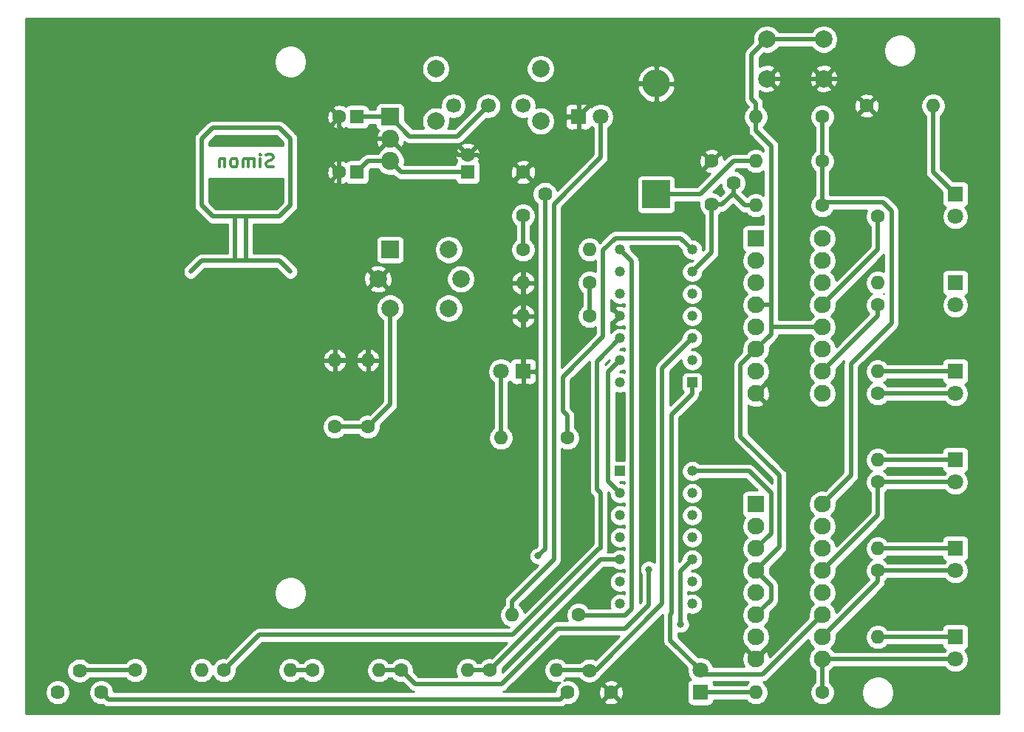
<source format=gbr>
%TF.GenerationSoftware,KiCad,Pcbnew,(5.1.9)-1*%
%TF.CreationDate,2021-03-27T11:21:30+01:00*%
%TF.ProjectId,alkoholmeter1,616c6b6f-686f-46c6-9d65-746572312e6b,rev?*%
%TF.SameCoordinates,Original*%
%TF.FileFunction,Copper,L2,Bot*%
%TF.FilePolarity,Positive*%
%FSLAX46Y46*%
G04 Gerber Fmt 4.6, Leading zero omitted, Abs format (unit mm)*
G04 Created by KiCad (PCBNEW (5.1.9)-1) date 2021-03-27 11:21:30*
%MOMM*%
%LPD*%
G01*
G04 APERTURE LIST*
%TA.AperFunction,NonConductor*%
%ADD10C,0.300000*%
%TD*%
%TA.AperFunction,ComponentPad*%
%ADD11C,2.000000*%
%TD*%
%TA.AperFunction,ComponentPad*%
%ADD12C,1.700000*%
%TD*%
%TA.AperFunction,ComponentPad*%
%ADD13O,3.200000X3.200000*%
%TD*%
%TA.AperFunction,ComponentPad*%
%ADD14R,3.200000X3.200000*%
%TD*%
%TA.AperFunction,ComponentPad*%
%ADD15R,2.000000X2.000000*%
%TD*%
%TA.AperFunction,ComponentPad*%
%ADD16C,2.055000*%
%TD*%
%TA.AperFunction,ComponentPad*%
%ADD17R,2.055000X2.055000*%
%TD*%
%TA.AperFunction,ComponentPad*%
%ADD18C,1.930400*%
%TD*%
%TA.AperFunction,ComponentPad*%
%ADD19R,1.930400X1.930400*%
%TD*%
%TA.AperFunction,ComponentPad*%
%ADD20C,1.180000*%
%TD*%
%TA.AperFunction,ComponentPad*%
%ADD21R,1.180000X1.180000*%
%TD*%
%TA.AperFunction,ComponentPad*%
%ADD22C,1.620000*%
%TD*%
%TA.AperFunction,ComponentPad*%
%ADD23O,1.600000X1.600000*%
%TD*%
%TA.AperFunction,ComponentPad*%
%ADD24C,1.600000*%
%TD*%
%TA.AperFunction,ComponentPad*%
%ADD25C,1.800000*%
%TD*%
%TA.AperFunction,ComponentPad*%
%ADD26R,1.800000X1.800000*%
%TD*%
%TA.AperFunction,ComponentPad*%
%ADD27R,1.600000X1.600000*%
%TD*%
%TA.AperFunction,ViaPad*%
%ADD28C,0.800000*%
%TD*%
%TA.AperFunction,Conductor*%
%ADD29C,0.500000*%
%TD*%
%TA.AperFunction,Conductor*%
%ADD30C,0.254000*%
%TD*%
%TA.AperFunction,Conductor*%
%ADD31C,0.100000*%
%TD*%
%TA.AperFunction,NonConductor*%
%ADD32C,0.254000*%
%TD*%
%TA.AperFunction,NonConductor*%
%ADD33C,0.100000*%
%TD*%
G04 APERTURE END LIST*
D10*
X125062857Y-67917142D02*
X124848571Y-67988571D01*
X124491428Y-67988571D01*
X124348571Y-67917142D01*
X124277142Y-67845714D01*
X124205714Y-67702857D01*
X124205714Y-67560000D01*
X124277142Y-67417142D01*
X124348571Y-67345714D01*
X124491428Y-67274285D01*
X124777142Y-67202857D01*
X124920000Y-67131428D01*
X124991428Y-67060000D01*
X125062857Y-66917142D01*
X125062857Y-66774285D01*
X124991428Y-66631428D01*
X124920000Y-66560000D01*
X124777142Y-66488571D01*
X124420000Y-66488571D01*
X124205714Y-66560000D01*
X123562857Y-67988571D02*
X123562857Y-66988571D01*
X123562857Y-66488571D02*
X123634285Y-66560000D01*
X123562857Y-66631428D01*
X123491428Y-66560000D01*
X123562857Y-66488571D01*
X123562857Y-66631428D01*
X122848571Y-67988571D02*
X122848571Y-66988571D01*
X122848571Y-67131428D02*
X122777142Y-67060000D01*
X122634285Y-66988571D01*
X122420000Y-66988571D01*
X122277142Y-67060000D01*
X122205714Y-67202857D01*
X122205714Y-67988571D01*
X122205714Y-67202857D02*
X122134285Y-67060000D01*
X121991428Y-66988571D01*
X121777142Y-66988571D01*
X121634285Y-67060000D01*
X121562857Y-67202857D01*
X121562857Y-67988571D01*
X120634285Y-67988571D02*
X120777142Y-67917142D01*
X120848571Y-67845714D01*
X120920000Y-67702857D01*
X120920000Y-67274285D01*
X120848571Y-67131428D01*
X120777142Y-67060000D01*
X120634285Y-66988571D01*
X120420000Y-66988571D01*
X120277142Y-67060000D01*
X120205714Y-67131428D01*
X120134285Y-67274285D01*
X120134285Y-67702857D01*
X120205714Y-67845714D01*
X120277142Y-67917142D01*
X120420000Y-67988571D01*
X120634285Y-67988571D01*
X119491428Y-66988571D02*
X119491428Y-67988571D01*
X119491428Y-67131428D02*
X119420000Y-67060000D01*
X119277142Y-66988571D01*
X119062857Y-66988571D01*
X118920000Y-67060000D01*
X118848571Y-67202857D01*
X118848571Y-67988571D01*
D11*
%TO.P,SW2,1*%
%TO.N,/C*%
X188110000Y-53340000D03*
%TO.P,SW2,2*%
%TO.N,GND*%
X188110000Y-57840000D03*
%TO.P,SW2,1*%
%TO.N,/C*%
X181610000Y-53340000D03*
%TO.P,SW2,2*%
%TO.N,GND*%
X181610000Y-57840000D03*
%TD*%
D12*
%TO.P,SW1,3*%
%TO.N,N/C*%
X145670000Y-60960000D03*
%TO.P,SW1,2*%
%TO.N,Net-(C1-Pad1)*%
X149670000Y-60960000D03*
%TO.P,SW1,1*%
%TO.N,+12V*%
X153670000Y-60960000D03*
D11*
%TO.P,SW1,*%
%TO.N,*%
X155670000Y-56710000D03*
X143670000Y-56710000D03*
X143670000Y-62710000D03*
X155670000Y-62710000D03*
%TD*%
D13*
%TO.P,D8,2*%
%TO.N,GND*%
X168910000Y-58420000D03*
D14*
%TO.P,D8,1*%
%TO.N,Net-(D8-Pad1)*%
X168910000Y-71120000D03*
%TD*%
D11*
%TO.P,U?1,6*%
%TO.N,Net-(C2-Pad1)*%
X145150000Y-77470000D03*
%TO.P,U?1,4*%
%TO.N,Net-(U?1-Pad4)*%
X145150000Y-84190000D03*
%TO.P,U?1,3*%
%TO.N,Net-(JP1-Pad1)*%
X138430000Y-84190000D03*
D15*
%TO.P,U?1,1*%
%TO.N,Net-(U?1-Pad1)*%
X138430000Y-77470000D03*
D11*
%TO.P,U?1,5*%
%TO.N,Net-(C2-Pad1)*%
X146540000Y-80830000D03*
%TO.P,U?1,2*%
%TO.N,GND*%
X137040000Y-80830000D03*
%TD*%
D16*
%TO.P,U5,3*%
%TO.N,Net-(C2-Pad1)*%
X138430000Y-67310000D03*
%TO.P,U5,2*%
%TO.N,GND*%
X138430000Y-64775000D03*
D17*
%TO.P,U5,1*%
%TO.N,Net-(C1-Pad1)*%
X138430000Y-62240000D03*
%TD*%
D18*
%TO.P,U4,16*%
%TO.N,+5V*%
X187960000Y-106680000D03*
%TO.P,U4,15*%
%TO.N,Net-(U4-Pad15)*%
X187960000Y-109220000D03*
%TO.P,U4,14*%
%TO.N,Net-(U4-Pad14)*%
X187960000Y-111760000D03*
%TO.P,U4,13*%
%TO.N,Net-(D6-Pad2)*%
X187960000Y-114300000D03*
%TO.P,U4,12*%
%TO.N,/C*%
X187960000Y-116840000D03*
%TO.P,U4,11*%
%TO.N,/I*%
X187960000Y-119380000D03*
%TO.P,U4,10*%
%TO.N,Net-(D7-Pad2)*%
X187960000Y-121920000D03*
%TO.P,U4,9*%
%TO.N,/B*%
X187960000Y-124460000D03*
%TO.P,U4,5*%
%TO.N,Net-(U4-Pad5)*%
X180340000Y-116840000D03*
%TO.P,U4,6*%
%TO.N,/C*%
X180340000Y-119380000D03*
%TO.P,U4,4*%
X180340000Y-114300000D03*
%TO.P,U4,3*%
%TO.N,/G*%
X180340000Y-111760000D03*
%TO.P,U4,8*%
%TO.N,GND*%
X180340000Y-124460000D03*
%TO.P,U4,7*%
%TO.N,/H*%
X180340000Y-121920000D03*
%TO.P,U4,2*%
%TO.N,N/C*%
X180340000Y-109220000D03*
D19*
%TO.P,U4,1*%
%TO.N,Net-(U4-Pad1)*%
X180340000Y-106680000D03*
%TD*%
D18*
%TO.P,U3,16*%
%TO.N,+5V*%
X187960000Y-76200000D03*
%TO.P,U3,15*%
%TO.N,Net-(U3-Pad15)*%
X187960000Y-78740000D03*
%TO.P,U3,14*%
%TO.N,Net-(U3-Pad14)*%
X187960000Y-81280000D03*
%TO.P,U3,13*%
%TO.N,Net-(D2-Pad2)*%
X187960000Y-83820000D03*
%TO.P,U3,12*%
%TO.N,/C*%
X187960000Y-86360000D03*
%TO.P,U3,11*%
%TO.N,/F*%
X187960000Y-88900000D03*
%TO.P,U3,10*%
%TO.N,Net-(D3-Pad2)*%
X187960000Y-91440000D03*
%TO.P,U3,9*%
%TO.N,Net-(D5-Pad2)*%
X187960000Y-93980000D03*
%TO.P,U3,5*%
%TO.N,Net-(U3-Pad5)*%
X180340000Y-86360000D03*
%TO.P,U3,6*%
%TO.N,/C*%
X180340000Y-88900000D03*
%TO.P,U3,4*%
X180340000Y-83820000D03*
%TO.P,U3,3*%
%TO.N,/D*%
X180340000Y-81280000D03*
%TO.P,U3,8*%
%TO.N,GND*%
X180340000Y-93980000D03*
%TO.P,U3,7*%
%TO.N,/E*%
X180340000Y-91440000D03*
%TO.P,U3,2*%
%TO.N,N/C*%
X180340000Y-78740000D03*
D19*
%TO.P,U3,1*%
%TO.N,Net-(U3-Pad1)*%
X180340000Y-76200000D03*
%TD*%
D20*
%TO.P,U2,14*%
%TO.N,/E*%
X164782500Y-92710000D03*
%TO.P,U2,13*%
%TO.N,/A*%
X164782500Y-90170000D03*
%TO.P,U2,12*%
%TO.N,Net-(R1-Pad2)*%
X164782500Y-87630000D03*
%TO.P,U2,11*%
%TO.N,GND*%
X164782500Y-85090000D03*
%TO.P,U2,10*%
%TO.N,Net-(JP1-Pad2)*%
X164782500Y-82550000D03*
%TO.P,U2,9*%
%TO.N,Net-(R10-Pad1)*%
X164782500Y-80010000D03*
%TO.P,U2,8*%
%TO.N,Net-(R15-Pad1)*%
X164782500Y-77470000D03*
%TO.P,U2,7*%
%TO.N,Net-(R22-Pad1)*%
X173037500Y-77470000D03*
%TO.P,U2,6*%
%TO.N,Net-(R19-Pad2)*%
X173037500Y-80010000D03*
%TO.P,U2,5*%
%TO.N,Net-(D8-Pad1)*%
X173037500Y-82550000D03*
%TO.P,U2,4*%
%TO.N,+5V*%
X173037500Y-85090000D03*
%TO.P,U2,3*%
%TO.N,Net-(R5-Pad2)*%
X173037500Y-87630000D03*
%TO.P,U2,2*%
%TO.N,/A*%
X173037500Y-90170000D03*
D21*
%TO.P,U2,1*%
%TO.N,/I*%
X173037500Y-92710000D03*
%TD*%
D20*
%TO.P,U1,14*%
%TO.N,/G*%
X173037500Y-102870000D03*
%TO.P,U1,13*%
%TO.N,/A*%
X173037500Y-105410000D03*
%TO.P,U1,12*%
%TO.N,Net-(R3-Pad2)*%
X173037500Y-107950000D03*
%TO.P,U1,11*%
%TO.N,N/C*%
X173037500Y-110490000D03*
%TO.P,U1,10*%
%TO.N,Net-(R2-Pad2)*%
X173037500Y-113030000D03*
%TO.P,U1,9*%
%TO.N,/A*%
X173037500Y-115570000D03*
%TO.P,U1,8*%
%TO.N,/F*%
X173037500Y-118110000D03*
%TO.P,U1,7*%
%TO.N,/H*%
X164782500Y-118110000D03*
%TO.P,U1,6*%
%TO.N,/A*%
X164782500Y-115570000D03*
%TO.P,U1,5*%
%TO.N,Net-(R4-Pad2)*%
X164782500Y-113030000D03*
%TO.P,U1,4*%
%TO.N,N/C*%
X164782500Y-110490000D03*
%TO.P,U1,3*%
%TO.N,Net-(R1-Pad1)*%
X164782500Y-107950000D03*
%TO.P,U1,2*%
%TO.N,/A*%
X164782500Y-105410000D03*
D21*
%TO.P,U1,1*%
%TO.N,/D*%
X164782500Y-102870000D03*
%TD*%
D22*
%TO.P,RV4,1*%
%TO.N,GND*%
X175260000Y-67310000D03*
%TO.P,RV4,2*%
%TO.N,Net-(R19-Pad2)*%
X177760000Y-69810000D03*
%TO.P,RV4,3*%
X175260000Y-72310000D03*
%TD*%
%TO.P,RV3,1*%
%TO.N,GND*%
X153670000Y-68580000D03*
%TO.P,RV3,2*%
%TO.N,Net-(JP2-Pad2)*%
X156170000Y-71080000D03*
%TO.P,RV3,3*%
%TO.N,Net-(C2-Pad1)*%
X153670000Y-73580000D03*
%TD*%
%TO.P,RV2,1*%
%TO.N,Net-(RV1-Pad3)*%
X158750000Y-128270000D03*
%TO.P,RV2,2*%
%TO.N,Net-(R5-Pad2)*%
X161250000Y-125770000D03*
%TO.P,RV2,3*%
%TO.N,GND*%
X163750000Y-128270000D03*
%TD*%
%TO.P,RV1,1*%
%TO.N,+5V*%
X100330000Y-128270000D03*
%TO.P,RV1,2*%
%TO.N,Net-(R1-Pad1)*%
X102830000Y-125770000D03*
%TO.P,RV1,3*%
%TO.N,Net-(RV1-Pad3)*%
X105330000Y-128270000D03*
%TD*%
D23*
%TO.P,R22,2*%
%TO.N,Net-(D10-Pad2)*%
X151130000Y-99060000D03*
D24*
%TO.P,R22,1*%
%TO.N,Net-(R22-Pad1)*%
X158750000Y-99060000D03*
%TD*%
D23*
%TO.P,R21,2*%
%TO.N,Net-(D8-Pad1)*%
X180340000Y-67310000D03*
D24*
%TO.P,R21,1*%
%TO.N,+5V*%
X187960000Y-67310000D03*
%TD*%
D23*
%TO.P,R20,2*%
%TO.N,Net-(D9-Pad1)*%
X194310000Y-121920000D03*
D24*
%TO.P,R20,1*%
%TO.N,Net-(D7-Pad2)*%
X194310000Y-114300000D03*
%TD*%
D23*
%TO.P,R19,2*%
%TO.N,Net-(R19-Pad2)*%
X180340000Y-72390000D03*
D24*
%TO.P,R19,1*%
%TO.N,+5V*%
X187960000Y-72390000D03*
%TD*%
D23*
%TO.P,R18,2*%
%TO.N,Net-(D7-Pad1)*%
X194310000Y-111760000D03*
D24*
%TO.P,R18,1*%
%TO.N,Net-(D6-Pad2)*%
X194310000Y-104140000D03*
%TD*%
D23*
%TO.P,R17,2*%
%TO.N,/C*%
X180340000Y-62230000D03*
D24*
%TO.P,R17,1*%
%TO.N,+5V*%
X187960000Y-62230000D03*
%TD*%
D23*
%TO.P,R16,2*%
%TO.N,Net-(D6-Pad1)*%
X194310000Y-101600000D03*
D24*
%TO.P,R16,1*%
%TO.N,Net-(D5-Pad2)*%
X194310000Y-93980000D03*
%TD*%
D23*
%TO.P,R15,2*%
%TO.N,Net-(D4-Pad2)*%
X152400000Y-119380000D03*
D24*
%TO.P,R15,1*%
%TO.N,Net-(R15-Pad1)*%
X160020000Y-119380000D03*
%TD*%
D23*
%TO.P,R14,2*%
%TO.N,Net-(D5-Pad1)*%
X194310000Y-91440000D03*
D24*
%TO.P,R14,1*%
%TO.N,Net-(D3-Pad2)*%
X194310000Y-83820000D03*
%TD*%
D23*
%TO.P,R13,2*%
%TO.N,Net-(D3-Pad1)*%
X194310000Y-81280000D03*
D24*
%TO.P,R13,1*%
%TO.N,Net-(D2-Pad2)*%
X194310000Y-73660000D03*
%TD*%
D23*
%TO.P,R12,2*%
%TO.N,GND*%
X153670000Y-85090000D03*
D24*
%TO.P,R12,1*%
%TO.N,Net-(R10-Pad1)*%
X161290000Y-85090000D03*
%TD*%
D23*
%TO.P,R11,2*%
%TO.N,Net-(R10-Pad1)*%
X161290000Y-77470000D03*
D24*
%TO.P,R11,1*%
%TO.N,Net-(C2-Pad1)*%
X153670000Y-77470000D03*
%TD*%
D23*
%TO.P,R10,2*%
%TO.N,GND*%
X153670000Y-81280000D03*
D24*
%TO.P,R10,1*%
%TO.N,Net-(R10-Pad1)*%
X161290000Y-81280000D03*
%TD*%
D23*
%TO.P,R9,2*%
%TO.N,Net-(D2-Pad1)*%
X200660000Y-60960000D03*
D24*
%TO.P,R9,1*%
%TO.N,GND*%
X193040000Y-60960000D03*
%TD*%
D23*
%TO.P,R8,2*%
%TO.N,GND*%
X132080000Y-90170000D03*
D24*
%TO.P,R8,1*%
%TO.N,Net-(JP1-Pad1)*%
X132080000Y-97790000D03*
%TD*%
D23*
%TO.P,R7,2*%
%TO.N,GND*%
X135890000Y-90170000D03*
D24*
%TO.P,R7,1*%
%TO.N,Net-(JP1-Pad1)*%
X135890000Y-97790000D03*
%TD*%
D23*
%TO.P,R6,2*%
%TO.N,Net-(D1-Pad1)*%
X180340000Y-128270000D03*
D24*
%TO.P,R6,1*%
%TO.N,/B*%
X187960000Y-128270000D03*
%TD*%
D23*
%TO.P,R5,2*%
%TO.N,Net-(R5-Pad2)*%
X157480000Y-125730000D03*
D24*
%TO.P,R5,1*%
%TO.N,Net-(R4-Pad2)*%
X149860000Y-125730000D03*
%TD*%
D23*
%TO.P,R4,2*%
%TO.N,Net-(R4-Pad2)*%
X147320000Y-125730000D03*
D24*
%TO.P,R4,1*%
%TO.N,Net-(R3-Pad2)*%
X139700000Y-125730000D03*
%TD*%
D23*
%TO.P,R3,2*%
%TO.N,Net-(R3-Pad2)*%
X137160000Y-125730000D03*
D24*
%TO.P,R3,1*%
%TO.N,Net-(R2-Pad2)*%
X129540000Y-125730000D03*
%TD*%
D23*
%TO.P,R2,2*%
%TO.N,Net-(R2-Pad2)*%
X127000000Y-125730000D03*
D24*
%TO.P,R2,1*%
%TO.N,Net-(R1-Pad2)*%
X119380000Y-125730000D03*
%TD*%
D23*
%TO.P,R1,2*%
%TO.N,Net-(R1-Pad2)*%
X116840000Y-125730000D03*
D24*
%TO.P,R1,1*%
%TO.N,Net-(R1-Pad1)*%
X109220000Y-125730000D03*
%TD*%
D25*
%TO.P,D10,2*%
%TO.N,Net-(D10-Pad2)*%
X151130000Y-91440000D03*
D26*
%TO.P,D10,1*%
%TO.N,GND*%
X153670000Y-91440000D03*
%TD*%
D25*
%TO.P,D9,2*%
%TO.N,/B*%
X203200000Y-124460000D03*
D26*
%TO.P,D9,1*%
%TO.N,Net-(D9-Pad1)*%
X203200000Y-121920000D03*
%TD*%
D25*
%TO.P,D7,2*%
%TO.N,Net-(D7-Pad2)*%
X203200000Y-114300000D03*
D26*
%TO.P,D7,1*%
%TO.N,Net-(D7-Pad1)*%
X203200000Y-111760000D03*
%TD*%
D25*
%TO.P,D6,2*%
%TO.N,Net-(D6-Pad2)*%
X203200000Y-104140000D03*
D26*
%TO.P,D6,1*%
%TO.N,Net-(D6-Pad1)*%
X203200000Y-101600000D03*
%TD*%
D25*
%TO.P,D5,2*%
%TO.N,Net-(D5-Pad2)*%
X203200000Y-93980000D03*
D26*
%TO.P,D5,1*%
%TO.N,Net-(D5-Pad1)*%
X203200000Y-91440000D03*
%TD*%
D25*
%TO.P,D4,2*%
%TO.N,Net-(D4-Pad2)*%
X162560000Y-62230000D03*
D26*
%TO.P,D4,1*%
%TO.N,GND*%
X160020000Y-62230000D03*
%TD*%
D25*
%TO.P,D3,2*%
%TO.N,Net-(D3-Pad2)*%
X203200000Y-83820000D03*
D26*
%TO.P,D3,1*%
%TO.N,Net-(D3-Pad1)*%
X203200000Y-81280000D03*
%TD*%
D25*
%TO.P,D2,2*%
%TO.N,Net-(D2-Pad2)*%
X203200000Y-73660000D03*
D26*
%TO.P,D2,1*%
%TO.N,Net-(D2-Pad1)*%
X203200000Y-71120000D03*
%TD*%
D25*
%TO.P,D1,2*%
%TO.N,/I*%
X173990000Y-125730000D03*
D26*
%TO.P,D1,1*%
%TO.N,Net-(D1-Pad1)*%
X173990000Y-128270000D03*
%TD*%
D24*
%TO.P,C3,2*%
%TO.N,GND*%
X132620000Y-68580000D03*
D27*
%TO.P,C3,1*%
%TO.N,Net-(C2-Pad1)*%
X134620000Y-68580000D03*
%TD*%
D24*
%TO.P,C2,2*%
%TO.N,GND*%
X147320000Y-66580000D03*
D27*
%TO.P,C2,1*%
%TO.N,Net-(C2-Pad1)*%
X147320000Y-68580000D03*
%TD*%
D24*
%TO.P,C1,2*%
%TO.N,GND*%
X132620000Y-62230000D03*
D27*
%TO.P,C1,1*%
%TO.N,Net-(C1-Pad1)*%
X134620000Y-62230000D03*
%TD*%
D28*
%TO.N,Net-(JP2-Pad2)*%
X155375600Y-112615300D03*
%TO.N,Net-(R2-Pad2)*%
X171732400Y-120469700D03*
%TO.N,Net-(R3-Pad2)*%
X168059500Y-114157500D03*
%TD*%
D29*
%TO.N,*%
X125730000Y-78740000D02*
X127000000Y-80010000D01*
X121920000Y-78740000D02*
X125730000Y-78740000D01*
X125730000Y-63500000D02*
X127000000Y-64770000D01*
X125730000Y-73660000D02*
X121920000Y-73660000D01*
X127000000Y-72390000D02*
X125730000Y-73660000D01*
X127000000Y-64770000D02*
X127000000Y-72390000D01*
X118110000Y-63500000D02*
X125730000Y-63500000D01*
X121920000Y-78740000D02*
X120650000Y-78740000D01*
X121920000Y-73660000D02*
X121920000Y-78740000D01*
X121920000Y-73660000D02*
X118110000Y-73660000D01*
X120650000Y-78740000D02*
X120650000Y-73660000D01*
X120650000Y-78740000D02*
X116840000Y-78740000D01*
X116840000Y-72390000D02*
X116840000Y-64770000D01*
X116840000Y-64770000D02*
X118110000Y-63500000D01*
X118110000Y-73660000D02*
X116840000Y-72390000D01*
X116840000Y-78740000D02*
X115570000Y-80010000D01*
%TO.N,GND*%
X152096700Y-70153300D02*
X152096700Y-78156400D01*
X152096700Y-78156400D02*
X153670000Y-79729700D01*
X153670000Y-68580000D02*
X152096700Y-70153300D01*
X147320000Y-66580000D02*
X148523400Y-66580000D01*
X148523400Y-66580000D02*
X152096700Y-70153300D01*
X180340000Y-124460000D02*
X184082600Y-120717400D01*
X184082600Y-120717400D02*
X184082600Y-97722600D01*
X184082600Y-97722600D02*
X180340000Y-93980000D01*
X153670000Y-81280000D02*
X153670000Y-79729700D01*
X158369700Y-62230000D02*
X158369700Y-63880300D01*
X158369700Y-63880300D02*
X153670000Y-68580000D01*
X137040000Y-80830000D02*
X132620000Y-76410000D01*
X132620000Y-76410000D02*
X132620000Y-68580000D01*
X135890000Y-90170000D02*
X135890000Y-81980000D01*
X135890000Y-81980000D02*
X137040000Y-80830000D01*
X153670000Y-81280000D02*
X153670000Y-85090000D01*
X193040000Y-60960000D02*
X189920000Y-57840000D01*
X189920000Y-57840000D02*
X188110000Y-57840000D01*
X153670000Y-91440000D02*
X153670000Y-85090000D01*
X160020000Y-62230000D02*
X158369700Y-62230000D01*
X132620000Y-63361370D02*
X132620000Y-62230000D01*
X134033630Y-64775000D02*
X132620000Y-63361370D01*
X138430000Y-64775000D02*
X134033630Y-64775000D01*
X132620000Y-66188630D02*
X134033630Y-64775000D01*
X132620000Y-68580000D02*
X132620000Y-66188630D01*
X146188630Y-66580000D02*
X145648630Y-66040000D01*
X147320000Y-66580000D02*
X146188630Y-66580000D01*
X139695000Y-66040000D02*
X138430000Y-64775000D01*
X145648630Y-66040000D02*
X139695000Y-66040000D01*
X163830000Y-58420000D02*
X160020000Y-62230000D01*
X168910000Y-58420000D02*
X163830000Y-58420000D01*
X135890000Y-90170000D02*
X132080000Y-90170000D01*
X188110000Y-57840000D02*
X181610000Y-57840000D01*
%TO.N,Net-(C1-Pad1)*%
X146169999Y-64460001D02*
X140650001Y-64460001D01*
X140650001Y-64460001D02*
X138430000Y-62240000D01*
X149670000Y-60960000D02*
X146169999Y-64460001D01*
X134630000Y-62240000D02*
X134620000Y-62230000D01*
X138430000Y-62240000D02*
X134630000Y-62240000D01*
%TO.N,Net-(C2-Pad1)*%
X153670000Y-77470000D02*
X153670000Y-73580000D01*
X135890000Y-67310000D02*
X134620000Y-68580000D01*
X138430000Y-67310000D02*
X135890000Y-67310000D01*
X139700000Y-68580000D02*
X138430000Y-67310000D01*
X147320000Y-68580000D02*
X139700000Y-68580000D01*
%TO.N,/I*%
X173037500Y-92710000D02*
X173037500Y-94050300D01*
X173037500Y-94050300D02*
X170687700Y-96400100D01*
X170687700Y-96400100D02*
X170687700Y-119166100D01*
X170687700Y-119166100D02*
X170536300Y-119317500D01*
X170536300Y-119317500D02*
X170536300Y-122276300D01*
X170536300Y-122276300D02*
X173990000Y-125730000D01*
X173990000Y-125730000D02*
X174459900Y-126199900D01*
X174459900Y-126199900D02*
X181140100Y-126199900D01*
X181140100Y-126199900D02*
X187960000Y-119380000D01*
%TO.N,Net-(D1-Pad1)*%
X180340000Y-128270000D02*
X173990000Y-128270000D01*
%TO.N,Net-(D2-Pad2)*%
X194310000Y-73660000D02*
X194310000Y-77470000D01*
X194310000Y-77470000D02*
X187960000Y-83820000D01*
%TO.N,Net-(D2-Pad1)*%
X200660000Y-68580000D02*
X203200000Y-71120000D01*
X200660000Y-60960000D02*
X200660000Y-68580000D01*
%TO.N,Net-(D3-Pad2)*%
X194310000Y-83820000D02*
X194310000Y-85090000D01*
X194310000Y-85090000D02*
X187960000Y-91440000D01*
%TO.N,Net-(D4-Pad2)*%
X152400000Y-119380000D02*
X152400000Y-117829700D01*
X162560000Y-62230000D02*
X162560000Y-66896800D01*
X162560000Y-66896800D02*
X157199600Y-72257200D01*
X157199600Y-72257200D02*
X157199600Y-113030100D01*
X157199600Y-113030100D02*
X152400000Y-117829700D01*
%TO.N,Net-(D5-Pad2)*%
X203200000Y-93980000D02*
X194310000Y-93980000D01*
%TO.N,Net-(D5-Pad1)*%
X203200000Y-91440000D02*
X194310000Y-91440000D01*
%TO.N,Net-(D6-Pad2)*%
X194310000Y-104140000D02*
X194310000Y-107950000D01*
X194310000Y-107950000D02*
X187960000Y-114300000D01*
X203200000Y-104140000D02*
X194310000Y-104140000D01*
%TO.N,Net-(D6-Pad1)*%
X203200000Y-101600000D02*
X194310000Y-101600000D01*
%TO.N,Net-(D7-Pad2)*%
X194310000Y-114300000D02*
X194310000Y-115570000D01*
X194310000Y-115570000D02*
X187960000Y-121920000D01*
X194310000Y-114300000D02*
X203200000Y-114300000D01*
%TO.N,Net-(D7-Pad1)*%
X203200000Y-111760000D02*
X194310000Y-111760000D01*
%TO.N,Net-(D8-Pad1)*%
X180340000Y-67310000D02*
X177760000Y-67310000D01*
X177760000Y-67310000D02*
X173950000Y-71120000D01*
X173950000Y-71120000D02*
X168910000Y-71120000D01*
%TO.N,/B*%
X187960000Y-128270000D02*
X187960000Y-124460000D01*
X203200000Y-124460000D02*
X187960000Y-124460000D01*
%TO.N,Net-(D9-Pad1)*%
X203200000Y-121920000D02*
X194310000Y-121920000D01*
%TO.N,Net-(D10-Pad2)*%
X151130000Y-91440000D02*
X151130000Y-99060000D01*
%TO.N,Net-(JP1-Pad1)*%
X135890000Y-97790000D02*
X138430000Y-95250000D01*
X138430000Y-95250000D02*
X138430000Y-84190000D01*
X135890000Y-97790000D02*
X132080000Y-97790000D01*
%TO.N,/A*%
X164782500Y-105410000D02*
X163427500Y-104055000D01*
X163427500Y-104055000D02*
X163427500Y-91525000D01*
X163427500Y-91525000D02*
X164782500Y-90170000D01*
%TO.N,Net-(JP2-Pad2)*%
X156170000Y-71080000D02*
X156170000Y-111820900D01*
X156170000Y-111820900D02*
X155375600Y-112615300D01*
%TO.N,Net-(R1-Pad2)*%
X123444100Y-121665900D02*
X119380000Y-125730000D01*
X152509874Y-121665900D02*
X123444100Y-121665900D01*
X162560000Y-111760000D02*
X162415774Y-111760000D01*
X162415774Y-111760000D02*
X152509874Y-121665900D01*
X162145783Y-90266717D02*
X162145783Y-104995783D01*
X164782500Y-87630000D02*
X162145783Y-90266717D01*
X162145783Y-104995783D02*
X162560000Y-105410000D01*
X162560000Y-105410000D02*
X162560000Y-111760000D01*
%TO.N,Net-(R1-Pad1)*%
X102870000Y-125730000D02*
X102830000Y-125770000D01*
X109220000Y-125730000D02*
X102870000Y-125730000D01*
%TO.N,Net-(R2-Pad2)*%
X171732400Y-120469700D02*
X171688100Y-120425400D01*
X171688100Y-120425400D02*
X171688100Y-114379400D01*
X171688100Y-114379400D02*
X173037500Y-113030000D01*
X129540000Y-125730000D02*
X127000000Y-125730000D01*
%TO.N,Net-(R3-Pad2)*%
X139700000Y-125730000D02*
X137160000Y-125730000D01*
X141295100Y-127325100D02*
X139700000Y-125730000D01*
X168059500Y-114157500D02*
X168059500Y-118212300D01*
X165341799Y-120930001D02*
X157580799Y-120930001D01*
X168059500Y-118212300D02*
X165341799Y-120930001D01*
X157580799Y-120930001D02*
X151185700Y-127325100D01*
X151185700Y-127325100D02*
X141295100Y-127325100D01*
%TO.N,Net-(R4-Pad2)*%
X149860000Y-125730000D02*
X162560000Y-113030000D01*
X162560000Y-113030000D02*
X164782500Y-113030000D01*
X149860000Y-125730000D02*
X147320000Y-125730000D01*
%TO.N,Net-(R5-Pad2)*%
X173037500Y-87630000D02*
X169624600Y-91042900D01*
X169624600Y-91042900D02*
X169624600Y-118093000D01*
X169624600Y-118093000D02*
X161947600Y-125770000D01*
X161947600Y-125770000D02*
X161250000Y-125770000D01*
X157480000Y-125730000D02*
X161210000Y-125730000D01*
X161210000Y-125730000D02*
X161250000Y-125770000D01*
%TO.N,Net-(R10-Pad1)*%
X161290000Y-81280000D02*
X161290000Y-85090000D01*
%TO.N,Net-(R15-Pad1)*%
X160020000Y-119380000D02*
X160109900Y-119469900D01*
X160109900Y-119469900D02*
X165336900Y-119469900D01*
X165336900Y-119469900D02*
X166124200Y-118682600D01*
X166124200Y-118682600D02*
X166124200Y-78811700D01*
X166124200Y-78811700D02*
X164782500Y-77470000D01*
%TO.N,/C*%
X180340000Y-88900000D02*
X178601100Y-90638900D01*
X178601100Y-90638900D02*
X178601100Y-98903000D01*
X178601100Y-98903000D02*
X183082300Y-103384200D01*
X183082300Y-103384200D02*
X183082300Y-111557700D01*
X183082300Y-111557700D02*
X180340000Y-114300000D01*
X180340000Y-119380000D02*
X182081900Y-117638100D01*
X182081900Y-117638100D02*
X182081900Y-116041900D01*
X182081900Y-116041900D02*
X180340000Y-114300000D01*
X182103700Y-86360000D02*
X182103700Y-87136300D01*
X182103700Y-87136300D02*
X180340000Y-88900000D01*
X182103700Y-83820000D02*
X182103700Y-86360000D01*
X182103700Y-86360000D02*
X187960000Y-86360000D01*
X180340000Y-63780300D02*
X182103700Y-65544000D01*
X182103700Y-65544000D02*
X182103700Y-83820000D01*
X182103700Y-83820000D02*
X180340000Y-83820000D01*
X180340000Y-62230000D02*
X180340000Y-63780300D01*
X180340000Y-61454800D02*
X180340000Y-62230000D01*
X180340000Y-61454800D02*
X180340000Y-60679700D01*
X180340000Y-60679700D02*
X179854500Y-60194200D01*
X179854500Y-60194200D02*
X179854500Y-55095500D01*
X179854500Y-55095500D02*
X181610000Y-53340000D01*
X188110000Y-53340000D02*
X181610000Y-53340000D01*
%TO.N,+5V*%
X187960000Y-72051100D02*
X187960000Y-72390000D01*
X187960000Y-67310000D02*
X187960000Y-72051100D01*
X187960000Y-72051100D02*
X194939300Y-72051100D01*
X194939300Y-72051100D02*
X195893200Y-73005000D01*
X195893200Y-73005000D02*
X195893200Y-85932900D01*
X195893200Y-85932900D02*
X191251800Y-90574300D01*
X191251800Y-90574300D02*
X191251800Y-103388200D01*
X191251800Y-103388200D02*
X187960000Y-106680000D01*
X187960000Y-62230000D02*
X187960000Y-67310000D01*
%TO.N,Net-(R19-Pad2)*%
X175260000Y-72310000D02*
X175260000Y-77787500D01*
X175260000Y-77787500D02*
X173037500Y-80010000D01*
X180340000Y-72390000D02*
X179070000Y-72390000D01*
X177760000Y-71080000D02*
X177760000Y-69810000D01*
X179070000Y-72390000D02*
X177760000Y-71080000D01*
X175260000Y-72310000D02*
X176450000Y-72310000D01*
X177680000Y-71080000D02*
X177760000Y-71080000D01*
X176450000Y-72310000D02*
X177680000Y-71080000D01*
%TO.N,Net-(R22-Pad1)*%
X171695100Y-76127600D02*
X173037500Y-77470000D01*
X164222500Y-76127600D02*
X171695100Y-76127600D01*
X158750000Y-96520000D02*
X158199610Y-95969610D01*
X158750000Y-99060000D02*
X158750000Y-96520000D01*
X158199610Y-95969610D02*
X158199610Y-92085890D01*
X162840400Y-77509700D02*
X164222500Y-76127600D01*
X162840400Y-87445100D02*
X162840400Y-77509700D01*
X158199610Y-92085890D02*
X162840400Y-87445100D01*
%TO.N,Net-(RV1-Pad3)*%
X157940001Y-129079999D02*
X158750000Y-128270000D01*
X106139999Y-129079999D02*
X157940001Y-129079999D01*
X105330000Y-128270000D02*
X106139999Y-129079999D01*
%TO.N,/G*%
X173037500Y-102870000D02*
X179542100Y-102870000D01*
X179542100Y-102870000D02*
X182081900Y-105409800D01*
X182081900Y-105409800D02*
X182081900Y-110018100D01*
X182081900Y-110018100D02*
X180340000Y-111760000D01*
%TD*%
D30*
%TO.N,GND*%
X208153000Y-130683000D02*
X96647000Y-130683000D01*
X96647000Y-128127680D01*
X98885000Y-128127680D01*
X98885000Y-128412320D01*
X98940530Y-128691491D01*
X99049457Y-128954464D01*
X99207595Y-129191134D01*
X99408866Y-129392405D01*
X99645536Y-129550543D01*
X99908509Y-129659470D01*
X100187680Y-129715000D01*
X100472320Y-129715000D01*
X100751491Y-129659470D01*
X101014464Y-129550543D01*
X101251134Y-129392405D01*
X101452405Y-129191134D01*
X101610543Y-128954464D01*
X101719470Y-128691491D01*
X101775000Y-128412320D01*
X101775000Y-128127680D01*
X103885000Y-128127680D01*
X103885000Y-128412320D01*
X103940530Y-128691491D01*
X104049457Y-128954464D01*
X104207595Y-129191134D01*
X104408866Y-129392405D01*
X104645536Y-129550543D01*
X104908509Y-129659470D01*
X105187680Y-129715000D01*
X105472320Y-129715000D01*
X105510091Y-129707487D01*
X105511182Y-129708816D01*
X105544950Y-129736529D01*
X105544952Y-129736531D01*
X105645940Y-129819410D01*
X105799685Y-129901588D01*
X105966509Y-129952194D01*
X106096522Y-129964999D01*
X106096530Y-129964999D01*
X106139999Y-129969280D01*
X106183468Y-129964999D01*
X157896532Y-129964999D01*
X157940001Y-129969280D01*
X157983470Y-129964999D01*
X157983478Y-129964999D01*
X158113491Y-129952194D01*
X158280314Y-129901588D01*
X158434060Y-129819410D01*
X158568818Y-129708816D01*
X158569909Y-129707487D01*
X158607680Y-129715000D01*
X158892320Y-129715000D01*
X159171491Y-129659470D01*
X159434464Y-129550543D01*
X159671134Y-129392405D01*
X159793696Y-129269843D01*
X162929762Y-129269843D01*
X163002556Y-129514832D01*
X163259773Y-129636733D01*
X163535829Y-129706110D01*
X163820115Y-129720298D01*
X164101706Y-129678752D01*
X164369783Y-129583068D01*
X164497444Y-129514832D01*
X164570238Y-129269843D01*
X163750000Y-128449605D01*
X162929762Y-129269843D01*
X159793696Y-129269843D01*
X159872405Y-129191134D01*
X160030543Y-128954464D01*
X160139470Y-128691491D01*
X160195000Y-128412320D01*
X160195000Y-128340115D01*
X162299702Y-128340115D01*
X162341248Y-128621706D01*
X162436932Y-128889783D01*
X162505168Y-129017444D01*
X162750157Y-129090238D01*
X163570395Y-128270000D01*
X163929605Y-128270000D01*
X164749843Y-129090238D01*
X164994832Y-129017444D01*
X165116733Y-128760227D01*
X165186110Y-128484171D01*
X165200298Y-128199885D01*
X165158752Y-127918294D01*
X165063068Y-127650217D01*
X164994832Y-127522556D01*
X164749843Y-127449762D01*
X163929605Y-128270000D01*
X163570395Y-128270000D01*
X162750157Y-127449762D01*
X162505168Y-127522556D01*
X162383267Y-127779773D01*
X162313890Y-128055829D01*
X162299702Y-128340115D01*
X160195000Y-128340115D01*
X160195000Y-128127680D01*
X160139470Y-127848509D01*
X160030543Y-127585536D01*
X159872405Y-127348866D01*
X159793696Y-127270157D01*
X162929762Y-127270157D01*
X163750000Y-128090395D01*
X164570238Y-127270157D01*
X164497444Y-127025168D01*
X164240227Y-126903267D01*
X163964171Y-126833890D01*
X163679885Y-126819702D01*
X163398294Y-126861248D01*
X163130217Y-126956932D01*
X163002556Y-127025168D01*
X162929762Y-127270157D01*
X159793696Y-127270157D01*
X159671134Y-127147595D01*
X159434464Y-126989457D01*
X159171491Y-126880530D01*
X158892320Y-126825000D01*
X158607680Y-126825000D01*
X158346353Y-126876981D01*
X158394759Y-126844637D01*
X158594637Y-126644759D01*
X158614521Y-126615000D01*
X160076724Y-126615000D01*
X160127595Y-126691134D01*
X160328866Y-126892405D01*
X160565536Y-127050543D01*
X160828509Y-127159470D01*
X161107680Y-127215000D01*
X161392320Y-127215000D01*
X161671491Y-127159470D01*
X161934464Y-127050543D01*
X162171134Y-126892405D01*
X162372405Y-126691134D01*
X162530543Y-126454464D01*
X162541838Y-126427196D01*
X162576417Y-126398817D01*
X162604134Y-126365044D01*
X169647437Y-119321742D01*
X169651300Y-119360969D01*
X169651301Y-122232821D01*
X169647019Y-122276300D01*
X169664105Y-122449790D01*
X169714712Y-122616613D01*
X169796890Y-122770359D01*
X169879768Y-122871346D01*
X169879771Y-122871349D01*
X169907484Y-122905117D01*
X169941251Y-122932829D01*
X172476939Y-125468518D01*
X172455000Y-125578816D01*
X172455000Y-125881184D01*
X172513989Y-126177743D01*
X172629701Y-126457095D01*
X172797688Y-126708505D01*
X172864127Y-126774944D01*
X172845820Y-126780498D01*
X172735506Y-126839463D01*
X172638815Y-126918815D01*
X172559463Y-127015506D01*
X172500498Y-127125820D01*
X172464188Y-127245518D01*
X172451928Y-127370000D01*
X172451928Y-129170000D01*
X172464188Y-129294482D01*
X172500498Y-129414180D01*
X172559463Y-129524494D01*
X172638815Y-129621185D01*
X172735506Y-129700537D01*
X172845820Y-129759502D01*
X172965518Y-129795812D01*
X173090000Y-129808072D01*
X174890000Y-129808072D01*
X175014482Y-129795812D01*
X175134180Y-129759502D01*
X175244494Y-129700537D01*
X175341185Y-129621185D01*
X175420537Y-129524494D01*
X175479502Y-129414180D01*
X175515812Y-129294482D01*
X175528072Y-129170000D01*
X175528072Y-129155000D01*
X179205479Y-129155000D01*
X179225363Y-129184759D01*
X179425241Y-129384637D01*
X179660273Y-129541680D01*
X179921426Y-129649853D01*
X180198665Y-129705000D01*
X180481335Y-129705000D01*
X180758574Y-129649853D01*
X181019727Y-129541680D01*
X181254759Y-129384637D01*
X181454637Y-129184759D01*
X181611680Y-128949727D01*
X181719853Y-128688574D01*
X181775000Y-128411335D01*
X181775000Y-128128665D01*
X181719853Y-127851426D01*
X181611680Y-127590273D01*
X181454637Y-127355241D01*
X181254759Y-127155363D01*
X181153705Y-127087841D01*
X181183569Y-127084900D01*
X181183577Y-127084900D01*
X181313590Y-127072095D01*
X181480413Y-127021489D01*
X181634159Y-126939311D01*
X181768917Y-126828717D01*
X181796634Y-126794944D01*
X186385379Y-122206200D01*
X186421294Y-122386761D01*
X186541921Y-122677979D01*
X186717043Y-122940068D01*
X186939932Y-123162957D01*
X186980405Y-123190000D01*
X186939932Y-123217043D01*
X186717043Y-123439932D01*
X186541921Y-123702021D01*
X186421294Y-123993239D01*
X186359800Y-124302394D01*
X186359800Y-124617606D01*
X186421294Y-124926761D01*
X186541921Y-125217979D01*
X186717043Y-125480068D01*
X186939932Y-125702957D01*
X187075001Y-125793207D01*
X187075000Y-127135479D01*
X187045241Y-127155363D01*
X186845363Y-127355241D01*
X186688320Y-127590273D01*
X186580147Y-127851426D01*
X186525000Y-128128665D01*
X186525000Y-128411335D01*
X186580147Y-128688574D01*
X186688320Y-128949727D01*
X186845363Y-129184759D01*
X187045241Y-129384637D01*
X187280273Y-129541680D01*
X187541426Y-129649853D01*
X187818665Y-129705000D01*
X188101335Y-129705000D01*
X188378574Y-129649853D01*
X188639727Y-129541680D01*
X188874759Y-129384637D01*
X189074637Y-129184759D01*
X189231680Y-128949727D01*
X189339853Y-128688574D01*
X189395000Y-128411335D01*
X189395000Y-128128665D01*
X189386184Y-128084344D01*
X192425000Y-128084344D01*
X192425000Y-128455656D01*
X192497439Y-128819834D01*
X192639534Y-129162882D01*
X192845825Y-129471618D01*
X193108382Y-129734175D01*
X193417118Y-129940466D01*
X193760166Y-130082561D01*
X194124344Y-130155000D01*
X194495656Y-130155000D01*
X194859834Y-130082561D01*
X195202882Y-129940466D01*
X195511618Y-129734175D01*
X195774175Y-129471618D01*
X195980466Y-129162882D01*
X196122561Y-128819834D01*
X196195000Y-128455656D01*
X196195000Y-128084344D01*
X196122561Y-127720166D01*
X195980466Y-127377118D01*
X195774175Y-127068382D01*
X195511618Y-126805825D01*
X195202882Y-126599534D01*
X194859834Y-126457439D01*
X194495656Y-126385000D01*
X194124344Y-126385000D01*
X193760166Y-126457439D01*
X193417118Y-126599534D01*
X193108382Y-126805825D01*
X192845825Y-127068382D01*
X192639534Y-127377118D01*
X192497439Y-127720166D01*
X192425000Y-128084344D01*
X189386184Y-128084344D01*
X189339853Y-127851426D01*
X189231680Y-127590273D01*
X189074637Y-127355241D01*
X188874759Y-127155363D01*
X188845000Y-127135479D01*
X188845000Y-125793206D01*
X188980068Y-125702957D01*
X189202957Y-125480068D01*
X189293206Y-125345000D01*
X201945210Y-125345000D01*
X202007688Y-125438505D01*
X202221495Y-125652312D01*
X202472905Y-125820299D01*
X202752257Y-125936011D01*
X203048816Y-125995000D01*
X203351184Y-125995000D01*
X203647743Y-125936011D01*
X203927095Y-125820299D01*
X204178505Y-125652312D01*
X204392312Y-125438505D01*
X204560299Y-125187095D01*
X204676011Y-124907743D01*
X204735000Y-124611184D01*
X204735000Y-124308816D01*
X204676011Y-124012257D01*
X204560299Y-123732905D01*
X204392312Y-123481495D01*
X204325873Y-123415056D01*
X204344180Y-123409502D01*
X204454494Y-123350537D01*
X204551185Y-123271185D01*
X204630537Y-123174494D01*
X204689502Y-123064180D01*
X204725812Y-122944482D01*
X204738072Y-122820000D01*
X204738072Y-121020000D01*
X204725812Y-120895518D01*
X204689502Y-120775820D01*
X204630537Y-120665506D01*
X204551185Y-120568815D01*
X204454494Y-120489463D01*
X204344180Y-120430498D01*
X204224482Y-120394188D01*
X204100000Y-120381928D01*
X202300000Y-120381928D01*
X202175518Y-120394188D01*
X202055820Y-120430498D01*
X201945506Y-120489463D01*
X201848815Y-120568815D01*
X201769463Y-120665506D01*
X201710498Y-120775820D01*
X201674188Y-120895518D01*
X201661928Y-121020000D01*
X201661928Y-121035000D01*
X195444521Y-121035000D01*
X195424637Y-121005241D01*
X195224759Y-120805363D01*
X194989727Y-120648320D01*
X194728574Y-120540147D01*
X194451335Y-120485000D01*
X194168665Y-120485000D01*
X193891426Y-120540147D01*
X193630273Y-120648320D01*
X193395241Y-120805363D01*
X193195363Y-121005241D01*
X193038320Y-121240273D01*
X192930147Y-121501426D01*
X192875000Y-121778665D01*
X192875000Y-122061335D01*
X192930147Y-122338574D01*
X193038320Y-122599727D01*
X193195363Y-122834759D01*
X193395241Y-123034637D01*
X193630273Y-123191680D01*
X193891426Y-123299853D01*
X194168665Y-123355000D01*
X194451335Y-123355000D01*
X194728574Y-123299853D01*
X194989727Y-123191680D01*
X195224759Y-123034637D01*
X195424637Y-122834759D01*
X195444521Y-122805000D01*
X201661928Y-122805000D01*
X201661928Y-122820000D01*
X201674188Y-122944482D01*
X201710498Y-123064180D01*
X201769463Y-123174494D01*
X201848815Y-123271185D01*
X201945506Y-123350537D01*
X202055820Y-123409502D01*
X202074127Y-123415056D01*
X202007688Y-123481495D01*
X201945210Y-123575000D01*
X189293206Y-123575000D01*
X189202957Y-123439932D01*
X188980068Y-123217043D01*
X188939595Y-123190000D01*
X188980068Y-123162957D01*
X189202957Y-122940068D01*
X189378079Y-122677979D01*
X189498706Y-122386761D01*
X189560200Y-122077606D01*
X189560200Y-121762394D01*
X189528509Y-121603069D01*
X194905049Y-116226530D01*
X194938817Y-116198817D01*
X195049411Y-116064059D01*
X195131589Y-115910313D01*
X195182195Y-115743490D01*
X195195000Y-115613477D01*
X195195000Y-115613467D01*
X195199281Y-115570001D01*
X195195000Y-115526535D01*
X195195000Y-115434521D01*
X195224759Y-115414637D01*
X195424637Y-115214759D01*
X195444521Y-115185000D01*
X201945210Y-115185000D01*
X202007688Y-115278505D01*
X202221495Y-115492312D01*
X202472905Y-115660299D01*
X202752257Y-115776011D01*
X203048816Y-115835000D01*
X203351184Y-115835000D01*
X203647743Y-115776011D01*
X203927095Y-115660299D01*
X204178505Y-115492312D01*
X204392312Y-115278505D01*
X204560299Y-115027095D01*
X204676011Y-114747743D01*
X204735000Y-114451184D01*
X204735000Y-114148816D01*
X204676011Y-113852257D01*
X204560299Y-113572905D01*
X204392312Y-113321495D01*
X204325873Y-113255056D01*
X204344180Y-113249502D01*
X204454494Y-113190537D01*
X204551185Y-113111185D01*
X204630537Y-113014494D01*
X204689502Y-112904180D01*
X204725812Y-112784482D01*
X204738072Y-112660000D01*
X204738072Y-110860000D01*
X204725812Y-110735518D01*
X204689502Y-110615820D01*
X204630537Y-110505506D01*
X204551185Y-110408815D01*
X204454494Y-110329463D01*
X204344180Y-110270498D01*
X204224482Y-110234188D01*
X204100000Y-110221928D01*
X202300000Y-110221928D01*
X202175518Y-110234188D01*
X202055820Y-110270498D01*
X201945506Y-110329463D01*
X201848815Y-110408815D01*
X201769463Y-110505506D01*
X201710498Y-110615820D01*
X201674188Y-110735518D01*
X201661928Y-110860000D01*
X201661928Y-110875000D01*
X195444521Y-110875000D01*
X195424637Y-110845241D01*
X195224759Y-110645363D01*
X194989727Y-110488320D01*
X194728574Y-110380147D01*
X194451335Y-110325000D01*
X194168665Y-110325000D01*
X193891426Y-110380147D01*
X193630273Y-110488320D01*
X193395241Y-110645363D01*
X193195363Y-110845241D01*
X193038320Y-111080273D01*
X192930147Y-111341426D01*
X192875000Y-111618665D01*
X192875000Y-111901335D01*
X192930147Y-112178574D01*
X193038320Y-112439727D01*
X193195363Y-112674759D01*
X193395241Y-112874637D01*
X193627759Y-113030000D01*
X193395241Y-113185363D01*
X193195363Y-113385241D01*
X193038320Y-113620273D01*
X192930147Y-113881426D01*
X192875000Y-114158665D01*
X192875000Y-114441335D01*
X192930147Y-114718574D01*
X193038320Y-114979727D01*
X193195363Y-115214759D01*
X193304513Y-115323909D01*
X189534621Y-119093800D01*
X189498706Y-118913239D01*
X189378079Y-118622021D01*
X189202957Y-118359932D01*
X188980068Y-118137043D01*
X188939595Y-118110000D01*
X188980068Y-118082957D01*
X189202957Y-117860068D01*
X189378079Y-117597979D01*
X189498706Y-117306761D01*
X189560200Y-116997606D01*
X189560200Y-116682394D01*
X189498706Y-116373239D01*
X189378079Y-116082021D01*
X189202957Y-115819932D01*
X188980068Y-115597043D01*
X188939595Y-115570000D01*
X188980068Y-115542957D01*
X189202957Y-115320068D01*
X189378079Y-115057979D01*
X189498706Y-114766761D01*
X189560200Y-114457606D01*
X189560200Y-114142394D01*
X189528509Y-113983069D01*
X194905049Y-108606530D01*
X194938817Y-108578817D01*
X195049411Y-108444059D01*
X195131589Y-108290313D01*
X195182195Y-108123490D01*
X195195000Y-107993477D01*
X195195000Y-107993467D01*
X195199281Y-107950001D01*
X195195000Y-107906535D01*
X195195000Y-105274521D01*
X195224759Y-105254637D01*
X195424637Y-105054759D01*
X195444521Y-105025000D01*
X201945210Y-105025000D01*
X202007688Y-105118505D01*
X202221495Y-105332312D01*
X202472905Y-105500299D01*
X202752257Y-105616011D01*
X203048816Y-105675000D01*
X203351184Y-105675000D01*
X203647743Y-105616011D01*
X203927095Y-105500299D01*
X204178505Y-105332312D01*
X204392312Y-105118505D01*
X204560299Y-104867095D01*
X204676011Y-104587743D01*
X204735000Y-104291184D01*
X204735000Y-103988816D01*
X204676011Y-103692257D01*
X204560299Y-103412905D01*
X204392312Y-103161495D01*
X204325873Y-103095056D01*
X204344180Y-103089502D01*
X204454494Y-103030537D01*
X204551185Y-102951185D01*
X204630537Y-102854494D01*
X204689502Y-102744180D01*
X204725812Y-102624482D01*
X204738072Y-102500000D01*
X204738072Y-100700000D01*
X204725812Y-100575518D01*
X204689502Y-100455820D01*
X204630537Y-100345506D01*
X204551185Y-100248815D01*
X204454494Y-100169463D01*
X204344180Y-100110498D01*
X204224482Y-100074188D01*
X204100000Y-100061928D01*
X202300000Y-100061928D01*
X202175518Y-100074188D01*
X202055820Y-100110498D01*
X201945506Y-100169463D01*
X201848815Y-100248815D01*
X201769463Y-100345506D01*
X201710498Y-100455820D01*
X201674188Y-100575518D01*
X201661928Y-100700000D01*
X201661928Y-100715000D01*
X195444521Y-100715000D01*
X195424637Y-100685241D01*
X195224759Y-100485363D01*
X194989727Y-100328320D01*
X194728574Y-100220147D01*
X194451335Y-100165000D01*
X194168665Y-100165000D01*
X193891426Y-100220147D01*
X193630273Y-100328320D01*
X193395241Y-100485363D01*
X193195363Y-100685241D01*
X193038320Y-100920273D01*
X192930147Y-101181426D01*
X192875000Y-101458665D01*
X192875000Y-101741335D01*
X192930147Y-102018574D01*
X193038320Y-102279727D01*
X193195363Y-102514759D01*
X193395241Y-102714637D01*
X193627759Y-102870000D01*
X193395241Y-103025363D01*
X193195363Y-103225241D01*
X193038320Y-103460273D01*
X192930147Y-103721426D01*
X192875000Y-103998665D01*
X192875000Y-104281335D01*
X192930147Y-104558574D01*
X193038320Y-104819727D01*
X193195363Y-105054759D01*
X193395241Y-105254637D01*
X193425000Y-105274521D01*
X193425001Y-107583420D01*
X189534621Y-111473800D01*
X189498706Y-111293239D01*
X189378079Y-111002021D01*
X189202957Y-110739932D01*
X188980068Y-110517043D01*
X188939595Y-110490000D01*
X188980068Y-110462957D01*
X189202957Y-110240068D01*
X189378079Y-109977979D01*
X189498706Y-109686761D01*
X189560200Y-109377606D01*
X189560200Y-109062394D01*
X189498706Y-108753239D01*
X189378079Y-108462021D01*
X189202957Y-108199932D01*
X188980068Y-107977043D01*
X188939595Y-107950000D01*
X188980068Y-107922957D01*
X189202957Y-107700068D01*
X189378079Y-107437979D01*
X189498706Y-107146761D01*
X189560200Y-106837606D01*
X189560200Y-106522394D01*
X189528509Y-106363070D01*
X191846849Y-104044730D01*
X191880617Y-104017017D01*
X191922068Y-103966510D01*
X191991210Y-103882260D01*
X191993349Y-103878259D01*
X192073389Y-103728513D01*
X192123995Y-103561690D01*
X192136800Y-103431677D01*
X192136800Y-103431667D01*
X192141081Y-103388201D01*
X192136800Y-103344735D01*
X192136800Y-91298665D01*
X192875000Y-91298665D01*
X192875000Y-91581335D01*
X192930147Y-91858574D01*
X193038320Y-92119727D01*
X193195363Y-92354759D01*
X193395241Y-92554637D01*
X193627759Y-92710000D01*
X193395241Y-92865363D01*
X193195363Y-93065241D01*
X193038320Y-93300273D01*
X192930147Y-93561426D01*
X192875000Y-93838665D01*
X192875000Y-94121335D01*
X192930147Y-94398574D01*
X193038320Y-94659727D01*
X193195363Y-94894759D01*
X193395241Y-95094637D01*
X193630273Y-95251680D01*
X193891426Y-95359853D01*
X194168665Y-95415000D01*
X194451335Y-95415000D01*
X194728574Y-95359853D01*
X194989727Y-95251680D01*
X195224759Y-95094637D01*
X195424637Y-94894759D01*
X195444521Y-94865000D01*
X201945210Y-94865000D01*
X202007688Y-94958505D01*
X202221495Y-95172312D01*
X202472905Y-95340299D01*
X202752257Y-95456011D01*
X203048816Y-95515000D01*
X203351184Y-95515000D01*
X203647743Y-95456011D01*
X203927095Y-95340299D01*
X204178505Y-95172312D01*
X204392312Y-94958505D01*
X204560299Y-94707095D01*
X204676011Y-94427743D01*
X204735000Y-94131184D01*
X204735000Y-93828816D01*
X204676011Y-93532257D01*
X204560299Y-93252905D01*
X204392312Y-93001495D01*
X204325873Y-92935056D01*
X204344180Y-92929502D01*
X204454494Y-92870537D01*
X204551185Y-92791185D01*
X204630537Y-92694494D01*
X204689502Y-92584180D01*
X204725812Y-92464482D01*
X204738072Y-92340000D01*
X204738072Y-90540000D01*
X204725812Y-90415518D01*
X204689502Y-90295820D01*
X204630537Y-90185506D01*
X204551185Y-90088815D01*
X204454494Y-90009463D01*
X204344180Y-89950498D01*
X204224482Y-89914188D01*
X204100000Y-89901928D01*
X202300000Y-89901928D01*
X202175518Y-89914188D01*
X202055820Y-89950498D01*
X201945506Y-90009463D01*
X201848815Y-90088815D01*
X201769463Y-90185506D01*
X201710498Y-90295820D01*
X201674188Y-90415518D01*
X201661928Y-90540000D01*
X201661928Y-90555000D01*
X195444521Y-90555000D01*
X195424637Y-90525241D01*
X195224759Y-90325363D01*
X194989727Y-90168320D01*
X194728574Y-90060147D01*
X194451335Y-90005000D01*
X194168665Y-90005000D01*
X193891426Y-90060147D01*
X193630273Y-90168320D01*
X193395241Y-90325363D01*
X193195363Y-90525241D01*
X193038320Y-90760273D01*
X192930147Y-91021426D01*
X192875000Y-91298665D01*
X192136800Y-91298665D01*
X192136800Y-90940878D01*
X196488249Y-86589430D01*
X196522017Y-86561717D01*
X196552151Y-86525000D01*
X196632611Y-86426959D01*
X196691639Y-86316524D01*
X196714789Y-86273213D01*
X196765395Y-86106390D01*
X196778200Y-85976377D01*
X196778200Y-85976369D01*
X196782481Y-85932900D01*
X196778200Y-85889431D01*
X196778200Y-80380000D01*
X201661928Y-80380000D01*
X201661928Y-82180000D01*
X201674188Y-82304482D01*
X201710498Y-82424180D01*
X201769463Y-82534494D01*
X201848815Y-82631185D01*
X201945506Y-82710537D01*
X202055820Y-82769502D01*
X202074127Y-82775056D01*
X202007688Y-82841495D01*
X201839701Y-83092905D01*
X201723989Y-83372257D01*
X201665000Y-83668816D01*
X201665000Y-83971184D01*
X201723989Y-84267743D01*
X201839701Y-84547095D01*
X202007688Y-84798505D01*
X202221495Y-85012312D01*
X202472905Y-85180299D01*
X202752257Y-85296011D01*
X203048816Y-85355000D01*
X203351184Y-85355000D01*
X203647743Y-85296011D01*
X203927095Y-85180299D01*
X204178505Y-85012312D01*
X204392312Y-84798505D01*
X204560299Y-84547095D01*
X204676011Y-84267743D01*
X204735000Y-83971184D01*
X204735000Y-83668816D01*
X204676011Y-83372257D01*
X204560299Y-83092905D01*
X204392312Y-82841495D01*
X204325873Y-82775056D01*
X204344180Y-82769502D01*
X204454494Y-82710537D01*
X204551185Y-82631185D01*
X204630537Y-82534494D01*
X204689502Y-82424180D01*
X204725812Y-82304482D01*
X204738072Y-82180000D01*
X204738072Y-80380000D01*
X204725812Y-80255518D01*
X204689502Y-80135820D01*
X204630537Y-80025506D01*
X204551185Y-79928815D01*
X204454494Y-79849463D01*
X204344180Y-79790498D01*
X204224482Y-79754188D01*
X204100000Y-79741928D01*
X202300000Y-79741928D01*
X202175518Y-79754188D01*
X202055820Y-79790498D01*
X201945506Y-79849463D01*
X201848815Y-79928815D01*
X201769463Y-80025506D01*
X201710498Y-80135820D01*
X201674188Y-80255518D01*
X201661928Y-80380000D01*
X196778200Y-80380000D01*
X196778200Y-73048465D01*
X196782481Y-73004999D01*
X196778200Y-72961533D01*
X196778200Y-72961523D01*
X196765395Y-72831510D01*
X196714789Y-72664687D01*
X196632611Y-72510941D01*
X196584502Y-72452320D01*
X196549732Y-72409953D01*
X196549730Y-72409951D01*
X196522017Y-72376183D01*
X196488250Y-72348471D01*
X195595834Y-71456056D01*
X195568117Y-71422283D01*
X195433359Y-71311689D01*
X195279613Y-71229511D01*
X195112790Y-71178905D01*
X194982777Y-71166100D01*
X194982769Y-71166100D01*
X194939300Y-71161819D01*
X194895831Y-71166100D01*
X188845000Y-71166100D01*
X188845000Y-68444521D01*
X188874759Y-68424637D01*
X189074637Y-68224759D01*
X189231680Y-67989727D01*
X189339853Y-67728574D01*
X189395000Y-67451335D01*
X189395000Y-67168665D01*
X189339853Y-66891426D01*
X189231680Y-66630273D01*
X189074637Y-66395241D01*
X188874759Y-66195363D01*
X188845000Y-66175479D01*
X188845000Y-63364521D01*
X188874759Y-63344637D01*
X189074637Y-63144759D01*
X189231680Y-62909727D01*
X189339853Y-62648574D01*
X189395000Y-62371335D01*
X189395000Y-62088665D01*
X189367955Y-61952702D01*
X192226903Y-61952702D01*
X192298486Y-62196671D01*
X192553996Y-62317571D01*
X192828184Y-62386300D01*
X193110512Y-62400217D01*
X193390130Y-62358787D01*
X193656292Y-62263603D01*
X193781514Y-62196671D01*
X193853097Y-61952702D01*
X193040000Y-61139605D01*
X192226903Y-61952702D01*
X189367955Y-61952702D01*
X189339853Y-61811426D01*
X189231680Y-61550273D01*
X189074637Y-61315241D01*
X188874759Y-61115363D01*
X188747771Y-61030512D01*
X191599783Y-61030512D01*
X191641213Y-61310130D01*
X191736397Y-61576292D01*
X191803329Y-61701514D01*
X192047298Y-61773097D01*
X192860395Y-60960000D01*
X193219605Y-60960000D01*
X194032702Y-61773097D01*
X194276671Y-61701514D01*
X194397571Y-61446004D01*
X194466300Y-61171816D01*
X194480217Y-60889488D01*
X194469724Y-60818665D01*
X199225000Y-60818665D01*
X199225000Y-61101335D01*
X199280147Y-61378574D01*
X199388320Y-61639727D01*
X199545363Y-61874759D01*
X199745241Y-62074637D01*
X199775000Y-62094521D01*
X199775001Y-68536521D01*
X199770719Y-68580000D01*
X199787805Y-68753490D01*
X199838412Y-68920313D01*
X199920590Y-69074059D01*
X200003468Y-69175046D01*
X200003471Y-69175049D01*
X200031184Y-69208817D01*
X200064951Y-69236529D01*
X201661928Y-70833507D01*
X201661928Y-72020000D01*
X201674188Y-72144482D01*
X201710498Y-72264180D01*
X201769463Y-72374494D01*
X201848815Y-72471185D01*
X201945506Y-72550537D01*
X202055820Y-72609502D01*
X202074127Y-72615056D01*
X202007688Y-72681495D01*
X201839701Y-72932905D01*
X201723989Y-73212257D01*
X201665000Y-73508816D01*
X201665000Y-73811184D01*
X201723989Y-74107743D01*
X201839701Y-74387095D01*
X202007688Y-74638505D01*
X202221495Y-74852312D01*
X202472905Y-75020299D01*
X202752257Y-75136011D01*
X203048816Y-75195000D01*
X203351184Y-75195000D01*
X203647743Y-75136011D01*
X203927095Y-75020299D01*
X204178505Y-74852312D01*
X204392312Y-74638505D01*
X204560299Y-74387095D01*
X204676011Y-74107743D01*
X204735000Y-73811184D01*
X204735000Y-73508816D01*
X204676011Y-73212257D01*
X204560299Y-72932905D01*
X204392312Y-72681495D01*
X204325873Y-72615056D01*
X204344180Y-72609502D01*
X204454494Y-72550537D01*
X204551185Y-72471185D01*
X204630537Y-72374494D01*
X204689502Y-72264180D01*
X204725812Y-72144482D01*
X204738072Y-72020000D01*
X204738072Y-70220000D01*
X204725812Y-70095518D01*
X204689502Y-69975820D01*
X204630537Y-69865506D01*
X204551185Y-69768815D01*
X204454494Y-69689463D01*
X204344180Y-69630498D01*
X204224482Y-69594188D01*
X204100000Y-69581928D01*
X202913507Y-69581928D01*
X201545000Y-68213422D01*
X201545000Y-62094521D01*
X201574759Y-62074637D01*
X201774637Y-61874759D01*
X201931680Y-61639727D01*
X202039853Y-61378574D01*
X202095000Y-61101335D01*
X202095000Y-60818665D01*
X202039853Y-60541426D01*
X201931680Y-60280273D01*
X201774637Y-60045241D01*
X201574759Y-59845363D01*
X201339727Y-59688320D01*
X201078574Y-59580147D01*
X200801335Y-59525000D01*
X200518665Y-59525000D01*
X200241426Y-59580147D01*
X199980273Y-59688320D01*
X199745241Y-59845363D01*
X199545363Y-60045241D01*
X199388320Y-60280273D01*
X199280147Y-60541426D01*
X199225000Y-60818665D01*
X194469724Y-60818665D01*
X194438787Y-60609870D01*
X194343603Y-60343708D01*
X194276671Y-60218486D01*
X194032702Y-60146903D01*
X193219605Y-60960000D01*
X192860395Y-60960000D01*
X192047298Y-60146903D01*
X191803329Y-60218486D01*
X191682429Y-60473996D01*
X191613700Y-60748184D01*
X191599783Y-61030512D01*
X188747771Y-61030512D01*
X188639727Y-60958320D01*
X188378574Y-60850147D01*
X188101335Y-60795000D01*
X187818665Y-60795000D01*
X187541426Y-60850147D01*
X187280273Y-60958320D01*
X187045241Y-61115363D01*
X186845363Y-61315241D01*
X186688320Y-61550273D01*
X186580147Y-61811426D01*
X186525000Y-62088665D01*
X186525000Y-62371335D01*
X186580147Y-62648574D01*
X186688320Y-62909727D01*
X186845363Y-63144759D01*
X187045241Y-63344637D01*
X187075000Y-63364521D01*
X187075001Y-66175478D01*
X187045241Y-66195363D01*
X186845363Y-66395241D01*
X186688320Y-66630273D01*
X186580147Y-66891426D01*
X186525000Y-67168665D01*
X186525000Y-67451335D01*
X186580147Y-67728574D01*
X186688320Y-67989727D01*
X186845363Y-68224759D01*
X187045241Y-68424637D01*
X187075000Y-68444521D01*
X187075001Y-71255478D01*
X187045241Y-71275363D01*
X186845363Y-71475241D01*
X186688320Y-71710273D01*
X186580147Y-71971426D01*
X186525000Y-72248665D01*
X186525000Y-72531335D01*
X186580147Y-72808574D01*
X186688320Y-73069727D01*
X186845363Y-73304759D01*
X187045241Y-73504637D01*
X187280273Y-73661680D01*
X187541426Y-73769853D01*
X187818665Y-73825000D01*
X188101335Y-73825000D01*
X188378574Y-73769853D01*
X188639727Y-73661680D01*
X188874759Y-73504637D01*
X189074637Y-73304759D01*
X189231680Y-73069727D01*
X189287030Y-72936100D01*
X193067835Y-72936100D01*
X193038320Y-72980273D01*
X192930147Y-73241426D01*
X192875000Y-73518665D01*
X192875000Y-73801335D01*
X192930147Y-74078574D01*
X193038320Y-74339727D01*
X193195363Y-74574759D01*
X193395241Y-74774637D01*
X193425000Y-74794521D01*
X193425001Y-77103420D01*
X189534621Y-80993800D01*
X189498706Y-80813239D01*
X189378079Y-80522021D01*
X189202957Y-80259932D01*
X188980068Y-80037043D01*
X188939595Y-80010000D01*
X188980068Y-79982957D01*
X189202957Y-79760068D01*
X189378079Y-79497979D01*
X189498706Y-79206761D01*
X189560200Y-78897606D01*
X189560200Y-78582394D01*
X189498706Y-78273239D01*
X189378079Y-77982021D01*
X189202957Y-77719932D01*
X188980068Y-77497043D01*
X188939595Y-77470000D01*
X188980068Y-77442957D01*
X189202957Y-77220068D01*
X189378079Y-76957979D01*
X189498706Y-76666761D01*
X189560200Y-76357606D01*
X189560200Y-76042394D01*
X189498706Y-75733239D01*
X189378079Y-75442021D01*
X189202957Y-75179932D01*
X188980068Y-74957043D01*
X188717979Y-74781921D01*
X188426761Y-74661294D01*
X188117606Y-74599800D01*
X187802394Y-74599800D01*
X187493239Y-74661294D01*
X187202021Y-74781921D01*
X186939932Y-74957043D01*
X186717043Y-75179932D01*
X186541921Y-75442021D01*
X186421294Y-75733239D01*
X186359800Y-76042394D01*
X186359800Y-76357606D01*
X186421294Y-76666761D01*
X186541921Y-76957979D01*
X186717043Y-77220068D01*
X186939932Y-77442957D01*
X186980405Y-77470000D01*
X186939932Y-77497043D01*
X186717043Y-77719932D01*
X186541921Y-77982021D01*
X186421294Y-78273239D01*
X186359800Y-78582394D01*
X186359800Y-78897606D01*
X186421294Y-79206761D01*
X186541921Y-79497979D01*
X186717043Y-79760068D01*
X186939932Y-79982957D01*
X186980405Y-80010000D01*
X186939932Y-80037043D01*
X186717043Y-80259932D01*
X186541921Y-80522021D01*
X186421294Y-80813239D01*
X186359800Y-81122394D01*
X186359800Y-81437606D01*
X186421294Y-81746761D01*
X186541921Y-82037979D01*
X186717043Y-82300068D01*
X186939932Y-82522957D01*
X186980405Y-82550000D01*
X186939932Y-82577043D01*
X186717043Y-82799932D01*
X186541921Y-83062021D01*
X186421294Y-83353239D01*
X186359800Y-83662394D01*
X186359800Y-83977606D01*
X186421294Y-84286761D01*
X186541921Y-84577979D01*
X186717043Y-84840068D01*
X186939932Y-85062957D01*
X186980405Y-85090000D01*
X186939932Y-85117043D01*
X186717043Y-85339932D01*
X186626794Y-85475000D01*
X182988700Y-85475000D01*
X182988700Y-83863477D01*
X182992982Y-83820000D01*
X182988700Y-83776523D01*
X182988700Y-65587465D01*
X182992981Y-65543999D01*
X182988700Y-65500533D01*
X182988700Y-65500523D01*
X182975895Y-65370510D01*
X182925289Y-65203687D01*
X182843111Y-65049941D01*
X182732517Y-64915183D01*
X182698750Y-64887471D01*
X181225000Y-63413722D01*
X181225000Y-63364521D01*
X181254759Y-63344637D01*
X181454637Y-63144759D01*
X181611680Y-62909727D01*
X181719853Y-62648574D01*
X181775000Y-62371335D01*
X181775000Y-62088665D01*
X181719853Y-61811426D01*
X181611680Y-61550273D01*
X181454637Y-61315241D01*
X181254759Y-61115363D01*
X181225000Y-61095479D01*
X181225000Y-60723169D01*
X181229281Y-60679700D01*
X181225000Y-60636231D01*
X181225000Y-60636223D01*
X181212195Y-60506210D01*
X181170175Y-60367690D01*
X181161589Y-60339386D01*
X181117333Y-60256589D01*
X181079411Y-60185641D01*
X180968817Y-60050883D01*
X180935044Y-60023166D01*
X180879176Y-59967298D01*
X192226903Y-59967298D01*
X193040000Y-60780395D01*
X193853097Y-59967298D01*
X193781514Y-59723329D01*
X193526004Y-59602429D01*
X193251816Y-59533700D01*
X192969488Y-59519783D01*
X192689870Y-59561213D01*
X192423708Y-59656397D01*
X192298486Y-59723329D01*
X192226903Y-59967298D01*
X180879176Y-59967298D01*
X180739500Y-59827622D01*
X180739500Y-59210945D01*
X180749956Y-59239814D01*
X181039571Y-59380704D01*
X181351108Y-59462384D01*
X181672595Y-59481718D01*
X181991675Y-59437961D01*
X182296088Y-59332795D01*
X182470044Y-59239814D01*
X182565808Y-58975413D01*
X187154192Y-58975413D01*
X187249956Y-59239814D01*
X187539571Y-59380704D01*
X187851108Y-59462384D01*
X188172595Y-59481718D01*
X188491675Y-59437961D01*
X188796088Y-59332795D01*
X188970044Y-59239814D01*
X189065808Y-58975413D01*
X188110000Y-58019605D01*
X187154192Y-58975413D01*
X182565808Y-58975413D01*
X181610000Y-58019605D01*
X181595858Y-58033748D01*
X181416253Y-57854143D01*
X181430395Y-57840000D01*
X181789605Y-57840000D01*
X182745413Y-58795808D01*
X183009814Y-58700044D01*
X183150704Y-58410429D01*
X183232384Y-58098892D01*
X183244189Y-57902595D01*
X186468282Y-57902595D01*
X186512039Y-58221675D01*
X186617205Y-58526088D01*
X186710186Y-58700044D01*
X186974587Y-58795808D01*
X187930395Y-57840000D01*
X188289605Y-57840000D01*
X189245413Y-58795808D01*
X189509814Y-58700044D01*
X189650704Y-58410429D01*
X189732384Y-58098892D01*
X189751718Y-57777405D01*
X189707961Y-57458325D01*
X189602795Y-57153912D01*
X189509814Y-56979956D01*
X189245413Y-56884192D01*
X188289605Y-57840000D01*
X187930395Y-57840000D01*
X186974587Y-56884192D01*
X186710186Y-56979956D01*
X186569296Y-57269571D01*
X186487616Y-57581108D01*
X186468282Y-57902595D01*
X183244189Y-57902595D01*
X183251718Y-57777405D01*
X183207961Y-57458325D01*
X183102795Y-57153912D01*
X183009814Y-56979956D01*
X182745413Y-56884192D01*
X181789605Y-57840000D01*
X181430395Y-57840000D01*
X181416253Y-57825858D01*
X181595858Y-57646253D01*
X181610000Y-57660395D01*
X182565808Y-56704587D01*
X187154192Y-56704587D01*
X188110000Y-57660395D01*
X189065808Y-56704587D01*
X188970044Y-56440186D01*
X188680429Y-56299296D01*
X188368892Y-56217616D01*
X188047405Y-56198282D01*
X187728325Y-56242039D01*
X187423912Y-56347205D01*
X187249956Y-56440186D01*
X187154192Y-56704587D01*
X182565808Y-56704587D01*
X182470044Y-56440186D01*
X182180429Y-56299296D01*
X181868892Y-56217616D01*
X181547405Y-56198282D01*
X181228325Y-56242039D01*
X180923912Y-56347205D01*
X180749956Y-56440186D01*
X180739500Y-56469055D01*
X180739500Y-55462078D01*
X181263475Y-54938103D01*
X181448967Y-54975000D01*
X181771033Y-54975000D01*
X182086912Y-54912168D01*
X182384463Y-54788918D01*
X182652252Y-54609987D01*
X182879987Y-54382252D01*
X182985059Y-54225000D01*
X186734941Y-54225000D01*
X186840013Y-54382252D01*
X187067748Y-54609987D01*
X187335537Y-54788918D01*
X187633088Y-54912168D01*
X187948967Y-54975000D01*
X188271033Y-54975000D01*
X188586912Y-54912168D01*
X188884463Y-54788918D01*
X189152252Y-54609987D01*
X189337895Y-54424344D01*
X194965000Y-54424344D01*
X194965000Y-54795656D01*
X195037439Y-55159834D01*
X195179534Y-55502882D01*
X195385825Y-55811618D01*
X195648382Y-56074175D01*
X195957118Y-56280466D01*
X196300166Y-56422561D01*
X196664344Y-56495000D01*
X197035656Y-56495000D01*
X197399834Y-56422561D01*
X197742882Y-56280466D01*
X198051618Y-56074175D01*
X198314175Y-55811618D01*
X198520466Y-55502882D01*
X198662561Y-55159834D01*
X198735000Y-54795656D01*
X198735000Y-54424344D01*
X198662561Y-54060166D01*
X198520466Y-53717118D01*
X198314175Y-53408382D01*
X198051618Y-53145825D01*
X197742882Y-52939534D01*
X197399834Y-52797439D01*
X197035656Y-52725000D01*
X196664344Y-52725000D01*
X196300166Y-52797439D01*
X195957118Y-52939534D01*
X195648382Y-53145825D01*
X195385825Y-53408382D01*
X195179534Y-53717118D01*
X195037439Y-54060166D01*
X194965000Y-54424344D01*
X189337895Y-54424344D01*
X189379987Y-54382252D01*
X189558918Y-54114463D01*
X189682168Y-53816912D01*
X189745000Y-53501033D01*
X189745000Y-53178967D01*
X189682168Y-52863088D01*
X189558918Y-52565537D01*
X189379987Y-52297748D01*
X189152252Y-52070013D01*
X188884463Y-51891082D01*
X188586912Y-51767832D01*
X188271033Y-51705000D01*
X187948967Y-51705000D01*
X187633088Y-51767832D01*
X187335537Y-51891082D01*
X187067748Y-52070013D01*
X186840013Y-52297748D01*
X186734941Y-52455000D01*
X182985059Y-52455000D01*
X182879987Y-52297748D01*
X182652252Y-52070013D01*
X182384463Y-51891082D01*
X182086912Y-51767832D01*
X181771033Y-51705000D01*
X181448967Y-51705000D01*
X181133088Y-51767832D01*
X180835537Y-51891082D01*
X180567748Y-52070013D01*
X180340013Y-52297748D01*
X180161082Y-52565537D01*
X180037832Y-52863088D01*
X179975000Y-53178967D01*
X179975000Y-53501033D01*
X180011897Y-53686525D01*
X179259451Y-54438971D01*
X179225684Y-54466683D01*
X179197971Y-54500451D01*
X179197968Y-54500454D01*
X179115090Y-54601441D01*
X179032912Y-54755187D01*
X178982305Y-54922010D01*
X178965219Y-55095500D01*
X178969501Y-55138979D01*
X178969500Y-60150731D01*
X178965219Y-60194200D01*
X178969500Y-60237669D01*
X178969500Y-60237676D01*
X178982305Y-60367689D01*
X179032911Y-60534512D01*
X179115089Y-60688258D01*
X179225683Y-60823017D01*
X179259456Y-60850734D01*
X179455000Y-61046278D01*
X179455000Y-61095479D01*
X179425241Y-61115363D01*
X179225363Y-61315241D01*
X179068320Y-61550273D01*
X178960147Y-61811426D01*
X178905000Y-62088665D01*
X178905000Y-62371335D01*
X178960147Y-62648574D01*
X179068320Y-62909727D01*
X179225363Y-63144759D01*
X179425241Y-63344637D01*
X179455001Y-63364522D01*
X179455001Y-63736821D01*
X179450719Y-63780300D01*
X179467805Y-63953790D01*
X179518412Y-64120613D01*
X179600590Y-64274359D01*
X179683468Y-64375346D01*
X179683471Y-64375349D01*
X179711184Y-64409117D01*
X179744951Y-64436829D01*
X181218700Y-65910579D01*
X181218700Y-66171269D01*
X181019727Y-66038320D01*
X180758574Y-65930147D01*
X180481335Y-65875000D01*
X180198665Y-65875000D01*
X179921426Y-65930147D01*
X179660273Y-66038320D01*
X179425241Y-66195363D01*
X179225363Y-66395241D01*
X179205479Y-66425000D01*
X177803469Y-66425000D01*
X177760000Y-66420719D01*
X177716531Y-66425000D01*
X177716523Y-66425000D01*
X177586510Y-66437805D01*
X177419686Y-66488411D01*
X177265941Y-66570589D01*
X177164953Y-66653468D01*
X177164951Y-66653470D01*
X177131183Y-66681183D01*
X177103470Y-66714951D01*
X176693357Y-67125064D01*
X176668752Y-66958294D01*
X176573068Y-66690217D01*
X176504832Y-66562556D01*
X176259843Y-66489762D01*
X175439605Y-67310000D01*
X175453748Y-67324143D01*
X175274143Y-67503748D01*
X175260000Y-67489605D01*
X174439762Y-68309843D01*
X174512556Y-68554832D01*
X174769773Y-68676733D01*
X175045829Y-68746110D01*
X175071053Y-68747369D01*
X173583422Y-70235000D01*
X171148072Y-70235000D01*
X171148072Y-69520000D01*
X171135812Y-69395518D01*
X171099502Y-69275820D01*
X171040537Y-69165506D01*
X170961185Y-69068815D01*
X170864494Y-68989463D01*
X170754180Y-68930498D01*
X170634482Y-68894188D01*
X170510000Y-68881928D01*
X167310000Y-68881928D01*
X167185518Y-68894188D01*
X167065820Y-68930498D01*
X166955506Y-68989463D01*
X166858815Y-69068815D01*
X166779463Y-69165506D01*
X166720498Y-69275820D01*
X166684188Y-69395518D01*
X166671928Y-69520000D01*
X166671928Y-72720000D01*
X166684188Y-72844482D01*
X166720498Y-72964180D01*
X166779463Y-73074494D01*
X166858815Y-73171185D01*
X166955506Y-73250537D01*
X167065820Y-73309502D01*
X167185518Y-73345812D01*
X167310000Y-73358072D01*
X170510000Y-73358072D01*
X170634482Y-73345812D01*
X170754180Y-73309502D01*
X170864494Y-73250537D01*
X170961185Y-73171185D01*
X171040537Y-73074494D01*
X171099502Y-72964180D01*
X171135812Y-72844482D01*
X171148072Y-72720000D01*
X171148072Y-72005000D01*
X173847359Y-72005000D01*
X173815000Y-72167680D01*
X173815000Y-72452320D01*
X173870530Y-72731491D01*
X173979457Y-72994464D01*
X174137595Y-73231134D01*
X174338866Y-73432405D01*
X174375000Y-73456549D01*
X174375001Y-77420920D01*
X174262500Y-77533421D01*
X174262500Y-77349348D01*
X174215424Y-77112681D01*
X174123081Y-76889745D01*
X173989019Y-76689108D01*
X173818392Y-76518481D01*
X173617755Y-76384419D01*
X173394819Y-76292076D01*
X173158152Y-76245000D01*
X173064079Y-76245000D01*
X172351634Y-75532556D01*
X172323917Y-75498783D01*
X172189159Y-75388189D01*
X172035413Y-75306011D01*
X171868590Y-75255405D01*
X171738577Y-75242600D01*
X171738569Y-75242600D01*
X171695100Y-75238319D01*
X171651631Y-75242600D01*
X164265969Y-75242600D01*
X164222500Y-75238319D01*
X164179031Y-75242600D01*
X164179023Y-75242600D01*
X164049010Y-75255405D01*
X163882186Y-75306011D01*
X163728441Y-75388189D01*
X163627453Y-75471068D01*
X163627451Y-75471070D01*
X163593683Y-75498783D01*
X163565970Y-75532551D01*
X162460170Y-76638352D01*
X162404637Y-76555241D01*
X162204759Y-76355363D01*
X161969727Y-76198320D01*
X161708574Y-76090147D01*
X161431335Y-76035000D01*
X161148665Y-76035000D01*
X160871426Y-76090147D01*
X160610273Y-76198320D01*
X160375241Y-76355363D01*
X160175363Y-76555241D01*
X160018320Y-76790273D01*
X159910147Y-77051426D01*
X159855000Y-77328665D01*
X159855000Y-77611335D01*
X159910147Y-77888574D01*
X160018320Y-78149727D01*
X160175363Y-78384759D01*
X160375241Y-78584637D01*
X160610273Y-78741680D01*
X160871426Y-78849853D01*
X161148665Y-78905000D01*
X161431335Y-78905000D01*
X161708574Y-78849853D01*
X161955401Y-78747614D01*
X161955401Y-80002386D01*
X161708574Y-79900147D01*
X161431335Y-79845000D01*
X161148665Y-79845000D01*
X160871426Y-79900147D01*
X160610273Y-80008320D01*
X160375241Y-80165363D01*
X160175363Y-80365241D01*
X160018320Y-80600273D01*
X159910147Y-80861426D01*
X159855000Y-81138665D01*
X159855000Y-81421335D01*
X159910147Y-81698574D01*
X160018320Y-81959727D01*
X160175363Y-82194759D01*
X160375241Y-82394637D01*
X160405000Y-82414521D01*
X160405001Y-83955478D01*
X160375241Y-83975363D01*
X160175363Y-84175241D01*
X160018320Y-84410273D01*
X159910147Y-84671426D01*
X159855000Y-84948665D01*
X159855000Y-85231335D01*
X159910147Y-85508574D01*
X160018320Y-85769727D01*
X160175363Y-86004759D01*
X160375241Y-86204637D01*
X160610273Y-86361680D01*
X160871426Y-86469853D01*
X161148665Y-86525000D01*
X161431335Y-86525000D01*
X161708574Y-86469853D01*
X161955400Y-86367614D01*
X161955400Y-87078521D01*
X158084600Y-90949322D01*
X158084600Y-72623778D01*
X163155049Y-67553330D01*
X163188817Y-67525617D01*
X163223390Y-67483491D01*
X163299410Y-67390860D01*
X163299411Y-67390859D01*
X163305153Y-67380115D01*
X173809702Y-67380115D01*
X173851248Y-67661706D01*
X173946932Y-67929783D01*
X174015168Y-68057444D01*
X174260157Y-68130238D01*
X175080395Y-67310000D01*
X174260157Y-66489762D01*
X174015168Y-66562556D01*
X173893267Y-66819773D01*
X173823890Y-67095829D01*
X173809702Y-67380115D01*
X163305153Y-67380115D01*
X163381589Y-67237113D01*
X163432195Y-67070290D01*
X163445000Y-66940277D01*
X163445000Y-66940267D01*
X163449281Y-66896801D01*
X163445000Y-66853335D01*
X163445000Y-66310157D01*
X174439762Y-66310157D01*
X175260000Y-67130395D01*
X176080238Y-66310157D01*
X176007444Y-66065168D01*
X175750227Y-65943267D01*
X175474171Y-65873890D01*
X175189885Y-65859702D01*
X174908294Y-65901248D01*
X174640217Y-65996932D01*
X174512556Y-66065168D01*
X174439762Y-66310157D01*
X163445000Y-66310157D01*
X163445000Y-63484790D01*
X163538505Y-63422312D01*
X163752312Y-63208505D01*
X163920299Y-62957095D01*
X164036011Y-62677743D01*
X164095000Y-62381184D01*
X164095000Y-62078816D01*
X164036011Y-61782257D01*
X163920299Y-61502905D01*
X163752312Y-61251495D01*
X163538505Y-61037688D01*
X163287095Y-60869701D01*
X163007743Y-60753989D01*
X162711184Y-60695000D01*
X162408816Y-60695000D01*
X162112257Y-60753989D01*
X161832905Y-60869701D01*
X161581495Y-61037688D01*
X161515056Y-61104127D01*
X161509502Y-61085820D01*
X161450537Y-60975506D01*
X161371185Y-60878815D01*
X161274494Y-60799463D01*
X161164180Y-60740498D01*
X161044482Y-60704188D01*
X160920000Y-60691928D01*
X160305750Y-60695000D01*
X160147000Y-60853750D01*
X160147000Y-62103000D01*
X160167000Y-62103000D01*
X160167000Y-62357000D01*
X160147000Y-62357000D01*
X160147000Y-63606250D01*
X160305750Y-63765000D01*
X160920000Y-63768072D01*
X161044482Y-63755812D01*
X161164180Y-63719502D01*
X161274494Y-63660537D01*
X161371185Y-63581185D01*
X161450537Y-63484494D01*
X161509502Y-63374180D01*
X161515056Y-63355873D01*
X161581495Y-63422312D01*
X161675000Y-63484790D01*
X161675001Y-66530220D01*
X157555734Y-70649488D01*
X157450543Y-70395536D01*
X157292405Y-70158866D01*
X157091134Y-69957595D01*
X156854464Y-69799457D01*
X156591491Y-69690530D01*
X156312320Y-69635000D01*
X156027680Y-69635000D01*
X155748509Y-69690530D01*
X155485536Y-69799457D01*
X155248866Y-69957595D01*
X155047595Y-70158866D01*
X154889457Y-70395536D01*
X154780530Y-70658509D01*
X154725000Y-70937680D01*
X154725000Y-71222320D01*
X154780530Y-71501491D01*
X154889457Y-71764464D01*
X155047595Y-72001134D01*
X155248866Y-72202405D01*
X155285000Y-72226549D01*
X155285001Y-111454320D01*
X155130556Y-111608765D01*
X155073702Y-111620074D01*
X154885344Y-111698095D01*
X154715826Y-111811363D01*
X154571663Y-111955526D01*
X154458395Y-112125044D01*
X154380374Y-112313402D01*
X154340600Y-112513361D01*
X154340600Y-112717239D01*
X154380374Y-112917198D01*
X154458395Y-113105556D01*
X154571663Y-113275074D01*
X154715826Y-113419237D01*
X154885344Y-113532505D01*
X155073702Y-113610526D01*
X155273661Y-113650300D01*
X155327821Y-113650300D01*
X151804952Y-117173170D01*
X151771184Y-117200883D01*
X151743471Y-117234651D01*
X151743468Y-117234654D01*
X151660590Y-117335641D01*
X151578412Y-117489387D01*
X151527805Y-117656210D01*
X151510719Y-117829700D01*
X151515001Y-117873179D01*
X151515001Y-118245478D01*
X151485241Y-118265363D01*
X151285363Y-118465241D01*
X151128320Y-118700273D01*
X151020147Y-118961426D01*
X150965000Y-119238665D01*
X150965000Y-119521335D01*
X151020147Y-119798574D01*
X151128320Y-120059727D01*
X151285363Y-120294759D01*
X151485241Y-120494637D01*
X151720273Y-120651680D01*
X151981426Y-120759853D01*
X152087235Y-120780900D01*
X123487565Y-120780900D01*
X123444099Y-120776619D01*
X123400633Y-120780900D01*
X123400623Y-120780900D01*
X123270610Y-120793705D01*
X123103787Y-120844311D01*
X122950041Y-120926489D01*
X122950039Y-120926490D01*
X122950040Y-120926490D01*
X122849053Y-121009368D01*
X122849051Y-121009370D01*
X122815283Y-121037083D01*
X122787570Y-121070851D01*
X119556439Y-124301983D01*
X119521335Y-124295000D01*
X119238665Y-124295000D01*
X118961426Y-124350147D01*
X118700273Y-124458320D01*
X118465241Y-124615363D01*
X118265363Y-124815241D01*
X118110000Y-125047759D01*
X117954637Y-124815241D01*
X117754759Y-124615363D01*
X117519727Y-124458320D01*
X117258574Y-124350147D01*
X116981335Y-124295000D01*
X116698665Y-124295000D01*
X116421426Y-124350147D01*
X116160273Y-124458320D01*
X115925241Y-124615363D01*
X115725363Y-124815241D01*
X115568320Y-125050273D01*
X115460147Y-125311426D01*
X115405000Y-125588665D01*
X115405000Y-125871335D01*
X115460147Y-126148574D01*
X115568320Y-126409727D01*
X115725363Y-126644759D01*
X115925241Y-126844637D01*
X116160273Y-127001680D01*
X116421426Y-127109853D01*
X116698665Y-127165000D01*
X116981335Y-127165000D01*
X117258574Y-127109853D01*
X117519727Y-127001680D01*
X117754759Y-126844637D01*
X117954637Y-126644759D01*
X118110000Y-126412241D01*
X118265363Y-126644759D01*
X118465241Y-126844637D01*
X118700273Y-127001680D01*
X118961426Y-127109853D01*
X119238665Y-127165000D01*
X119521335Y-127165000D01*
X119798574Y-127109853D01*
X120059727Y-127001680D01*
X120294759Y-126844637D01*
X120494637Y-126644759D01*
X120651680Y-126409727D01*
X120759853Y-126148574D01*
X120815000Y-125871335D01*
X120815000Y-125588665D01*
X125565000Y-125588665D01*
X125565000Y-125871335D01*
X125620147Y-126148574D01*
X125728320Y-126409727D01*
X125885363Y-126644759D01*
X126085241Y-126844637D01*
X126320273Y-127001680D01*
X126581426Y-127109853D01*
X126858665Y-127165000D01*
X127141335Y-127165000D01*
X127418574Y-127109853D01*
X127679727Y-127001680D01*
X127914759Y-126844637D01*
X128114637Y-126644759D01*
X128134521Y-126615000D01*
X128405479Y-126615000D01*
X128425363Y-126644759D01*
X128625241Y-126844637D01*
X128860273Y-127001680D01*
X129121426Y-127109853D01*
X129398665Y-127165000D01*
X129681335Y-127165000D01*
X129958574Y-127109853D01*
X130219727Y-127001680D01*
X130454759Y-126844637D01*
X130654637Y-126644759D01*
X130811680Y-126409727D01*
X130919853Y-126148574D01*
X130975000Y-125871335D01*
X130975000Y-125588665D01*
X130919853Y-125311426D01*
X130811680Y-125050273D01*
X130654637Y-124815241D01*
X130454759Y-124615363D01*
X130219727Y-124458320D01*
X129958574Y-124350147D01*
X129681335Y-124295000D01*
X129398665Y-124295000D01*
X129121426Y-124350147D01*
X128860273Y-124458320D01*
X128625241Y-124615363D01*
X128425363Y-124815241D01*
X128405479Y-124845000D01*
X128134521Y-124845000D01*
X128114637Y-124815241D01*
X127914759Y-124615363D01*
X127679727Y-124458320D01*
X127418574Y-124350147D01*
X127141335Y-124295000D01*
X126858665Y-124295000D01*
X126581426Y-124350147D01*
X126320273Y-124458320D01*
X126085241Y-124615363D01*
X125885363Y-124815241D01*
X125728320Y-125050273D01*
X125620147Y-125311426D01*
X125565000Y-125588665D01*
X120815000Y-125588665D01*
X120808017Y-125553561D01*
X123810679Y-122550900D01*
X151787522Y-122550900D01*
X150036439Y-124301983D01*
X150001335Y-124295000D01*
X149718665Y-124295000D01*
X149441426Y-124350147D01*
X149180273Y-124458320D01*
X148945241Y-124615363D01*
X148745363Y-124815241D01*
X148725479Y-124845000D01*
X148454521Y-124845000D01*
X148434637Y-124815241D01*
X148234759Y-124615363D01*
X147999727Y-124458320D01*
X147738574Y-124350147D01*
X147461335Y-124295000D01*
X147178665Y-124295000D01*
X146901426Y-124350147D01*
X146640273Y-124458320D01*
X146405241Y-124615363D01*
X146205363Y-124815241D01*
X146048320Y-125050273D01*
X145940147Y-125311426D01*
X145885000Y-125588665D01*
X145885000Y-125871335D01*
X145940147Y-126148574D01*
X146048320Y-126409727D01*
X146068615Y-126440100D01*
X141661679Y-126440100D01*
X141128017Y-125906439D01*
X141135000Y-125871335D01*
X141135000Y-125588665D01*
X141079853Y-125311426D01*
X140971680Y-125050273D01*
X140814637Y-124815241D01*
X140614759Y-124615363D01*
X140379727Y-124458320D01*
X140118574Y-124350147D01*
X139841335Y-124295000D01*
X139558665Y-124295000D01*
X139281426Y-124350147D01*
X139020273Y-124458320D01*
X138785241Y-124615363D01*
X138585363Y-124815241D01*
X138565479Y-124845000D01*
X138294521Y-124845000D01*
X138274637Y-124815241D01*
X138074759Y-124615363D01*
X137839727Y-124458320D01*
X137578574Y-124350147D01*
X137301335Y-124295000D01*
X137018665Y-124295000D01*
X136741426Y-124350147D01*
X136480273Y-124458320D01*
X136245241Y-124615363D01*
X136045363Y-124815241D01*
X135888320Y-125050273D01*
X135780147Y-125311426D01*
X135725000Y-125588665D01*
X135725000Y-125871335D01*
X135780147Y-126148574D01*
X135888320Y-126409727D01*
X136045363Y-126644759D01*
X136245241Y-126844637D01*
X136480273Y-127001680D01*
X136741426Y-127109853D01*
X137018665Y-127165000D01*
X137301335Y-127165000D01*
X137578574Y-127109853D01*
X137839727Y-127001680D01*
X138074759Y-126844637D01*
X138274637Y-126644759D01*
X138294521Y-126615000D01*
X138565479Y-126615000D01*
X138585363Y-126644759D01*
X138785241Y-126844637D01*
X139020273Y-127001680D01*
X139281426Y-127109853D01*
X139558665Y-127165000D01*
X139841335Y-127165000D01*
X139876439Y-127158017D01*
X140638570Y-127920149D01*
X140666283Y-127953917D01*
X140700051Y-127981630D01*
X140700053Y-127981632D01*
X140771552Y-128040310D01*
X140801041Y-128064511D01*
X140954787Y-128146689D01*
X141114041Y-128194999D01*
X106775000Y-128194999D01*
X106775000Y-128127680D01*
X106719470Y-127848509D01*
X106610543Y-127585536D01*
X106452405Y-127348866D01*
X106251134Y-127147595D01*
X106014464Y-126989457D01*
X105751491Y-126880530D01*
X105472320Y-126825000D01*
X105187680Y-126825000D01*
X104908509Y-126880530D01*
X104645536Y-126989457D01*
X104408866Y-127147595D01*
X104207595Y-127348866D01*
X104049457Y-127585536D01*
X103940530Y-127848509D01*
X103885000Y-128127680D01*
X101775000Y-128127680D01*
X101719470Y-127848509D01*
X101610543Y-127585536D01*
X101452405Y-127348866D01*
X101251134Y-127147595D01*
X101014464Y-126989457D01*
X100751491Y-126880530D01*
X100472320Y-126825000D01*
X100187680Y-126825000D01*
X99908509Y-126880530D01*
X99645536Y-126989457D01*
X99408866Y-127147595D01*
X99207595Y-127348866D01*
X99049457Y-127585536D01*
X98940530Y-127848509D01*
X98885000Y-128127680D01*
X96647000Y-128127680D01*
X96647000Y-125627680D01*
X101385000Y-125627680D01*
X101385000Y-125912320D01*
X101440530Y-126191491D01*
X101549457Y-126454464D01*
X101707595Y-126691134D01*
X101908866Y-126892405D01*
X102145536Y-127050543D01*
X102408509Y-127159470D01*
X102687680Y-127215000D01*
X102972320Y-127215000D01*
X103251491Y-127159470D01*
X103514464Y-127050543D01*
X103751134Y-126892405D01*
X103952405Y-126691134D01*
X104003276Y-126615000D01*
X108085479Y-126615000D01*
X108105363Y-126644759D01*
X108305241Y-126844637D01*
X108540273Y-127001680D01*
X108801426Y-127109853D01*
X109078665Y-127165000D01*
X109361335Y-127165000D01*
X109638574Y-127109853D01*
X109899727Y-127001680D01*
X110134759Y-126844637D01*
X110334637Y-126644759D01*
X110491680Y-126409727D01*
X110599853Y-126148574D01*
X110655000Y-125871335D01*
X110655000Y-125588665D01*
X110599853Y-125311426D01*
X110491680Y-125050273D01*
X110334637Y-124815241D01*
X110134759Y-124615363D01*
X109899727Y-124458320D01*
X109638574Y-124350147D01*
X109361335Y-124295000D01*
X109078665Y-124295000D01*
X108801426Y-124350147D01*
X108540273Y-124458320D01*
X108305241Y-124615363D01*
X108105363Y-124815241D01*
X108085479Y-124845000D01*
X103948539Y-124845000D01*
X103751134Y-124647595D01*
X103514464Y-124489457D01*
X103251491Y-124380530D01*
X102972320Y-124325000D01*
X102687680Y-124325000D01*
X102408509Y-124380530D01*
X102145536Y-124489457D01*
X101908866Y-124647595D01*
X101707595Y-124848866D01*
X101549457Y-125085536D01*
X101440530Y-125348509D01*
X101385000Y-125627680D01*
X96647000Y-125627680D01*
X96647000Y-116654344D01*
X125115000Y-116654344D01*
X125115000Y-117025656D01*
X125187439Y-117389834D01*
X125329534Y-117732882D01*
X125535825Y-118041618D01*
X125798382Y-118304175D01*
X126107118Y-118510466D01*
X126450166Y-118652561D01*
X126814344Y-118725000D01*
X127185656Y-118725000D01*
X127549834Y-118652561D01*
X127892882Y-118510466D01*
X128201618Y-118304175D01*
X128464175Y-118041618D01*
X128670466Y-117732882D01*
X128812561Y-117389834D01*
X128885000Y-117025656D01*
X128885000Y-116654344D01*
X128812561Y-116290166D01*
X128670466Y-115947118D01*
X128464175Y-115638382D01*
X128201618Y-115375825D01*
X127892882Y-115169534D01*
X127549834Y-115027439D01*
X127185656Y-114955000D01*
X126814344Y-114955000D01*
X126450166Y-115027439D01*
X126107118Y-115169534D01*
X125798382Y-115375825D01*
X125535825Y-115638382D01*
X125329534Y-115947118D01*
X125187439Y-116290166D01*
X125115000Y-116654344D01*
X96647000Y-116654344D01*
X96647000Y-97648665D01*
X130645000Y-97648665D01*
X130645000Y-97931335D01*
X130700147Y-98208574D01*
X130808320Y-98469727D01*
X130965363Y-98704759D01*
X131165241Y-98904637D01*
X131400273Y-99061680D01*
X131661426Y-99169853D01*
X131938665Y-99225000D01*
X132221335Y-99225000D01*
X132498574Y-99169853D01*
X132759727Y-99061680D01*
X132994759Y-98904637D01*
X133194637Y-98704759D01*
X133214521Y-98675000D01*
X134755479Y-98675000D01*
X134775363Y-98704759D01*
X134975241Y-98904637D01*
X135210273Y-99061680D01*
X135471426Y-99169853D01*
X135748665Y-99225000D01*
X136031335Y-99225000D01*
X136308574Y-99169853D01*
X136569727Y-99061680D01*
X136804759Y-98904637D01*
X137004637Y-98704759D01*
X137161680Y-98469727D01*
X137269853Y-98208574D01*
X137325000Y-97931335D01*
X137325000Y-97648665D01*
X137318017Y-97613561D01*
X139025050Y-95906529D01*
X139058817Y-95878817D01*
X139169411Y-95744059D01*
X139251589Y-95590313D01*
X139302195Y-95423490D01*
X139315000Y-95293477D01*
X139315000Y-95293467D01*
X139319281Y-95250001D01*
X139315000Y-95206535D01*
X139315000Y-91288816D01*
X149595000Y-91288816D01*
X149595000Y-91591184D01*
X149653989Y-91887743D01*
X149769701Y-92167095D01*
X149937688Y-92418505D01*
X150151495Y-92632312D01*
X150245000Y-92694790D01*
X150245001Y-97925478D01*
X150215241Y-97945363D01*
X150015363Y-98145241D01*
X149858320Y-98380273D01*
X149750147Y-98641426D01*
X149695000Y-98918665D01*
X149695000Y-99201335D01*
X149750147Y-99478574D01*
X149858320Y-99739727D01*
X150015363Y-99974759D01*
X150215241Y-100174637D01*
X150450273Y-100331680D01*
X150711426Y-100439853D01*
X150988665Y-100495000D01*
X151271335Y-100495000D01*
X151548574Y-100439853D01*
X151809727Y-100331680D01*
X152044759Y-100174637D01*
X152244637Y-99974759D01*
X152401680Y-99739727D01*
X152509853Y-99478574D01*
X152565000Y-99201335D01*
X152565000Y-98918665D01*
X152509853Y-98641426D01*
X152401680Y-98380273D01*
X152244637Y-98145241D01*
X152044759Y-97945363D01*
X152015000Y-97925479D01*
X152015000Y-92694790D01*
X152108505Y-92632312D01*
X152174944Y-92565873D01*
X152180498Y-92584180D01*
X152239463Y-92694494D01*
X152318815Y-92791185D01*
X152415506Y-92870537D01*
X152525820Y-92929502D01*
X152645518Y-92965812D01*
X152770000Y-92978072D01*
X153384250Y-92975000D01*
X153543000Y-92816250D01*
X153543000Y-91567000D01*
X153797000Y-91567000D01*
X153797000Y-92816250D01*
X153955750Y-92975000D01*
X154570000Y-92978072D01*
X154694482Y-92965812D01*
X154814180Y-92929502D01*
X154924494Y-92870537D01*
X155021185Y-92791185D01*
X155100537Y-92694494D01*
X155159502Y-92584180D01*
X155195812Y-92464482D01*
X155208072Y-92340000D01*
X155205000Y-91725750D01*
X155046250Y-91567000D01*
X153797000Y-91567000D01*
X153543000Y-91567000D01*
X153523000Y-91567000D01*
X153523000Y-91313000D01*
X153543000Y-91313000D01*
X153543000Y-90063750D01*
X153797000Y-90063750D01*
X153797000Y-91313000D01*
X155046250Y-91313000D01*
X155205000Y-91154250D01*
X155208072Y-90540000D01*
X155195812Y-90415518D01*
X155159502Y-90295820D01*
X155100537Y-90185506D01*
X155021185Y-90088815D01*
X154924494Y-90009463D01*
X154814180Y-89950498D01*
X154694482Y-89914188D01*
X154570000Y-89901928D01*
X153955750Y-89905000D01*
X153797000Y-90063750D01*
X153543000Y-90063750D01*
X153384250Y-89905000D01*
X152770000Y-89901928D01*
X152645518Y-89914188D01*
X152525820Y-89950498D01*
X152415506Y-90009463D01*
X152318815Y-90088815D01*
X152239463Y-90185506D01*
X152180498Y-90295820D01*
X152174944Y-90314127D01*
X152108505Y-90247688D01*
X151857095Y-90079701D01*
X151577743Y-89963989D01*
X151281184Y-89905000D01*
X150978816Y-89905000D01*
X150682257Y-89963989D01*
X150402905Y-90079701D01*
X150151495Y-90247688D01*
X149937688Y-90461495D01*
X149769701Y-90712905D01*
X149653989Y-90992257D01*
X149595000Y-91288816D01*
X139315000Y-91288816D01*
X139315000Y-85565059D01*
X139472252Y-85459987D01*
X139699987Y-85232252D01*
X139878918Y-84964463D01*
X140002168Y-84666912D01*
X140065000Y-84351033D01*
X140065000Y-84028967D01*
X143515000Y-84028967D01*
X143515000Y-84351033D01*
X143577832Y-84666912D01*
X143701082Y-84964463D01*
X143880013Y-85232252D01*
X144107748Y-85459987D01*
X144375537Y-85638918D01*
X144673088Y-85762168D01*
X144988967Y-85825000D01*
X145311033Y-85825000D01*
X145626912Y-85762168D01*
X145924463Y-85638918D01*
X146192252Y-85459987D01*
X146213200Y-85439039D01*
X152278096Y-85439039D01*
X152318754Y-85573087D01*
X152438963Y-85827420D01*
X152606481Y-86053414D01*
X152814869Y-86242385D01*
X153056119Y-86387070D01*
X153320960Y-86481909D01*
X153543000Y-86360624D01*
X153543000Y-85217000D01*
X153797000Y-85217000D01*
X153797000Y-86360624D01*
X154019040Y-86481909D01*
X154283881Y-86387070D01*
X154525131Y-86242385D01*
X154733519Y-86053414D01*
X154901037Y-85827420D01*
X155021246Y-85573087D01*
X155061904Y-85439039D01*
X154939915Y-85217000D01*
X153797000Y-85217000D01*
X153543000Y-85217000D01*
X152400085Y-85217000D01*
X152278096Y-85439039D01*
X146213200Y-85439039D01*
X146419987Y-85232252D01*
X146598918Y-84964463D01*
X146691495Y-84740961D01*
X152278096Y-84740961D01*
X152400085Y-84963000D01*
X153543000Y-84963000D01*
X153543000Y-83819376D01*
X153797000Y-83819376D01*
X153797000Y-84963000D01*
X154939915Y-84963000D01*
X155061904Y-84740961D01*
X155021246Y-84606913D01*
X154901037Y-84352580D01*
X154733519Y-84126586D01*
X154525131Y-83937615D01*
X154283881Y-83792930D01*
X154019040Y-83698091D01*
X153797000Y-83819376D01*
X153543000Y-83819376D01*
X153320960Y-83698091D01*
X153056119Y-83792930D01*
X152814869Y-83937615D01*
X152606481Y-84126586D01*
X152438963Y-84352580D01*
X152318754Y-84606913D01*
X152278096Y-84740961D01*
X146691495Y-84740961D01*
X146722168Y-84666912D01*
X146785000Y-84351033D01*
X146785000Y-84028967D01*
X146722168Y-83713088D01*
X146598918Y-83415537D01*
X146419987Y-83147748D01*
X146192252Y-82920013D01*
X145924463Y-82741082D01*
X145626912Y-82617832D01*
X145311033Y-82555000D01*
X144988967Y-82555000D01*
X144673088Y-82617832D01*
X144375537Y-82741082D01*
X144107748Y-82920013D01*
X143880013Y-83147748D01*
X143701082Y-83415537D01*
X143577832Y-83713088D01*
X143515000Y-84028967D01*
X140065000Y-84028967D01*
X140002168Y-83713088D01*
X139878918Y-83415537D01*
X139699987Y-83147748D01*
X139472252Y-82920013D01*
X139204463Y-82741082D01*
X138906912Y-82617832D01*
X138591033Y-82555000D01*
X138268967Y-82555000D01*
X137953088Y-82617832D01*
X137655537Y-82741082D01*
X137387748Y-82920013D01*
X137160013Y-83147748D01*
X136981082Y-83415537D01*
X136857832Y-83713088D01*
X136795000Y-84028967D01*
X136795000Y-84351033D01*
X136857832Y-84666912D01*
X136981082Y-84964463D01*
X137160013Y-85232252D01*
X137387748Y-85459987D01*
X137545001Y-85565060D01*
X137545000Y-94883421D01*
X136066439Y-96361983D01*
X136031335Y-96355000D01*
X135748665Y-96355000D01*
X135471426Y-96410147D01*
X135210273Y-96518320D01*
X134975241Y-96675363D01*
X134775363Y-96875241D01*
X134755479Y-96905000D01*
X133214521Y-96905000D01*
X133194637Y-96875241D01*
X132994759Y-96675363D01*
X132759727Y-96518320D01*
X132498574Y-96410147D01*
X132221335Y-96355000D01*
X131938665Y-96355000D01*
X131661426Y-96410147D01*
X131400273Y-96518320D01*
X131165241Y-96675363D01*
X130965363Y-96875241D01*
X130808320Y-97110273D01*
X130700147Y-97371426D01*
X130645000Y-97648665D01*
X96647000Y-97648665D01*
X96647000Y-90519040D01*
X130688091Y-90519040D01*
X130782930Y-90783881D01*
X130927615Y-91025131D01*
X131116586Y-91233519D01*
X131342580Y-91401037D01*
X131596913Y-91521246D01*
X131730961Y-91561904D01*
X131953000Y-91439915D01*
X131953000Y-90297000D01*
X132207000Y-90297000D01*
X132207000Y-91439915D01*
X132429039Y-91561904D01*
X132563087Y-91521246D01*
X132817420Y-91401037D01*
X133043414Y-91233519D01*
X133232385Y-91025131D01*
X133377070Y-90783881D01*
X133471909Y-90519040D01*
X134498091Y-90519040D01*
X134592930Y-90783881D01*
X134737615Y-91025131D01*
X134926586Y-91233519D01*
X135152580Y-91401037D01*
X135406913Y-91521246D01*
X135540961Y-91561904D01*
X135763000Y-91439915D01*
X135763000Y-90297000D01*
X136017000Y-90297000D01*
X136017000Y-91439915D01*
X136239039Y-91561904D01*
X136373087Y-91521246D01*
X136627420Y-91401037D01*
X136853414Y-91233519D01*
X137042385Y-91025131D01*
X137187070Y-90783881D01*
X137281909Y-90519040D01*
X137160624Y-90297000D01*
X136017000Y-90297000D01*
X135763000Y-90297000D01*
X134619376Y-90297000D01*
X134498091Y-90519040D01*
X133471909Y-90519040D01*
X133350624Y-90297000D01*
X132207000Y-90297000D01*
X131953000Y-90297000D01*
X130809376Y-90297000D01*
X130688091Y-90519040D01*
X96647000Y-90519040D01*
X96647000Y-89820960D01*
X130688091Y-89820960D01*
X130809376Y-90043000D01*
X131953000Y-90043000D01*
X131953000Y-88900085D01*
X132207000Y-88900085D01*
X132207000Y-90043000D01*
X133350624Y-90043000D01*
X133471909Y-89820960D01*
X134498091Y-89820960D01*
X134619376Y-90043000D01*
X135763000Y-90043000D01*
X135763000Y-88900085D01*
X136017000Y-88900085D01*
X136017000Y-90043000D01*
X137160624Y-90043000D01*
X137281909Y-89820960D01*
X137187070Y-89556119D01*
X137042385Y-89314869D01*
X136853414Y-89106481D01*
X136627420Y-88938963D01*
X136373087Y-88818754D01*
X136239039Y-88778096D01*
X136017000Y-88900085D01*
X135763000Y-88900085D01*
X135540961Y-88778096D01*
X135406913Y-88818754D01*
X135152580Y-88938963D01*
X134926586Y-89106481D01*
X134737615Y-89314869D01*
X134592930Y-89556119D01*
X134498091Y-89820960D01*
X133471909Y-89820960D01*
X133377070Y-89556119D01*
X133232385Y-89314869D01*
X133043414Y-89106481D01*
X132817420Y-88938963D01*
X132563087Y-88818754D01*
X132429039Y-88778096D01*
X132207000Y-88900085D01*
X131953000Y-88900085D01*
X131730961Y-88778096D01*
X131596913Y-88818754D01*
X131342580Y-88938963D01*
X131116586Y-89106481D01*
X130927615Y-89314869D01*
X130782930Y-89556119D01*
X130688091Y-89820960D01*
X96647000Y-89820960D01*
X96647000Y-81965413D01*
X136084192Y-81965413D01*
X136179956Y-82229814D01*
X136469571Y-82370704D01*
X136781108Y-82452384D01*
X137102595Y-82471718D01*
X137421675Y-82427961D01*
X137726088Y-82322795D01*
X137900044Y-82229814D01*
X137995808Y-81965413D01*
X137040000Y-81009605D01*
X136084192Y-81965413D01*
X96647000Y-81965413D01*
X96647000Y-80010000D01*
X114680719Y-80010000D01*
X114697805Y-80183490D01*
X114748412Y-80350313D01*
X114830590Y-80504059D01*
X114941183Y-80638817D01*
X115075941Y-80749410D01*
X115229687Y-80831588D01*
X115396510Y-80882195D01*
X115570000Y-80899281D01*
X115743490Y-80882195D01*
X115910313Y-80831588D01*
X116064059Y-80749410D01*
X116165046Y-80666532D01*
X117206579Y-79625000D01*
X120606523Y-79625000D01*
X120650000Y-79629282D01*
X120693476Y-79625000D01*
X121876524Y-79625000D01*
X121920000Y-79629282D01*
X121963477Y-79625000D01*
X125363422Y-79625000D01*
X126404953Y-80666532D01*
X126505940Y-80749410D01*
X126659686Y-80831588D01*
X126826509Y-80882194D01*
X126999999Y-80899281D01*
X127067884Y-80892595D01*
X135398282Y-80892595D01*
X135442039Y-81211675D01*
X135547205Y-81516088D01*
X135640186Y-81690044D01*
X135904587Y-81785808D01*
X136860395Y-80830000D01*
X137219605Y-80830000D01*
X138175413Y-81785808D01*
X138439814Y-81690044D01*
X138580704Y-81400429D01*
X138662384Y-81088892D01*
X138681718Y-80767405D01*
X138668219Y-80668967D01*
X144905000Y-80668967D01*
X144905000Y-80991033D01*
X144967832Y-81306912D01*
X145091082Y-81604463D01*
X145270013Y-81872252D01*
X145497748Y-82099987D01*
X145765537Y-82278918D01*
X146063088Y-82402168D01*
X146378967Y-82465000D01*
X146701033Y-82465000D01*
X147016912Y-82402168D01*
X147314463Y-82278918D01*
X147582252Y-82099987D01*
X147809987Y-81872252D01*
X147972496Y-81629039D01*
X152278096Y-81629039D01*
X152318754Y-81763087D01*
X152438963Y-82017420D01*
X152606481Y-82243414D01*
X152814869Y-82432385D01*
X153056119Y-82577070D01*
X153320960Y-82671909D01*
X153543000Y-82550624D01*
X153543000Y-81407000D01*
X153797000Y-81407000D01*
X153797000Y-82550624D01*
X154019040Y-82671909D01*
X154283881Y-82577070D01*
X154525131Y-82432385D01*
X154733519Y-82243414D01*
X154901037Y-82017420D01*
X155021246Y-81763087D01*
X155061904Y-81629039D01*
X154939915Y-81407000D01*
X153797000Y-81407000D01*
X153543000Y-81407000D01*
X152400085Y-81407000D01*
X152278096Y-81629039D01*
X147972496Y-81629039D01*
X147988918Y-81604463D01*
X148112168Y-81306912D01*
X148175000Y-80991033D01*
X148175000Y-80930961D01*
X152278096Y-80930961D01*
X152400085Y-81153000D01*
X153543000Y-81153000D01*
X153543000Y-80009376D01*
X153797000Y-80009376D01*
X153797000Y-81153000D01*
X154939915Y-81153000D01*
X155061904Y-80930961D01*
X155021246Y-80796913D01*
X154901037Y-80542580D01*
X154733519Y-80316586D01*
X154525131Y-80127615D01*
X154283881Y-79982930D01*
X154019040Y-79888091D01*
X153797000Y-80009376D01*
X153543000Y-80009376D01*
X153320960Y-79888091D01*
X153056119Y-79982930D01*
X152814869Y-80127615D01*
X152606481Y-80316586D01*
X152438963Y-80542580D01*
X152318754Y-80796913D01*
X152278096Y-80930961D01*
X148175000Y-80930961D01*
X148175000Y-80668967D01*
X148112168Y-80353088D01*
X147988918Y-80055537D01*
X147809987Y-79787748D01*
X147582252Y-79560013D01*
X147314463Y-79381082D01*
X147016912Y-79257832D01*
X146701033Y-79195000D01*
X146378967Y-79195000D01*
X146063088Y-79257832D01*
X145765537Y-79381082D01*
X145497748Y-79560013D01*
X145270013Y-79787748D01*
X145091082Y-80055537D01*
X144967832Y-80353088D01*
X144905000Y-80668967D01*
X138668219Y-80668967D01*
X138637961Y-80448325D01*
X138532795Y-80143912D01*
X138439814Y-79969956D01*
X138175413Y-79874192D01*
X137219605Y-80830000D01*
X136860395Y-80830000D01*
X135904587Y-79874192D01*
X135640186Y-79969956D01*
X135499296Y-80259571D01*
X135417616Y-80571108D01*
X135398282Y-80892595D01*
X127067884Y-80892595D01*
X127173489Y-80882194D01*
X127340313Y-80831588D01*
X127494058Y-80749410D01*
X127628817Y-80638817D01*
X127739410Y-80504058D01*
X127821588Y-80350313D01*
X127872194Y-80183489D01*
X127889281Y-80009999D01*
X127872194Y-79836509D01*
X127829142Y-79694587D01*
X136084192Y-79694587D01*
X137040000Y-80650395D01*
X137995808Y-79694587D01*
X137900044Y-79430186D01*
X137610429Y-79289296D01*
X137298892Y-79207616D01*
X136977405Y-79188282D01*
X136658325Y-79232039D01*
X136353912Y-79337205D01*
X136179956Y-79430186D01*
X136084192Y-79694587D01*
X127829142Y-79694587D01*
X127821588Y-79669686D01*
X127739410Y-79515940D01*
X127656532Y-79414953D01*
X126386534Y-78144956D01*
X126358817Y-78111183D01*
X126224059Y-78000589D01*
X126070313Y-77918411D01*
X125903490Y-77867805D01*
X125773477Y-77855000D01*
X125773469Y-77855000D01*
X125730000Y-77850719D01*
X125686531Y-77855000D01*
X122805000Y-77855000D01*
X122805000Y-76470000D01*
X136791928Y-76470000D01*
X136791928Y-78470000D01*
X136804188Y-78594482D01*
X136840498Y-78714180D01*
X136899463Y-78824494D01*
X136978815Y-78921185D01*
X137075506Y-79000537D01*
X137185820Y-79059502D01*
X137305518Y-79095812D01*
X137430000Y-79108072D01*
X139430000Y-79108072D01*
X139554482Y-79095812D01*
X139674180Y-79059502D01*
X139784494Y-79000537D01*
X139881185Y-78921185D01*
X139960537Y-78824494D01*
X140019502Y-78714180D01*
X140055812Y-78594482D01*
X140068072Y-78470000D01*
X140068072Y-77308967D01*
X143515000Y-77308967D01*
X143515000Y-77631033D01*
X143577832Y-77946912D01*
X143701082Y-78244463D01*
X143880013Y-78512252D01*
X144107748Y-78739987D01*
X144375537Y-78918918D01*
X144673088Y-79042168D01*
X144988967Y-79105000D01*
X145311033Y-79105000D01*
X145626912Y-79042168D01*
X145924463Y-78918918D01*
X146192252Y-78739987D01*
X146419987Y-78512252D01*
X146598918Y-78244463D01*
X146722168Y-77946912D01*
X146785000Y-77631033D01*
X146785000Y-77308967D01*
X146722168Y-76993088D01*
X146598918Y-76695537D01*
X146419987Y-76427748D01*
X146192252Y-76200013D01*
X145924463Y-76021082D01*
X145626912Y-75897832D01*
X145311033Y-75835000D01*
X144988967Y-75835000D01*
X144673088Y-75897832D01*
X144375537Y-76021082D01*
X144107748Y-76200013D01*
X143880013Y-76427748D01*
X143701082Y-76695537D01*
X143577832Y-76993088D01*
X143515000Y-77308967D01*
X140068072Y-77308967D01*
X140068072Y-76470000D01*
X140055812Y-76345518D01*
X140019502Y-76225820D01*
X139960537Y-76115506D01*
X139881185Y-76018815D01*
X139784494Y-75939463D01*
X139674180Y-75880498D01*
X139554482Y-75844188D01*
X139430000Y-75831928D01*
X137430000Y-75831928D01*
X137305518Y-75844188D01*
X137185820Y-75880498D01*
X137075506Y-75939463D01*
X136978815Y-76018815D01*
X136899463Y-76115506D01*
X136840498Y-76225820D01*
X136804188Y-76345518D01*
X136791928Y-76470000D01*
X122805000Y-76470000D01*
X122805000Y-74545000D01*
X125686531Y-74545000D01*
X125730000Y-74549281D01*
X125773469Y-74545000D01*
X125773477Y-74545000D01*
X125903490Y-74532195D01*
X126070313Y-74481589D01*
X126224059Y-74399411D01*
X126358817Y-74288817D01*
X126386534Y-74255044D01*
X127203898Y-73437680D01*
X152225000Y-73437680D01*
X152225000Y-73722320D01*
X152280530Y-74001491D01*
X152389457Y-74264464D01*
X152547595Y-74501134D01*
X152748866Y-74702405D01*
X152785001Y-74726549D01*
X152785000Y-76335479D01*
X152755241Y-76355363D01*
X152555363Y-76555241D01*
X152398320Y-76790273D01*
X152290147Y-77051426D01*
X152235000Y-77328665D01*
X152235000Y-77611335D01*
X152290147Y-77888574D01*
X152398320Y-78149727D01*
X152555363Y-78384759D01*
X152755241Y-78584637D01*
X152990273Y-78741680D01*
X153251426Y-78849853D01*
X153528665Y-78905000D01*
X153811335Y-78905000D01*
X154088574Y-78849853D01*
X154349727Y-78741680D01*
X154584759Y-78584637D01*
X154784637Y-78384759D01*
X154941680Y-78149727D01*
X155049853Y-77888574D01*
X155105000Y-77611335D01*
X155105000Y-77328665D01*
X155049853Y-77051426D01*
X154941680Y-76790273D01*
X154784637Y-76555241D01*
X154584759Y-76355363D01*
X154555000Y-76335479D01*
X154555000Y-74726549D01*
X154591134Y-74702405D01*
X154792405Y-74501134D01*
X154950543Y-74264464D01*
X155059470Y-74001491D01*
X155115000Y-73722320D01*
X155115000Y-73437680D01*
X155059470Y-73158509D01*
X154950543Y-72895536D01*
X154792405Y-72658866D01*
X154591134Y-72457595D01*
X154354464Y-72299457D01*
X154091491Y-72190530D01*
X153812320Y-72135000D01*
X153527680Y-72135000D01*
X153248509Y-72190530D01*
X152985536Y-72299457D01*
X152748866Y-72457595D01*
X152547595Y-72658866D01*
X152389457Y-72895536D01*
X152280530Y-73158509D01*
X152225000Y-73437680D01*
X127203898Y-73437680D01*
X127595049Y-73046530D01*
X127628817Y-73018817D01*
X127656533Y-72985046D01*
X127739410Y-72884060D01*
X127739411Y-72884059D01*
X127821589Y-72730313D01*
X127872195Y-72563490D01*
X127885000Y-72433477D01*
X127885000Y-72433467D01*
X127889281Y-72390001D01*
X127885000Y-72346535D01*
X127885000Y-68650512D01*
X131179783Y-68650512D01*
X131221213Y-68930130D01*
X131316397Y-69196292D01*
X131383329Y-69321514D01*
X131627298Y-69393097D01*
X132440395Y-68580000D01*
X131627298Y-67766903D01*
X131383329Y-67838486D01*
X131262429Y-68093996D01*
X131193700Y-68368184D01*
X131179783Y-68650512D01*
X127885000Y-68650512D01*
X127885000Y-67587298D01*
X131806903Y-67587298D01*
X132620000Y-68400395D01*
X132634143Y-68386253D01*
X132813748Y-68565858D01*
X132799605Y-68580000D01*
X132813748Y-68594143D01*
X132634143Y-68773748D01*
X132620000Y-68759605D01*
X131806903Y-69572702D01*
X131878486Y-69816671D01*
X132133996Y-69937571D01*
X132408184Y-70006300D01*
X132690512Y-70020217D01*
X132970130Y-69978787D01*
X133236292Y-69883603D01*
X133358309Y-69818384D01*
X133368815Y-69831185D01*
X133465506Y-69910537D01*
X133575820Y-69969502D01*
X133695518Y-70005812D01*
X133820000Y-70018072D01*
X135420000Y-70018072D01*
X135544482Y-70005812D01*
X135664180Y-69969502D01*
X135774494Y-69910537D01*
X135871185Y-69831185D01*
X135950537Y-69734494D01*
X136009502Y-69624180D01*
X136045812Y-69504482D01*
X136058072Y-69380000D01*
X136058072Y-68393507D01*
X136256579Y-68195000D01*
X137021867Y-68195000D01*
X137138652Y-68369782D01*
X137370218Y-68601348D01*
X137642511Y-68783288D01*
X137945067Y-68908611D01*
X138266258Y-68972500D01*
X138593742Y-68972500D01*
X138799911Y-68931490D01*
X139043470Y-69175049D01*
X139071183Y-69208817D01*
X139104951Y-69236530D01*
X139104953Y-69236532D01*
X139152826Y-69275820D01*
X139205941Y-69319411D01*
X139359687Y-69401589D01*
X139526510Y-69452195D01*
X139656523Y-69465000D01*
X139656533Y-69465000D01*
X139699999Y-69469281D01*
X139743465Y-69465000D01*
X145890299Y-69465000D01*
X145894188Y-69504482D01*
X145930498Y-69624180D01*
X145989463Y-69734494D01*
X146068815Y-69831185D01*
X146165506Y-69910537D01*
X146275820Y-69969502D01*
X146395518Y-70005812D01*
X146520000Y-70018072D01*
X148120000Y-70018072D01*
X148244482Y-70005812D01*
X148364180Y-69969502D01*
X148474494Y-69910537D01*
X148571185Y-69831185D01*
X148650537Y-69734494D01*
X148709502Y-69624180D01*
X148722951Y-69579843D01*
X152849762Y-69579843D01*
X152922556Y-69824832D01*
X153179773Y-69946733D01*
X153455829Y-70016110D01*
X153740115Y-70030298D01*
X154021706Y-69988752D01*
X154289783Y-69893068D01*
X154417444Y-69824832D01*
X154490238Y-69579843D01*
X153670000Y-68759605D01*
X152849762Y-69579843D01*
X148722951Y-69579843D01*
X148745812Y-69504482D01*
X148758072Y-69380000D01*
X148758072Y-68650115D01*
X152219702Y-68650115D01*
X152261248Y-68931706D01*
X152356932Y-69199783D01*
X152425168Y-69327444D01*
X152670157Y-69400238D01*
X153490395Y-68580000D01*
X153849605Y-68580000D01*
X154669843Y-69400238D01*
X154914832Y-69327444D01*
X155036733Y-69070227D01*
X155106110Y-68794171D01*
X155120298Y-68509885D01*
X155078752Y-68228294D01*
X154983068Y-67960217D01*
X154914832Y-67832556D01*
X154669843Y-67759762D01*
X153849605Y-68580000D01*
X153490395Y-68580000D01*
X152670157Y-67759762D01*
X152425168Y-67832556D01*
X152303267Y-68089773D01*
X152233890Y-68365829D01*
X152219702Y-68650115D01*
X148758072Y-68650115D01*
X148758072Y-67780000D01*
X148745812Y-67655518D01*
X148722952Y-67580157D01*
X152849762Y-67580157D01*
X153670000Y-68400395D01*
X154490238Y-67580157D01*
X154417444Y-67335168D01*
X154160227Y-67213267D01*
X153884171Y-67143890D01*
X153599885Y-67129702D01*
X153318294Y-67171248D01*
X153050217Y-67266932D01*
X152922556Y-67335168D01*
X152849762Y-67580157D01*
X148722952Y-67580157D01*
X148709502Y-67535820D01*
X148650537Y-67425506D01*
X148571185Y-67328815D01*
X148558242Y-67318193D01*
X148677571Y-67066004D01*
X148746300Y-66791816D01*
X148760217Y-66509488D01*
X148718787Y-66229870D01*
X148623603Y-65963708D01*
X148556671Y-65838486D01*
X148312702Y-65766903D01*
X147499605Y-66580000D01*
X147513748Y-66594143D01*
X147334143Y-66773748D01*
X147320000Y-66759605D01*
X147305858Y-66773748D01*
X147126253Y-66594143D01*
X147140395Y-66580000D01*
X146327298Y-65766903D01*
X146083329Y-65838486D01*
X145962429Y-66093996D01*
X145893700Y-66368184D01*
X145879783Y-66650512D01*
X145921213Y-66930130D01*
X146016397Y-67196292D01*
X146081616Y-67318309D01*
X146068815Y-67328815D01*
X145989463Y-67425506D01*
X145930498Y-67535820D01*
X145894188Y-67655518D01*
X145890299Y-67695000D01*
X140066579Y-67695000D01*
X140051490Y-67679911D01*
X140092500Y-67473742D01*
X140092500Y-67146258D01*
X140028611Y-66825067D01*
X139903288Y-66522511D01*
X139721348Y-66250218D01*
X139489782Y-66018652D01*
X139395832Y-65955877D01*
X139405418Y-65930024D01*
X138430000Y-64954605D01*
X137454582Y-65930024D01*
X137464168Y-65955877D01*
X137370218Y-66018652D01*
X137138652Y-66250218D01*
X137021867Y-66425000D01*
X135933465Y-66425000D01*
X135889999Y-66420719D01*
X135846533Y-66425000D01*
X135846523Y-66425000D01*
X135716510Y-66437805D01*
X135549687Y-66488411D01*
X135395941Y-66570589D01*
X135395939Y-66570590D01*
X135395940Y-66570590D01*
X135294953Y-66653468D01*
X135294951Y-66653470D01*
X135261183Y-66681183D01*
X135233470Y-66714951D01*
X134806493Y-67141928D01*
X133820000Y-67141928D01*
X133695518Y-67154188D01*
X133575820Y-67190498D01*
X133465506Y-67249463D01*
X133368815Y-67328815D01*
X133358193Y-67341758D01*
X133106004Y-67222429D01*
X132831816Y-67153700D01*
X132549488Y-67139783D01*
X132269870Y-67181213D01*
X132003708Y-67276397D01*
X131878486Y-67343329D01*
X131806903Y-67587298D01*
X127885000Y-67587298D01*
X127885000Y-64813465D01*
X127889281Y-64769999D01*
X127885000Y-64726533D01*
X127885000Y-64726523D01*
X127872195Y-64596510D01*
X127821589Y-64429687D01*
X127739411Y-64275941D01*
X127709431Y-64239411D01*
X127656532Y-64174953D01*
X127656530Y-64174951D01*
X127628817Y-64141183D01*
X127595050Y-64113471D01*
X126386534Y-62904956D01*
X126358817Y-62871183D01*
X126224059Y-62760589D01*
X126070313Y-62678411D01*
X125903490Y-62627805D01*
X125773477Y-62615000D01*
X125773469Y-62615000D01*
X125730000Y-62610719D01*
X125686531Y-62615000D01*
X118153465Y-62615000D01*
X118109999Y-62610719D01*
X118066533Y-62615000D01*
X118066523Y-62615000D01*
X117936510Y-62627805D01*
X117769687Y-62678411D01*
X117615941Y-62760589D01*
X117615939Y-62760590D01*
X117615940Y-62760590D01*
X117514953Y-62843468D01*
X117514951Y-62843470D01*
X117481183Y-62871183D01*
X117453470Y-62904951D01*
X116244951Y-64113471D01*
X116211184Y-64141183D01*
X116183471Y-64174951D01*
X116183468Y-64174954D01*
X116100590Y-64275941D01*
X116018412Y-64429687D01*
X115967805Y-64596510D01*
X115950719Y-64770000D01*
X115955001Y-64813479D01*
X115955000Y-72346531D01*
X115950719Y-72390000D01*
X115955000Y-72433469D01*
X115955000Y-72433476D01*
X115962630Y-72510941D01*
X115967805Y-72563490D01*
X115978126Y-72597513D01*
X116018411Y-72730312D01*
X116100589Y-72884058D01*
X116211183Y-73018817D01*
X116244954Y-73046532D01*
X117453470Y-74255049D01*
X117481183Y-74288817D01*
X117514951Y-74316530D01*
X117514953Y-74316532D01*
X117543216Y-74339727D01*
X117615941Y-74399411D01*
X117769687Y-74481589D01*
X117936510Y-74532195D01*
X118066523Y-74545000D01*
X118066533Y-74545000D01*
X118109999Y-74549281D01*
X118153465Y-74545000D01*
X119765001Y-74545000D01*
X119765000Y-77855000D01*
X116883465Y-77855000D01*
X116839999Y-77850719D01*
X116796533Y-77855000D01*
X116796523Y-77855000D01*
X116666510Y-77867805D01*
X116499687Y-77918411D01*
X116345941Y-78000589D01*
X116316452Y-78024790D01*
X116244953Y-78083468D01*
X116244951Y-78083470D01*
X116211183Y-78111183D01*
X116183470Y-78144951D01*
X114913468Y-79414954D01*
X114830590Y-79515941D01*
X114748412Y-79669687D01*
X114697805Y-79836510D01*
X114680719Y-80010000D01*
X96647000Y-80010000D01*
X96647000Y-62300512D01*
X131179783Y-62300512D01*
X131221213Y-62580130D01*
X131316397Y-62846292D01*
X131383329Y-62971514D01*
X131627298Y-63043097D01*
X132440395Y-62230000D01*
X131627298Y-61416903D01*
X131383329Y-61488486D01*
X131262429Y-61743996D01*
X131193700Y-62018184D01*
X131179783Y-62300512D01*
X96647000Y-62300512D01*
X96647000Y-61237298D01*
X131806903Y-61237298D01*
X132620000Y-62050395D01*
X132634143Y-62036253D01*
X132813748Y-62215858D01*
X132799605Y-62230000D01*
X132813748Y-62244143D01*
X132634143Y-62423748D01*
X132620000Y-62409605D01*
X131806903Y-63222702D01*
X131878486Y-63466671D01*
X132133996Y-63587571D01*
X132408184Y-63656300D01*
X132690512Y-63670217D01*
X132970130Y-63628787D01*
X133236292Y-63533603D01*
X133358309Y-63468384D01*
X133368815Y-63481185D01*
X133465506Y-63560537D01*
X133575820Y-63619502D01*
X133695518Y-63655812D01*
X133820000Y-63668072D01*
X135420000Y-63668072D01*
X135544482Y-63655812D01*
X135664180Y-63619502D01*
X135774494Y-63560537D01*
X135871185Y-63481185D01*
X135950537Y-63384494D01*
X136009502Y-63274180D01*
X136045812Y-63154482D01*
X136048716Y-63125000D01*
X136764428Y-63125000D01*
X136764428Y-63267500D01*
X136776688Y-63391982D01*
X136812998Y-63511680D01*
X136871963Y-63621994D01*
X136951315Y-63718685D01*
X137048006Y-63798037D01*
X137142676Y-63848640D01*
X137007764Y-63898666D01*
X136864127Y-64192968D01*
X136780666Y-64509638D01*
X136760588Y-64836506D01*
X136804665Y-65161010D01*
X136911202Y-65470681D01*
X137007764Y-65651334D01*
X137274976Y-65750418D01*
X138250395Y-64775000D01*
X138236253Y-64760858D01*
X138415858Y-64581252D01*
X138430000Y-64595395D01*
X138444142Y-64581252D01*
X138623748Y-64760858D01*
X138609605Y-64775000D01*
X139585024Y-65750418D01*
X139852236Y-65651334D01*
X139883489Y-65587298D01*
X146506903Y-65587298D01*
X147320000Y-66400395D01*
X148133097Y-65587298D01*
X148061514Y-65343329D01*
X147806004Y-65222429D01*
X147531816Y-65153700D01*
X147249488Y-65139783D01*
X146969870Y-65181213D01*
X146703708Y-65276397D01*
X146578486Y-65343329D01*
X146506903Y-65587298D01*
X139883489Y-65587298D01*
X139995873Y-65357032D01*
X140058493Y-65119437D01*
X140155942Y-65199412D01*
X140309687Y-65281590D01*
X140476511Y-65332196D01*
X140606524Y-65345001D01*
X140606532Y-65345001D01*
X140650001Y-65349282D01*
X140693470Y-65345001D01*
X146126530Y-65345001D01*
X146169999Y-65349282D01*
X146213468Y-65345001D01*
X146213476Y-65345001D01*
X146343489Y-65332196D01*
X146510312Y-65281590D01*
X146664058Y-65199412D01*
X146798816Y-65088818D01*
X146826533Y-65055045D01*
X149451040Y-62430539D01*
X149523740Y-62445000D01*
X149816260Y-62445000D01*
X150103158Y-62387932D01*
X150373411Y-62275990D01*
X150616632Y-62113475D01*
X150823475Y-61906632D01*
X150985990Y-61663411D01*
X151097932Y-61393158D01*
X151155000Y-61106260D01*
X151155000Y-60813740D01*
X152185000Y-60813740D01*
X152185000Y-61106260D01*
X152242068Y-61393158D01*
X152354010Y-61663411D01*
X152516525Y-61906632D01*
X152723368Y-62113475D01*
X152966589Y-62275990D01*
X153236842Y-62387932D01*
X153523740Y-62445000D01*
X153816260Y-62445000D01*
X154065543Y-62395414D01*
X154035000Y-62548967D01*
X154035000Y-62871033D01*
X154097832Y-63186912D01*
X154221082Y-63484463D01*
X154400013Y-63752252D01*
X154627748Y-63979987D01*
X154895537Y-64158918D01*
X155193088Y-64282168D01*
X155508967Y-64345000D01*
X155831033Y-64345000D01*
X156146912Y-64282168D01*
X156444463Y-64158918D01*
X156712252Y-63979987D01*
X156939987Y-63752252D01*
X157118918Y-63484463D01*
X157242168Y-63186912D01*
X157253488Y-63130000D01*
X158481928Y-63130000D01*
X158494188Y-63254482D01*
X158530498Y-63374180D01*
X158589463Y-63484494D01*
X158668815Y-63581185D01*
X158765506Y-63660537D01*
X158875820Y-63719502D01*
X158995518Y-63755812D01*
X159120000Y-63768072D01*
X159734250Y-63765000D01*
X159893000Y-63606250D01*
X159893000Y-62357000D01*
X158643750Y-62357000D01*
X158485000Y-62515750D01*
X158481928Y-63130000D01*
X157253488Y-63130000D01*
X157305000Y-62871033D01*
X157305000Y-62548967D01*
X157242168Y-62233088D01*
X157118918Y-61935537D01*
X156939987Y-61667748D01*
X156712252Y-61440013D01*
X156547607Y-61330000D01*
X158481928Y-61330000D01*
X158485000Y-61944250D01*
X158643750Y-62103000D01*
X159893000Y-62103000D01*
X159893000Y-60853750D01*
X159734250Y-60695000D01*
X159120000Y-60691928D01*
X158995518Y-60704188D01*
X158875820Y-60740498D01*
X158765506Y-60799463D01*
X158668815Y-60878815D01*
X158589463Y-60975506D01*
X158530498Y-61085820D01*
X158494188Y-61205518D01*
X158481928Y-61330000D01*
X156547607Y-61330000D01*
X156444463Y-61261082D01*
X156146912Y-61137832D01*
X155831033Y-61075000D01*
X155508967Y-61075000D01*
X155193088Y-61137832D01*
X155144736Y-61157860D01*
X155155000Y-61106260D01*
X155155000Y-60813740D01*
X155097932Y-60526842D01*
X154985990Y-60256589D01*
X154823475Y-60013368D01*
X154616632Y-59806525D01*
X154373411Y-59644010D01*
X154103158Y-59532068D01*
X153816260Y-59475000D01*
X153523740Y-59475000D01*
X153236842Y-59532068D01*
X152966589Y-59644010D01*
X152723368Y-59806525D01*
X152516525Y-60013368D01*
X152354010Y-60256589D01*
X152242068Y-60526842D01*
X152185000Y-60813740D01*
X151155000Y-60813740D01*
X151097932Y-60526842D01*
X150985990Y-60256589D01*
X150823475Y-60013368D01*
X150616632Y-59806525D01*
X150373411Y-59644010D01*
X150103158Y-59532068D01*
X149816260Y-59475000D01*
X149523740Y-59475000D01*
X149236842Y-59532068D01*
X148966589Y-59644010D01*
X148723368Y-59806525D01*
X148516525Y-60013368D01*
X148354010Y-60256589D01*
X148242068Y-60526842D01*
X148185000Y-60813740D01*
X148185000Y-61106260D01*
X148199461Y-61178960D01*
X145803421Y-63575001D01*
X145058422Y-63575001D01*
X145118918Y-63484463D01*
X145242168Y-63186912D01*
X145305000Y-62871033D01*
X145305000Y-62548967D01*
X145274457Y-62395414D01*
X145523740Y-62445000D01*
X145816260Y-62445000D01*
X146103158Y-62387932D01*
X146373411Y-62275990D01*
X146616632Y-62113475D01*
X146823475Y-61906632D01*
X146985990Y-61663411D01*
X147097932Y-61393158D01*
X147155000Y-61106260D01*
X147155000Y-60813740D01*
X147097932Y-60526842D01*
X146985990Y-60256589D01*
X146823475Y-60013368D01*
X146616632Y-59806525D01*
X146373411Y-59644010D01*
X146103158Y-59532068D01*
X145816260Y-59475000D01*
X145523740Y-59475000D01*
X145236842Y-59532068D01*
X144966589Y-59644010D01*
X144723368Y-59806525D01*
X144516525Y-60013368D01*
X144354010Y-60256589D01*
X144242068Y-60526842D01*
X144185000Y-60813740D01*
X144185000Y-61106260D01*
X144195264Y-61157860D01*
X144146912Y-61137832D01*
X143831033Y-61075000D01*
X143508967Y-61075000D01*
X143193088Y-61137832D01*
X142895537Y-61261082D01*
X142627748Y-61440013D01*
X142400013Y-61667748D01*
X142221082Y-61935537D01*
X142097832Y-62233088D01*
X142035000Y-62548967D01*
X142035000Y-62871033D01*
X142097832Y-63186912D01*
X142221082Y-63484463D01*
X142281578Y-63575001D01*
X141016580Y-63575001D01*
X140095572Y-62653994D01*
X140095572Y-61212500D01*
X140083312Y-61088018D01*
X140047002Y-60968320D01*
X139988037Y-60858006D01*
X139908685Y-60761315D01*
X139811994Y-60681963D01*
X139701680Y-60622998D01*
X139581982Y-60586688D01*
X139457500Y-60574428D01*
X137402500Y-60574428D01*
X137278018Y-60586688D01*
X137158320Y-60622998D01*
X137048006Y-60681963D01*
X136951315Y-60761315D01*
X136871963Y-60858006D01*
X136812998Y-60968320D01*
X136776688Y-61088018D01*
X136764428Y-61212500D01*
X136764428Y-61355000D01*
X136050685Y-61355000D01*
X136045812Y-61305518D01*
X136009502Y-61185820D01*
X135950537Y-61075506D01*
X135871185Y-60978815D01*
X135774494Y-60899463D01*
X135664180Y-60840498D01*
X135544482Y-60804188D01*
X135420000Y-60791928D01*
X133820000Y-60791928D01*
X133695518Y-60804188D01*
X133575820Y-60840498D01*
X133465506Y-60899463D01*
X133368815Y-60978815D01*
X133358193Y-60991758D01*
X133106004Y-60872429D01*
X132831816Y-60803700D01*
X132549488Y-60789783D01*
X132269870Y-60831213D01*
X132003708Y-60926397D01*
X131878486Y-60993329D01*
X131806903Y-61237298D01*
X96647000Y-61237298D01*
X96647000Y-58894503D01*
X166725947Y-58894503D01*
X166860484Y-59311473D01*
X167073783Y-59694184D01*
X167357646Y-60027929D01*
X167701165Y-60299882D01*
X168091139Y-60499593D01*
X168435497Y-60604050D01*
X168783000Y-60492362D01*
X168783000Y-58547000D01*
X169037000Y-58547000D01*
X169037000Y-60492362D01*
X169384503Y-60604050D01*
X169728861Y-60499593D01*
X170118835Y-60299882D01*
X170462354Y-60027929D01*
X170746217Y-59694184D01*
X170959516Y-59311473D01*
X171094053Y-58894503D01*
X170982642Y-58547000D01*
X169037000Y-58547000D01*
X168783000Y-58547000D01*
X166837358Y-58547000D01*
X166725947Y-58894503D01*
X96647000Y-58894503D01*
X96647000Y-55694344D01*
X125115000Y-55694344D01*
X125115000Y-56065656D01*
X125187439Y-56429834D01*
X125329534Y-56772882D01*
X125535825Y-57081618D01*
X125798382Y-57344175D01*
X126107118Y-57550466D01*
X126450166Y-57692561D01*
X126814344Y-57765000D01*
X127185656Y-57765000D01*
X127549834Y-57692561D01*
X127892882Y-57550466D01*
X128201618Y-57344175D01*
X128464175Y-57081618D01*
X128670466Y-56772882D01*
X128763214Y-56548967D01*
X142035000Y-56548967D01*
X142035000Y-56871033D01*
X142097832Y-57186912D01*
X142221082Y-57484463D01*
X142400013Y-57752252D01*
X142627748Y-57979987D01*
X142895537Y-58158918D01*
X143193088Y-58282168D01*
X143508967Y-58345000D01*
X143831033Y-58345000D01*
X144146912Y-58282168D01*
X144444463Y-58158918D01*
X144712252Y-57979987D01*
X144939987Y-57752252D01*
X145118918Y-57484463D01*
X145242168Y-57186912D01*
X145305000Y-56871033D01*
X145305000Y-56548967D01*
X154035000Y-56548967D01*
X154035000Y-56871033D01*
X154097832Y-57186912D01*
X154221082Y-57484463D01*
X154400013Y-57752252D01*
X154627748Y-57979987D01*
X154895537Y-58158918D01*
X155193088Y-58282168D01*
X155508967Y-58345000D01*
X155831033Y-58345000D01*
X156146912Y-58282168D01*
X156444463Y-58158918D01*
X156712252Y-57979987D01*
X156746742Y-57945497D01*
X166725947Y-57945497D01*
X166837358Y-58293000D01*
X168783000Y-58293000D01*
X168783000Y-56347638D01*
X169037000Y-56347638D01*
X169037000Y-58293000D01*
X170982642Y-58293000D01*
X171094053Y-57945497D01*
X170959516Y-57528527D01*
X170746217Y-57145816D01*
X170462354Y-56812071D01*
X170118835Y-56540118D01*
X169728861Y-56340407D01*
X169384503Y-56235950D01*
X169037000Y-56347638D01*
X168783000Y-56347638D01*
X168435497Y-56235950D01*
X168091139Y-56340407D01*
X167701165Y-56540118D01*
X167357646Y-56812071D01*
X167073783Y-57145816D01*
X166860484Y-57528527D01*
X166725947Y-57945497D01*
X156746742Y-57945497D01*
X156939987Y-57752252D01*
X157118918Y-57484463D01*
X157242168Y-57186912D01*
X157305000Y-56871033D01*
X157305000Y-56548967D01*
X157242168Y-56233088D01*
X157118918Y-55935537D01*
X156939987Y-55667748D01*
X156712252Y-55440013D01*
X156444463Y-55261082D01*
X156146912Y-55137832D01*
X155831033Y-55075000D01*
X155508967Y-55075000D01*
X155193088Y-55137832D01*
X154895537Y-55261082D01*
X154627748Y-55440013D01*
X154400013Y-55667748D01*
X154221082Y-55935537D01*
X154097832Y-56233088D01*
X154035000Y-56548967D01*
X145305000Y-56548967D01*
X145242168Y-56233088D01*
X145118918Y-55935537D01*
X144939987Y-55667748D01*
X144712252Y-55440013D01*
X144444463Y-55261082D01*
X144146912Y-55137832D01*
X143831033Y-55075000D01*
X143508967Y-55075000D01*
X143193088Y-55137832D01*
X142895537Y-55261082D01*
X142627748Y-55440013D01*
X142400013Y-55667748D01*
X142221082Y-55935537D01*
X142097832Y-56233088D01*
X142035000Y-56548967D01*
X128763214Y-56548967D01*
X128812561Y-56429834D01*
X128885000Y-56065656D01*
X128885000Y-55694344D01*
X128812561Y-55330166D01*
X128670466Y-54987118D01*
X128464175Y-54678382D01*
X128201618Y-54415825D01*
X127892882Y-54209534D01*
X127549834Y-54067439D01*
X127185656Y-53995000D01*
X126814344Y-53995000D01*
X126450166Y-54067439D01*
X126107118Y-54209534D01*
X125798382Y-54415825D01*
X125535825Y-54678382D01*
X125329534Y-54987118D01*
X125187439Y-55330166D01*
X125115000Y-55694344D01*
X96647000Y-55694344D01*
X96647000Y-50927000D01*
X208153000Y-50927000D01*
X208153000Y-130683000D01*
%TA.AperFunction,Conductor*%
D31*
G36*
X208153000Y-130683000D02*
G01*
X96647000Y-130683000D01*
X96647000Y-128127680D01*
X98885000Y-128127680D01*
X98885000Y-128412320D01*
X98940530Y-128691491D01*
X99049457Y-128954464D01*
X99207595Y-129191134D01*
X99408866Y-129392405D01*
X99645536Y-129550543D01*
X99908509Y-129659470D01*
X100187680Y-129715000D01*
X100472320Y-129715000D01*
X100751491Y-129659470D01*
X101014464Y-129550543D01*
X101251134Y-129392405D01*
X101452405Y-129191134D01*
X101610543Y-128954464D01*
X101719470Y-128691491D01*
X101775000Y-128412320D01*
X101775000Y-128127680D01*
X103885000Y-128127680D01*
X103885000Y-128412320D01*
X103940530Y-128691491D01*
X104049457Y-128954464D01*
X104207595Y-129191134D01*
X104408866Y-129392405D01*
X104645536Y-129550543D01*
X104908509Y-129659470D01*
X105187680Y-129715000D01*
X105472320Y-129715000D01*
X105510091Y-129707487D01*
X105511182Y-129708816D01*
X105544950Y-129736529D01*
X105544952Y-129736531D01*
X105645940Y-129819410D01*
X105799685Y-129901588D01*
X105966509Y-129952194D01*
X106096522Y-129964999D01*
X106096530Y-129964999D01*
X106139999Y-129969280D01*
X106183468Y-129964999D01*
X157896532Y-129964999D01*
X157940001Y-129969280D01*
X157983470Y-129964999D01*
X157983478Y-129964999D01*
X158113491Y-129952194D01*
X158280314Y-129901588D01*
X158434060Y-129819410D01*
X158568818Y-129708816D01*
X158569909Y-129707487D01*
X158607680Y-129715000D01*
X158892320Y-129715000D01*
X159171491Y-129659470D01*
X159434464Y-129550543D01*
X159671134Y-129392405D01*
X159793696Y-129269843D01*
X162929762Y-129269843D01*
X163002556Y-129514832D01*
X163259773Y-129636733D01*
X163535829Y-129706110D01*
X163820115Y-129720298D01*
X164101706Y-129678752D01*
X164369783Y-129583068D01*
X164497444Y-129514832D01*
X164570238Y-129269843D01*
X163750000Y-128449605D01*
X162929762Y-129269843D01*
X159793696Y-129269843D01*
X159872405Y-129191134D01*
X160030543Y-128954464D01*
X160139470Y-128691491D01*
X160195000Y-128412320D01*
X160195000Y-128340115D01*
X162299702Y-128340115D01*
X162341248Y-128621706D01*
X162436932Y-128889783D01*
X162505168Y-129017444D01*
X162750157Y-129090238D01*
X163570395Y-128270000D01*
X163929605Y-128270000D01*
X164749843Y-129090238D01*
X164994832Y-129017444D01*
X165116733Y-128760227D01*
X165186110Y-128484171D01*
X165200298Y-128199885D01*
X165158752Y-127918294D01*
X165063068Y-127650217D01*
X164994832Y-127522556D01*
X164749843Y-127449762D01*
X163929605Y-128270000D01*
X163570395Y-128270000D01*
X162750157Y-127449762D01*
X162505168Y-127522556D01*
X162383267Y-127779773D01*
X162313890Y-128055829D01*
X162299702Y-128340115D01*
X160195000Y-128340115D01*
X160195000Y-128127680D01*
X160139470Y-127848509D01*
X160030543Y-127585536D01*
X159872405Y-127348866D01*
X159793696Y-127270157D01*
X162929762Y-127270157D01*
X163750000Y-128090395D01*
X164570238Y-127270157D01*
X164497444Y-127025168D01*
X164240227Y-126903267D01*
X163964171Y-126833890D01*
X163679885Y-126819702D01*
X163398294Y-126861248D01*
X163130217Y-126956932D01*
X163002556Y-127025168D01*
X162929762Y-127270157D01*
X159793696Y-127270157D01*
X159671134Y-127147595D01*
X159434464Y-126989457D01*
X159171491Y-126880530D01*
X158892320Y-126825000D01*
X158607680Y-126825000D01*
X158346353Y-126876981D01*
X158394759Y-126844637D01*
X158594637Y-126644759D01*
X158614521Y-126615000D01*
X160076724Y-126615000D01*
X160127595Y-126691134D01*
X160328866Y-126892405D01*
X160565536Y-127050543D01*
X160828509Y-127159470D01*
X161107680Y-127215000D01*
X161392320Y-127215000D01*
X161671491Y-127159470D01*
X161934464Y-127050543D01*
X162171134Y-126892405D01*
X162372405Y-126691134D01*
X162530543Y-126454464D01*
X162541838Y-126427196D01*
X162576417Y-126398817D01*
X162604134Y-126365044D01*
X169647437Y-119321742D01*
X169651300Y-119360969D01*
X169651301Y-122232821D01*
X169647019Y-122276300D01*
X169664105Y-122449790D01*
X169714712Y-122616613D01*
X169796890Y-122770359D01*
X169879768Y-122871346D01*
X169879771Y-122871349D01*
X169907484Y-122905117D01*
X169941251Y-122932829D01*
X172476939Y-125468518D01*
X172455000Y-125578816D01*
X172455000Y-125881184D01*
X172513989Y-126177743D01*
X172629701Y-126457095D01*
X172797688Y-126708505D01*
X172864127Y-126774944D01*
X172845820Y-126780498D01*
X172735506Y-126839463D01*
X172638815Y-126918815D01*
X172559463Y-127015506D01*
X172500498Y-127125820D01*
X172464188Y-127245518D01*
X172451928Y-127370000D01*
X172451928Y-129170000D01*
X172464188Y-129294482D01*
X172500498Y-129414180D01*
X172559463Y-129524494D01*
X172638815Y-129621185D01*
X172735506Y-129700537D01*
X172845820Y-129759502D01*
X172965518Y-129795812D01*
X173090000Y-129808072D01*
X174890000Y-129808072D01*
X175014482Y-129795812D01*
X175134180Y-129759502D01*
X175244494Y-129700537D01*
X175341185Y-129621185D01*
X175420537Y-129524494D01*
X175479502Y-129414180D01*
X175515812Y-129294482D01*
X175528072Y-129170000D01*
X175528072Y-129155000D01*
X179205479Y-129155000D01*
X179225363Y-129184759D01*
X179425241Y-129384637D01*
X179660273Y-129541680D01*
X179921426Y-129649853D01*
X180198665Y-129705000D01*
X180481335Y-129705000D01*
X180758574Y-129649853D01*
X181019727Y-129541680D01*
X181254759Y-129384637D01*
X181454637Y-129184759D01*
X181611680Y-128949727D01*
X181719853Y-128688574D01*
X181775000Y-128411335D01*
X181775000Y-128128665D01*
X181719853Y-127851426D01*
X181611680Y-127590273D01*
X181454637Y-127355241D01*
X181254759Y-127155363D01*
X181153705Y-127087841D01*
X181183569Y-127084900D01*
X181183577Y-127084900D01*
X181313590Y-127072095D01*
X181480413Y-127021489D01*
X181634159Y-126939311D01*
X181768917Y-126828717D01*
X181796634Y-126794944D01*
X186385379Y-122206200D01*
X186421294Y-122386761D01*
X186541921Y-122677979D01*
X186717043Y-122940068D01*
X186939932Y-123162957D01*
X186980405Y-123190000D01*
X186939932Y-123217043D01*
X186717043Y-123439932D01*
X186541921Y-123702021D01*
X186421294Y-123993239D01*
X186359800Y-124302394D01*
X186359800Y-124617606D01*
X186421294Y-124926761D01*
X186541921Y-125217979D01*
X186717043Y-125480068D01*
X186939932Y-125702957D01*
X187075001Y-125793207D01*
X187075000Y-127135479D01*
X187045241Y-127155363D01*
X186845363Y-127355241D01*
X186688320Y-127590273D01*
X186580147Y-127851426D01*
X186525000Y-128128665D01*
X186525000Y-128411335D01*
X186580147Y-128688574D01*
X186688320Y-128949727D01*
X186845363Y-129184759D01*
X187045241Y-129384637D01*
X187280273Y-129541680D01*
X187541426Y-129649853D01*
X187818665Y-129705000D01*
X188101335Y-129705000D01*
X188378574Y-129649853D01*
X188639727Y-129541680D01*
X188874759Y-129384637D01*
X189074637Y-129184759D01*
X189231680Y-128949727D01*
X189339853Y-128688574D01*
X189395000Y-128411335D01*
X189395000Y-128128665D01*
X189386184Y-128084344D01*
X192425000Y-128084344D01*
X192425000Y-128455656D01*
X192497439Y-128819834D01*
X192639534Y-129162882D01*
X192845825Y-129471618D01*
X193108382Y-129734175D01*
X193417118Y-129940466D01*
X193760166Y-130082561D01*
X194124344Y-130155000D01*
X194495656Y-130155000D01*
X194859834Y-130082561D01*
X195202882Y-129940466D01*
X195511618Y-129734175D01*
X195774175Y-129471618D01*
X195980466Y-129162882D01*
X196122561Y-128819834D01*
X196195000Y-128455656D01*
X196195000Y-128084344D01*
X196122561Y-127720166D01*
X195980466Y-127377118D01*
X195774175Y-127068382D01*
X195511618Y-126805825D01*
X195202882Y-126599534D01*
X194859834Y-126457439D01*
X194495656Y-126385000D01*
X194124344Y-126385000D01*
X193760166Y-126457439D01*
X193417118Y-126599534D01*
X193108382Y-126805825D01*
X192845825Y-127068382D01*
X192639534Y-127377118D01*
X192497439Y-127720166D01*
X192425000Y-128084344D01*
X189386184Y-128084344D01*
X189339853Y-127851426D01*
X189231680Y-127590273D01*
X189074637Y-127355241D01*
X188874759Y-127155363D01*
X188845000Y-127135479D01*
X188845000Y-125793206D01*
X188980068Y-125702957D01*
X189202957Y-125480068D01*
X189293206Y-125345000D01*
X201945210Y-125345000D01*
X202007688Y-125438505D01*
X202221495Y-125652312D01*
X202472905Y-125820299D01*
X202752257Y-125936011D01*
X203048816Y-125995000D01*
X203351184Y-125995000D01*
X203647743Y-125936011D01*
X203927095Y-125820299D01*
X204178505Y-125652312D01*
X204392312Y-125438505D01*
X204560299Y-125187095D01*
X204676011Y-124907743D01*
X204735000Y-124611184D01*
X204735000Y-124308816D01*
X204676011Y-124012257D01*
X204560299Y-123732905D01*
X204392312Y-123481495D01*
X204325873Y-123415056D01*
X204344180Y-123409502D01*
X204454494Y-123350537D01*
X204551185Y-123271185D01*
X204630537Y-123174494D01*
X204689502Y-123064180D01*
X204725812Y-122944482D01*
X204738072Y-122820000D01*
X204738072Y-121020000D01*
X204725812Y-120895518D01*
X204689502Y-120775820D01*
X204630537Y-120665506D01*
X204551185Y-120568815D01*
X204454494Y-120489463D01*
X204344180Y-120430498D01*
X204224482Y-120394188D01*
X204100000Y-120381928D01*
X202300000Y-120381928D01*
X202175518Y-120394188D01*
X202055820Y-120430498D01*
X201945506Y-120489463D01*
X201848815Y-120568815D01*
X201769463Y-120665506D01*
X201710498Y-120775820D01*
X201674188Y-120895518D01*
X201661928Y-121020000D01*
X201661928Y-121035000D01*
X195444521Y-121035000D01*
X195424637Y-121005241D01*
X195224759Y-120805363D01*
X194989727Y-120648320D01*
X194728574Y-120540147D01*
X194451335Y-120485000D01*
X194168665Y-120485000D01*
X193891426Y-120540147D01*
X193630273Y-120648320D01*
X193395241Y-120805363D01*
X193195363Y-121005241D01*
X193038320Y-121240273D01*
X192930147Y-121501426D01*
X192875000Y-121778665D01*
X192875000Y-122061335D01*
X192930147Y-122338574D01*
X193038320Y-122599727D01*
X193195363Y-122834759D01*
X193395241Y-123034637D01*
X193630273Y-123191680D01*
X193891426Y-123299853D01*
X194168665Y-123355000D01*
X194451335Y-123355000D01*
X194728574Y-123299853D01*
X194989727Y-123191680D01*
X195224759Y-123034637D01*
X195424637Y-122834759D01*
X195444521Y-122805000D01*
X201661928Y-122805000D01*
X201661928Y-122820000D01*
X201674188Y-122944482D01*
X201710498Y-123064180D01*
X201769463Y-123174494D01*
X201848815Y-123271185D01*
X201945506Y-123350537D01*
X202055820Y-123409502D01*
X202074127Y-123415056D01*
X202007688Y-123481495D01*
X201945210Y-123575000D01*
X189293206Y-123575000D01*
X189202957Y-123439932D01*
X188980068Y-123217043D01*
X188939595Y-123190000D01*
X188980068Y-123162957D01*
X189202957Y-122940068D01*
X189378079Y-122677979D01*
X189498706Y-122386761D01*
X189560200Y-122077606D01*
X189560200Y-121762394D01*
X189528509Y-121603069D01*
X194905049Y-116226530D01*
X194938817Y-116198817D01*
X195049411Y-116064059D01*
X195131589Y-115910313D01*
X195182195Y-115743490D01*
X195195000Y-115613477D01*
X195195000Y-115613467D01*
X195199281Y-115570001D01*
X195195000Y-115526535D01*
X195195000Y-115434521D01*
X195224759Y-115414637D01*
X195424637Y-115214759D01*
X195444521Y-115185000D01*
X201945210Y-115185000D01*
X202007688Y-115278505D01*
X202221495Y-115492312D01*
X202472905Y-115660299D01*
X202752257Y-115776011D01*
X203048816Y-115835000D01*
X203351184Y-115835000D01*
X203647743Y-115776011D01*
X203927095Y-115660299D01*
X204178505Y-115492312D01*
X204392312Y-115278505D01*
X204560299Y-115027095D01*
X204676011Y-114747743D01*
X204735000Y-114451184D01*
X204735000Y-114148816D01*
X204676011Y-113852257D01*
X204560299Y-113572905D01*
X204392312Y-113321495D01*
X204325873Y-113255056D01*
X204344180Y-113249502D01*
X204454494Y-113190537D01*
X204551185Y-113111185D01*
X204630537Y-113014494D01*
X204689502Y-112904180D01*
X204725812Y-112784482D01*
X204738072Y-112660000D01*
X204738072Y-110860000D01*
X204725812Y-110735518D01*
X204689502Y-110615820D01*
X204630537Y-110505506D01*
X204551185Y-110408815D01*
X204454494Y-110329463D01*
X204344180Y-110270498D01*
X204224482Y-110234188D01*
X204100000Y-110221928D01*
X202300000Y-110221928D01*
X202175518Y-110234188D01*
X202055820Y-110270498D01*
X201945506Y-110329463D01*
X201848815Y-110408815D01*
X201769463Y-110505506D01*
X201710498Y-110615820D01*
X201674188Y-110735518D01*
X201661928Y-110860000D01*
X201661928Y-110875000D01*
X195444521Y-110875000D01*
X195424637Y-110845241D01*
X195224759Y-110645363D01*
X194989727Y-110488320D01*
X194728574Y-110380147D01*
X194451335Y-110325000D01*
X194168665Y-110325000D01*
X193891426Y-110380147D01*
X193630273Y-110488320D01*
X193395241Y-110645363D01*
X193195363Y-110845241D01*
X193038320Y-111080273D01*
X192930147Y-111341426D01*
X192875000Y-111618665D01*
X192875000Y-111901335D01*
X192930147Y-112178574D01*
X193038320Y-112439727D01*
X193195363Y-112674759D01*
X193395241Y-112874637D01*
X193627759Y-113030000D01*
X193395241Y-113185363D01*
X193195363Y-113385241D01*
X193038320Y-113620273D01*
X192930147Y-113881426D01*
X192875000Y-114158665D01*
X192875000Y-114441335D01*
X192930147Y-114718574D01*
X193038320Y-114979727D01*
X193195363Y-115214759D01*
X193304513Y-115323909D01*
X189534621Y-119093800D01*
X189498706Y-118913239D01*
X189378079Y-118622021D01*
X189202957Y-118359932D01*
X188980068Y-118137043D01*
X188939595Y-118110000D01*
X188980068Y-118082957D01*
X189202957Y-117860068D01*
X189378079Y-117597979D01*
X189498706Y-117306761D01*
X189560200Y-116997606D01*
X189560200Y-116682394D01*
X189498706Y-116373239D01*
X189378079Y-116082021D01*
X189202957Y-115819932D01*
X188980068Y-115597043D01*
X188939595Y-115570000D01*
X188980068Y-115542957D01*
X189202957Y-115320068D01*
X189378079Y-115057979D01*
X189498706Y-114766761D01*
X189560200Y-114457606D01*
X189560200Y-114142394D01*
X189528509Y-113983069D01*
X194905049Y-108606530D01*
X194938817Y-108578817D01*
X195049411Y-108444059D01*
X195131589Y-108290313D01*
X195182195Y-108123490D01*
X195195000Y-107993477D01*
X195195000Y-107993467D01*
X195199281Y-107950001D01*
X195195000Y-107906535D01*
X195195000Y-105274521D01*
X195224759Y-105254637D01*
X195424637Y-105054759D01*
X195444521Y-105025000D01*
X201945210Y-105025000D01*
X202007688Y-105118505D01*
X202221495Y-105332312D01*
X202472905Y-105500299D01*
X202752257Y-105616011D01*
X203048816Y-105675000D01*
X203351184Y-105675000D01*
X203647743Y-105616011D01*
X203927095Y-105500299D01*
X204178505Y-105332312D01*
X204392312Y-105118505D01*
X204560299Y-104867095D01*
X204676011Y-104587743D01*
X204735000Y-104291184D01*
X204735000Y-103988816D01*
X204676011Y-103692257D01*
X204560299Y-103412905D01*
X204392312Y-103161495D01*
X204325873Y-103095056D01*
X204344180Y-103089502D01*
X204454494Y-103030537D01*
X204551185Y-102951185D01*
X204630537Y-102854494D01*
X204689502Y-102744180D01*
X204725812Y-102624482D01*
X204738072Y-102500000D01*
X204738072Y-100700000D01*
X204725812Y-100575518D01*
X204689502Y-100455820D01*
X204630537Y-100345506D01*
X204551185Y-100248815D01*
X204454494Y-100169463D01*
X204344180Y-100110498D01*
X204224482Y-100074188D01*
X204100000Y-100061928D01*
X202300000Y-100061928D01*
X202175518Y-100074188D01*
X202055820Y-100110498D01*
X201945506Y-100169463D01*
X201848815Y-100248815D01*
X201769463Y-100345506D01*
X201710498Y-100455820D01*
X201674188Y-100575518D01*
X201661928Y-100700000D01*
X201661928Y-100715000D01*
X195444521Y-100715000D01*
X195424637Y-100685241D01*
X195224759Y-100485363D01*
X194989727Y-100328320D01*
X194728574Y-100220147D01*
X194451335Y-100165000D01*
X194168665Y-100165000D01*
X193891426Y-100220147D01*
X193630273Y-100328320D01*
X193395241Y-100485363D01*
X193195363Y-100685241D01*
X193038320Y-100920273D01*
X192930147Y-101181426D01*
X192875000Y-101458665D01*
X192875000Y-101741335D01*
X192930147Y-102018574D01*
X193038320Y-102279727D01*
X193195363Y-102514759D01*
X193395241Y-102714637D01*
X193627759Y-102870000D01*
X193395241Y-103025363D01*
X193195363Y-103225241D01*
X193038320Y-103460273D01*
X192930147Y-103721426D01*
X192875000Y-103998665D01*
X192875000Y-104281335D01*
X192930147Y-104558574D01*
X193038320Y-104819727D01*
X193195363Y-105054759D01*
X193395241Y-105254637D01*
X193425000Y-105274521D01*
X193425001Y-107583420D01*
X189534621Y-111473800D01*
X189498706Y-111293239D01*
X189378079Y-111002021D01*
X189202957Y-110739932D01*
X188980068Y-110517043D01*
X188939595Y-110490000D01*
X188980068Y-110462957D01*
X189202957Y-110240068D01*
X189378079Y-109977979D01*
X189498706Y-109686761D01*
X189560200Y-109377606D01*
X189560200Y-109062394D01*
X189498706Y-108753239D01*
X189378079Y-108462021D01*
X189202957Y-108199932D01*
X188980068Y-107977043D01*
X188939595Y-107950000D01*
X188980068Y-107922957D01*
X189202957Y-107700068D01*
X189378079Y-107437979D01*
X189498706Y-107146761D01*
X189560200Y-106837606D01*
X189560200Y-106522394D01*
X189528509Y-106363070D01*
X191846849Y-104044730D01*
X191880617Y-104017017D01*
X191922068Y-103966510D01*
X191991210Y-103882260D01*
X191993349Y-103878259D01*
X192073389Y-103728513D01*
X192123995Y-103561690D01*
X192136800Y-103431677D01*
X192136800Y-103431667D01*
X192141081Y-103388201D01*
X192136800Y-103344735D01*
X192136800Y-91298665D01*
X192875000Y-91298665D01*
X192875000Y-91581335D01*
X192930147Y-91858574D01*
X193038320Y-92119727D01*
X193195363Y-92354759D01*
X193395241Y-92554637D01*
X193627759Y-92710000D01*
X193395241Y-92865363D01*
X193195363Y-93065241D01*
X193038320Y-93300273D01*
X192930147Y-93561426D01*
X192875000Y-93838665D01*
X192875000Y-94121335D01*
X192930147Y-94398574D01*
X193038320Y-94659727D01*
X193195363Y-94894759D01*
X193395241Y-95094637D01*
X193630273Y-95251680D01*
X193891426Y-95359853D01*
X194168665Y-95415000D01*
X194451335Y-95415000D01*
X194728574Y-95359853D01*
X194989727Y-95251680D01*
X195224759Y-95094637D01*
X195424637Y-94894759D01*
X195444521Y-94865000D01*
X201945210Y-94865000D01*
X202007688Y-94958505D01*
X202221495Y-95172312D01*
X202472905Y-95340299D01*
X202752257Y-95456011D01*
X203048816Y-95515000D01*
X203351184Y-95515000D01*
X203647743Y-95456011D01*
X203927095Y-95340299D01*
X204178505Y-95172312D01*
X204392312Y-94958505D01*
X204560299Y-94707095D01*
X204676011Y-94427743D01*
X204735000Y-94131184D01*
X204735000Y-93828816D01*
X204676011Y-93532257D01*
X204560299Y-93252905D01*
X204392312Y-93001495D01*
X204325873Y-92935056D01*
X204344180Y-92929502D01*
X204454494Y-92870537D01*
X204551185Y-92791185D01*
X204630537Y-92694494D01*
X204689502Y-92584180D01*
X204725812Y-92464482D01*
X204738072Y-92340000D01*
X204738072Y-90540000D01*
X204725812Y-90415518D01*
X204689502Y-90295820D01*
X204630537Y-90185506D01*
X204551185Y-90088815D01*
X204454494Y-90009463D01*
X204344180Y-89950498D01*
X204224482Y-89914188D01*
X204100000Y-89901928D01*
X202300000Y-89901928D01*
X202175518Y-89914188D01*
X202055820Y-89950498D01*
X201945506Y-90009463D01*
X201848815Y-90088815D01*
X201769463Y-90185506D01*
X201710498Y-90295820D01*
X201674188Y-90415518D01*
X201661928Y-90540000D01*
X201661928Y-90555000D01*
X195444521Y-90555000D01*
X195424637Y-90525241D01*
X195224759Y-90325363D01*
X194989727Y-90168320D01*
X194728574Y-90060147D01*
X194451335Y-90005000D01*
X194168665Y-90005000D01*
X193891426Y-90060147D01*
X193630273Y-90168320D01*
X193395241Y-90325363D01*
X193195363Y-90525241D01*
X193038320Y-90760273D01*
X192930147Y-91021426D01*
X192875000Y-91298665D01*
X192136800Y-91298665D01*
X192136800Y-90940878D01*
X196488249Y-86589430D01*
X196522017Y-86561717D01*
X196552151Y-86525000D01*
X196632611Y-86426959D01*
X196691639Y-86316524D01*
X196714789Y-86273213D01*
X196765395Y-86106390D01*
X196778200Y-85976377D01*
X196778200Y-85976369D01*
X196782481Y-85932900D01*
X196778200Y-85889431D01*
X196778200Y-80380000D01*
X201661928Y-80380000D01*
X201661928Y-82180000D01*
X201674188Y-82304482D01*
X201710498Y-82424180D01*
X201769463Y-82534494D01*
X201848815Y-82631185D01*
X201945506Y-82710537D01*
X202055820Y-82769502D01*
X202074127Y-82775056D01*
X202007688Y-82841495D01*
X201839701Y-83092905D01*
X201723989Y-83372257D01*
X201665000Y-83668816D01*
X201665000Y-83971184D01*
X201723989Y-84267743D01*
X201839701Y-84547095D01*
X202007688Y-84798505D01*
X202221495Y-85012312D01*
X202472905Y-85180299D01*
X202752257Y-85296011D01*
X203048816Y-85355000D01*
X203351184Y-85355000D01*
X203647743Y-85296011D01*
X203927095Y-85180299D01*
X204178505Y-85012312D01*
X204392312Y-84798505D01*
X204560299Y-84547095D01*
X204676011Y-84267743D01*
X204735000Y-83971184D01*
X204735000Y-83668816D01*
X204676011Y-83372257D01*
X204560299Y-83092905D01*
X204392312Y-82841495D01*
X204325873Y-82775056D01*
X204344180Y-82769502D01*
X204454494Y-82710537D01*
X204551185Y-82631185D01*
X204630537Y-82534494D01*
X204689502Y-82424180D01*
X204725812Y-82304482D01*
X204738072Y-82180000D01*
X204738072Y-80380000D01*
X204725812Y-80255518D01*
X204689502Y-80135820D01*
X204630537Y-80025506D01*
X204551185Y-79928815D01*
X204454494Y-79849463D01*
X204344180Y-79790498D01*
X204224482Y-79754188D01*
X204100000Y-79741928D01*
X202300000Y-79741928D01*
X202175518Y-79754188D01*
X202055820Y-79790498D01*
X201945506Y-79849463D01*
X201848815Y-79928815D01*
X201769463Y-80025506D01*
X201710498Y-80135820D01*
X201674188Y-80255518D01*
X201661928Y-80380000D01*
X196778200Y-80380000D01*
X196778200Y-73048465D01*
X196782481Y-73004999D01*
X196778200Y-72961533D01*
X196778200Y-72961523D01*
X196765395Y-72831510D01*
X196714789Y-72664687D01*
X196632611Y-72510941D01*
X196584502Y-72452320D01*
X196549732Y-72409953D01*
X196549730Y-72409951D01*
X196522017Y-72376183D01*
X196488250Y-72348471D01*
X195595834Y-71456056D01*
X195568117Y-71422283D01*
X195433359Y-71311689D01*
X195279613Y-71229511D01*
X195112790Y-71178905D01*
X194982777Y-71166100D01*
X194982769Y-71166100D01*
X194939300Y-71161819D01*
X194895831Y-71166100D01*
X188845000Y-71166100D01*
X188845000Y-68444521D01*
X188874759Y-68424637D01*
X189074637Y-68224759D01*
X189231680Y-67989727D01*
X189339853Y-67728574D01*
X189395000Y-67451335D01*
X189395000Y-67168665D01*
X189339853Y-66891426D01*
X189231680Y-66630273D01*
X189074637Y-66395241D01*
X188874759Y-66195363D01*
X188845000Y-66175479D01*
X188845000Y-63364521D01*
X188874759Y-63344637D01*
X189074637Y-63144759D01*
X189231680Y-62909727D01*
X189339853Y-62648574D01*
X189395000Y-62371335D01*
X189395000Y-62088665D01*
X189367955Y-61952702D01*
X192226903Y-61952702D01*
X192298486Y-62196671D01*
X192553996Y-62317571D01*
X192828184Y-62386300D01*
X193110512Y-62400217D01*
X193390130Y-62358787D01*
X193656292Y-62263603D01*
X193781514Y-62196671D01*
X193853097Y-61952702D01*
X193040000Y-61139605D01*
X192226903Y-61952702D01*
X189367955Y-61952702D01*
X189339853Y-61811426D01*
X189231680Y-61550273D01*
X189074637Y-61315241D01*
X188874759Y-61115363D01*
X188747771Y-61030512D01*
X191599783Y-61030512D01*
X191641213Y-61310130D01*
X191736397Y-61576292D01*
X191803329Y-61701514D01*
X192047298Y-61773097D01*
X192860395Y-60960000D01*
X193219605Y-60960000D01*
X194032702Y-61773097D01*
X194276671Y-61701514D01*
X194397571Y-61446004D01*
X194466300Y-61171816D01*
X194480217Y-60889488D01*
X194469724Y-60818665D01*
X199225000Y-60818665D01*
X199225000Y-61101335D01*
X199280147Y-61378574D01*
X199388320Y-61639727D01*
X199545363Y-61874759D01*
X199745241Y-62074637D01*
X199775000Y-62094521D01*
X199775001Y-68536521D01*
X199770719Y-68580000D01*
X199787805Y-68753490D01*
X199838412Y-68920313D01*
X199920590Y-69074059D01*
X200003468Y-69175046D01*
X200003471Y-69175049D01*
X200031184Y-69208817D01*
X200064951Y-69236529D01*
X201661928Y-70833507D01*
X201661928Y-72020000D01*
X201674188Y-72144482D01*
X201710498Y-72264180D01*
X201769463Y-72374494D01*
X201848815Y-72471185D01*
X201945506Y-72550537D01*
X202055820Y-72609502D01*
X202074127Y-72615056D01*
X202007688Y-72681495D01*
X201839701Y-72932905D01*
X201723989Y-73212257D01*
X201665000Y-73508816D01*
X201665000Y-73811184D01*
X201723989Y-74107743D01*
X201839701Y-74387095D01*
X202007688Y-74638505D01*
X202221495Y-74852312D01*
X202472905Y-75020299D01*
X202752257Y-75136011D01*
X203048816Y-75195000D01*
X203351184Y-75195000D01*
X203647743Y-75136011D01*
X203927095Y-75020299D01*
X204178505Y-74852312D01*
X204392312Y-74638505D01*
X204560299Y-74387095D01*
X204676011Y-74107743D01*
X204735000Y-73811184D01*
X204735000Y-73508816D01*
X204676011Y-73212257D01*
X204560299Y-72932905D01*
X204392312Y-72681495D01*
X204325873Y-72615056D01*
X204344180Y-72609502D01*
X204454494Y-72550537D01*
X204551185Y-72471185D01*
X204630537Y-72374494D01*
X204689502Y-72264180D01*
X204725812Y-72144482D01*
X204738072Y-72020000D01*
X204738072Y-70220000D01*
X204725812Y-70095518D01*
X204689502Y-69975820D01*
X204630537Y-69865506D01*
X204551185Y-69768815D01*
X204454494Y-69689463D01*
X204344180Y-69630498D01*
X204224482Y-69594188D01*
X204100000Y-69581928D01*
X202913507Y-69581928D01*
X201545000Y-68213422D01*
X201545000Y-62094521D01*
X201574759Y-62074637D01*
X201774637Y-61874759D01*
X201931680Y-61639727D01*
X202039853Y-61378574D01*
X202095000Y-61101335D01*
X202095000Y-60818665D01*
X202039853Y-60541426D01*
X201931680Y-60280273D01*
X201774637Y-60045241D01*
X201574759Y-59845363D01*
X201339727Y-59688320D01*
X201078574Y-59580147D01*
X200801335Y-59525000D01*
X200518665Y-59525000D01*
X200241426Y-59580147D01*
X199980273Y-59688320D01*
X199745241Y-59845363D01*
X199545363Y-60045241D01*
X199388320Y-60280273D01*
X199280147Y-60541426D01*
X199225000Y-60818665D01*
X194469724Y-60818665D01*
X194438787Y-60609870D01*
X194343603Y-60343708D01*
X194276671Y-60218486D01*
X194032702Y-60146903D01*
X193219605Y-60960000D01*
X192860395Y-60960000D01*
X192047298Y-60146903D01*
X191803329Y-60218486D01*
X191682429Y-60473996D01*
X191613700Y-60748184D01*
X191599783Y-61030512D01*
X188747771Y-61030512D01*
X188639727Y-60958320D01*
X188378574Y-60850147D01*
X188101335Y-60795000D01*
X187818665Y-60795000D01*
X187541426Y-60850147D01*
X187280273Y-60958320D01*
X187045241Y-61115363D01*
X186845363Y-61315241D01*
X186688320Y-61550273D01*
X186580147Y-61811426D01*
X186525000Y-62088665D01*
X186525000Y-62371335D01*
X186580147Y-62648574D01*
X186688320Y-62909727D01*
X186845363Y-63144759D01*
X187045241Y-63344637D01*
X187075000Y-63364521D01*
X187075001Y-66175478D01*
X187045241Y-66195363D01*
X186845363Y-66395241D01*
X186688320Y-66630273D01*
X186580147Y-66891426D01*
X186525000Y-67168665D01*
X186525000Y-67451335D01*
X186580147Y-67728574D01*
X186688320Y-67989727D01*
X186845363Y-68224759D01*
X187045241Y-68424637D01*
X187075000Y-68444521D01*
X187075001Y-71255478D01*
X187045241Y-71275363D01*
X186845363Y-71475241D01*
X186688320Y-71710273D01*
X186580147Y-71971426D01*
X186525000Y-72248665D01*
X186525000Y-72531335D01*
X186580147Y-72808574D01*
X186688320Y-73069727D01*
X186845363Y-73304759D01*
X187045241Y-73504637D01*
X187280273Y-73661680D01*
X187541426Y-73769853D01*
X187818665Y-73825000D01*
X188101335Y-73825000D01*
X188378574Y-73769853D01*
X188639727Y-73661680D01*
X188874759Y-73504637D01*
X189074637Y-73304759D01*
X189231680Y-73069727D01*
X189287030Y-72936100D01*
X193067835Y-72936100D01*
X193038320Y-72980273D01*
X192930147Y-73241426D01*
X192875000Y-73518665D01*
X192875000Y-73801335D01*
X192930147Y-74078574D01*
X193038320Y-74339727D01*
X193195363Y-74574759D01*
X193395241Y-74774637D01*
X193425000Y-74794521D01*
X193425001Y-77103420D01*
X189534621Y-80993800D01*
X189498706Y-80813239D01*
X189378079Y-80522021D01*
X189202957Y-80259932D01*
X188980068Y-80037043D01*
X188939595Y-80010000D01*
X188980068Y-79982957D01*
X189202957Y-79760068D01*
X189378079Y-79497979D01*
X189498706Y-79206761D01*
X189560200Y-78897606D01*
X189560200Y-78582394D01*
X189498706Y-78273239D01*
X189378079Y-77982021D01*
X189202957Y-77719932D01*
X188980068Y-77497043D01*
X188939595Y-77470000D01*
X188980068Y-77442957D01*
X189202957Y-77220068D01*
X189378079Y-76957979D01*
X189498706Y-76666761D01*
X189560200Y-76357606D01*
X189560200Y-76042394D01*
X189498706Y-75733239D01*
X189378079Y-75442021D01*
X189202957Y-75179932D01*
X188980068Y-74957043D01*
X188717979Y-74781921D01*
X188426761Y-74661294D01*
X188117606Y-74599800D01*
X187802394Y-74599800D01*
X187493239Y-74661294D01*
X187202021Y-74781921D01*
X186939932Y-74957043D01*
X186717043Y-75179932D01*
X186541921Y-75442021D01*
X186421294Y-75733239D01*
X186359800Y-76042394D01*
X186359800Y-76357606D01*
X186421294Y-76666761D01*
X186541921Y-76957979D01*
X186717043Y-77220068D01*
X186939932Y-77442957D01*
X186980405Y-77470000D01*
X186939932Y-77497043D01*
X186717043Y-77719932D01*
X186541921Y-77982021D01*
X186421294Y-78273239D01*
X186359800Y-78582394D01*
X186359800Y-78897606D01*
X186421294Y-79206761D01*
X186541921Y-79497979D01*
X186717043Y-79760068D01*
X186939932Y-79982957D01*
X186980405Y-80010000D01*
X186939932Y-80037043D01*
X186717043Y-80259932D01*
X186541921Y-80522021D01*
X186421294Y-80813239D01*
X186359800Y-81122394D01*
X186359800Y-81437606D01*
X186421294Y-81746761D01*
X186541921Y-82037979D01*
X186717043Y-82300068D01*
X186939932Y-82522957D01*
X186980405Y-82550000D01*
X186939932Y-82577043D01*
X186717043Y-82799932D01*
X186541921Y-83062021D01*
X186421294Y-83353239D01*
X186359800Y-83662394D01*
X186359800Y-83977606D01*
X186421294Y-84286761D01*
X186541921Y-84577979D01*
X186717043Y-84840068D01*
X186939932Y-85062957D01*
X186980405Y-85090000D01*
X186939932Y-85117043D01*
X186717043Y-85339932D01*
X186626794Y-85475000D01*
X182988700Y-85475000D01*
X182988700Y-83863477D01*
X182992982Y-83820000D01*
X182988700Y-83776523D01*
X182988700Y-65587465D01*
X182992981Y-65543999D01*
X182988700Y-65500533D01*
X182988700Y-65500523D01*
X182975895Y-65370510D01*
X182925289Y-65203687D01*
X182843111Y-65049941D01*
X182732517Y-64915183D01*
X182698750Y-64887471D01*
X181225000Y-63413722D01*
X181225000Y-63364521D01*
X181254759Y-63344637D01*
X181454637Y-63144759D01*
X181611680Y-62909727D01*
X181719853Y-62648574D01*
X181775000Y-62371335D01*
X181775000Y-62088665D01*
X181719853Y-61811426D01*
X181611680Y-61550273D01*
X181454637Y-61315241D01*
X181254759Y-61115363D01*
X181225000Y-61095479D01*
X181225000Y-60723169D01*
X181229281Y-60679700D01*
X181225000Y-60636231D01*
X181225000Y-60636223D01*
X181212195Y-60506210D01*
X181170175Y-60367690D01*
X181161589Y-60339386D01*
X181117333Y-60256589D01*
X181079411Y-60185641D01*
X180968817Y-60050883D01*
X180935044Y-60023166D01*
X180879176Y-59967298D01*
X192226903Y-59967298D01*
X193040000Y-60780395D01*
X193853097Y-59967298D01*
X193781514Y-59723329D01*
X193526004Y-59602429D01*
X193251816Y-59533700D01*
X192969488Y-59519783D01*
X192689870Y-59561213D01*
X192423708Y-59656397D01*
X192298486Y-59723329D01*
X192226903Y-59967298D01*
X180879176Y-59967298D01*
X180739500Y-59827622D01*
X180739500Y-59210945D01*
X180749956Y-59239814D01*
X181039571Y-59380704D01*
X181351108Y-59462384D01*
X181672595Y-59481718D01*
X181991675Y-59437961D01*
X182296088Y-59332795D01*
X182470044Y-59239814D01*
X182565808Y-58975413D01*
X187154192Y-58975413D01*
X187249956Y-59239814D01*
X187539571Y-59380704D01*
X187851108Y-59462384D01*
X188172595Y-59481718D01*
X188491675Y-59437961D01*
X188796088Y-59332795D01*
X188970044Y-59239814D01*
X189065808Y-58975413D01*
X188110000Y-58019605D01*
X187154192Y-58975413D01*
X182565808Y-58975413D01*
X181610000Y-58019605D01*
X181595858Y-58033748D01*
X181416253Y-57854143D01*
X181430395Y-57840000D01*
X181789605Y-57840000D01*
X182745413Y-58795808D01*
X183009814Y-58700044D01*
X183150704Y-58410429D01*
X183232384Y-58098892D01*
X183244189Y-57902595D01*
X186468282Y-57902595D01*
X186512039Y-58221675D01*
X186617205Y-58526088D01*
X186710186Y-58700044D01*
X186974587Y-58795808D01*
X187930395Y-57840000D01*
X188289605Y-57840000D01*
X189245413Y-58795808D01*
X189509814Y-58700044D01*
X189650704Y-58410429D01*
X189732384Y-58098892D01*
X189751718Y-57777405D01*
X189707961Y-57458325D01*
X189602795Y-57153912D01*
X189509814Y-56979956D01*
X189245413Y-56884192D01*
X188289605Y-57840000D01*
X187930395Y-57840000D01*
X186974587Y-56884192D01*
X186710186Y-56979956D01*
X186569296Y-57269571D01*
X186487616Y-57581108D01*
X186468282Y-57902595D01*
X183244189Y-57902595D01*
X183251718Y-57777405D01*
X183207961Y-57458325D01*
X183102795Y-57153912D01*
X183009814Y-56979956D01*
X182745413Y-56884192D01*
X181789605Y-57840000D01*
X181430395Y-57840000D01*
X181416253Y-57825858D01*
X181595858Y-57646253D01*
X181610000Y-57660395D01*
X182565808Y-56704587D01*
X187154192Y-56704587D01*
X188110000Y-57660395D01*
X189065808Y-56704587D01*
X188970044Y-56440186D01*
X188680429Y-56299296D01*
X188368892Y-56217616D01*
X188047405Y-56198282D01*
X187728325Y-56242039D01*
X187423912Y-56347205D01*
X187249956Y-56440186D01*
X187154192Y-56704587D01*
X182565808Y-56704587D01*
X182470044Y-56440186D01*
X182180429Y-56299296D01*
X181868892Y-56217616D01*
X181547405Y-56198282D01*
X181228325Y-56242039D01*
X180923912Y-56347205D01*
X180749956Y-56440186D01*
X180739500Y-56469055D01*
X180739500Y-55462078D01*
X181263475Y-54938103D01*
X181448967Y-54975000D01*
X181771033Y-54975000D01*
X182086912Y-54912168D01*
X182384463Y-54788918D01*
X182652252Y-54609987D01*
X182879987Y-54382252D01*
X182985059Y-54225000D01*
X186734941Y-54225000D01*
X186840013Y-54382252D01*
X187067748Y-54609987D01*
X187335537Y-54788918D01*
X187633088Y-54912168D01*
X187948967Y-54975000D01*
X188271033Y-54975000D01*
X188586912Y-54912168D01*
X188884463Y-54788918D01*
X189152252Y-54609987D01*
X189337895Y-54424344D01*
X194965000Y-54424344D01*
X194965000Y-54795656D01*
X195037439Y-55159834D01*
X195179534Y-55502882D01*
X195385825Y-55811618D01*
X195648382Y-56074175D01*
X195957118Y-56280466D01*
X196300166Y-56422561D01*
X196664344Y-56495000D01*
X197035656Y-56495000D01*
X197399834Y-56422561D01*
X197742882Y-56280466D01*
X198051618Y-56074175D01*
X198314175Y-55811618D01*
X198520466Y-55502882D01*
X198662561Y-55159834D01*
X198735000Y-54795656D01*
X198735000Y-54424344D01*
X198662561Y-54060166D01*
X198520466Y-53717118D01*
X198314175Y-53408382D01*
X198051618Y-53145825D01*
X197742882Y-52939534D01*
X197399834Y-52797439D01*
X197035656Y-52725000D01*
X196664344Y-52725000D01*
X196300166Y-52797439D01*
X195957118Y-52939534D01*
X195648382Y-53145825D01*
X195385825Y-53408382D01*
X195179534Y-53717118D01*
X195037439Y-54060166D01*
X194965000Y-54424344D01*
X189337895Y-54424344D01*
X189379987Y-54382252D01*
X189558918Y-54114463D01*
X189682168Y-53816912D01*
X189745000Y-53501033D01*
X189745000Y-53178967D01*
X189682168Y-52863088D01*
X189558918Y-52565537D01*
X189379987Y-52297748D01*
X189152252Y-52070013D01*
X188884463Y-51891082D01*
X188586912Y-51767832D01*
X188271033Y-51705000D01*
X187948967Y-51705000D01*
X187633088Y-51767832D01*
X187335537Y-51891082D01*
X187067748Y-52070013D01*
X186840013Y-52297748D01*
X186734941Y-52455000D01*
X182985059Y-52455000D01*
X182879987Y-52297748D01*
X182652252Y-52070013D01*
X182384463Y-51891082D01*
X182086912Y-51767832D01*
X181771033Y-51705000D01*
X181448967Y-51705000D01*
X181133088Y-51767832D01*
X180835537Y-51891082D01*
X180567748Y-52070013D01*
X180340013Y-52297748D01*
X180161082Y-52565537D01*
X180037832Y-52863088D01*
X179975000Y-53178967D01*
X179975000Y-53501033D01*
X180011897Y-53686525D01*
X179259451Y-54438971D01*
X179225684Y-54466683D01*
X179197971Y-54500451D01*
X179197968Y-54500454D01*
X179115090Y-54601441D01*
X179032912Y-54755187D01*
X178982305Y-54922010D01*
X178965219Y-55095500D01*
X178969501Y-55138979D01*
X178969500Y-60150731D01*
X178965219Y-60194200D01*
X178969500Y-60237669D01*
X178969500Y-60237676D01*
X178982305Y-60367689D01*
X179032911Y-60534512D01*
X179115089Y-60688258D01*
X179225683Y-60823017D01*
X179259456Y-60850734D01*
X179455000Y-61046278D01*
X179455000Y-61095479D01*
X179425241Y-61115363D01*
X179225363Y-61315241D01*
X179068320Y-61550273D01*
X178960147Y-61811426D01*
X178905000Y-62088665D01*
X178905000Y-62371335D01*
X178960147Y-62648574D01*
X179068320Y-62909727D01*
X179225363Y-63144759D01*
X179425241Y-63344637D01*
X179455001Y-63364522D01*
X179455001Y-63736821D01*
X179450719Y-63780300D01*
X179467805Y-63953790D01*
X179518412Y-64120613D01*
X179600590Y-64274359D01*
X179683468Y-64375346D01*
X179683471Y-64375349D01*
X179711184Y-64409117D01*
X179744951Y-64436829D01*
X181218700Y-65910579D01*
X181218700Y-66171269D01*
X181019727Y-66038320D01*
X180758574Y-65930147D01*
X180481335Y-65875000D01*
X180198665Y-65875000D01*
X179921426Y-65930147D01*
X179660273Y-66038320D01*
X179425241Y-66195363D01*
X179225363Y-66395241D01*
X179205479Y-66425000D01*
X177803469Y-66425000D01*
X177760000Y-66420719D01*
X177716531Y-66425000D01*
X177716523Y-66425000D01*
X177586510Y-66437805D01*
X177419686Y-66488411D01*
X177265941Y-66570589D01*
X177164953Y-66653468D01*
X177164951Y-66653470D01*
X177131183Y-66681183D01*
X177103470Y-66714951D01*
X176693357Y-67125064D01*
X176668752Y-66958294D01*
X176573068Y-66690217D01*
X176504832Y-66562556D01*
X176259843Y-66489762D01*
X175439605Y-67310000D01*
X175453748Y-67324143D01*
X175274143Y-67503748D01*
X175260000Y-67489605D01*
X174439762Y-68309843D01*
X174512556Y-68554832D01*
X174769773Y-68676733D01*
X175045829Y-68746110D01*
X175071053Y-68747369D01*
X173583422Y-70235000D01*
X171148072Y-70235000D01*
X171148072Y-69520000D01*
X171135812Y-69395518D01*
X171099502Y-69275820D01*
X171040537Y-69165506D01*
X170961185Y-69068815D01*
X170864494Y-68989463D01*
X170754180Y-68930498D01*
X170634482Y-68894188D01*
X170510000Y-68881928D01*
X167310000Y-68881928D01*
X167185518Y-68894188D01*
X167065820Y-68930498D01*
X166955506Y-68989463D01*
X166858815Y-69068815D01*
X166779463Y-69165506D01*
X166720498Y-69275820D01*
X166684188Y-69395518D01*
X166671928Y-69520000D01*
X166671928Y-72720000D01*
X166684188Y-72844482D01*
X166720498Y-72964180D01*
X166779463Y-73074494D01*
X166858815Y-73171185D01*
X166955506Y-73250537D01*
X167065820Y-73309502D01*
X167185518Y-73345812D01*
X167310000Y-73358072D01*
X170510000Y-73358072D01*
X170634482Y-73345812D01*
X170754180Y-73309502D01*
X170864494Y-73250537D01*
X170961185Y-73171185D01*
X171040537Y-73074494D01*
X171099502Y-72964180D01*
X171135812Y-72844482D01*
X171148072Y-72720000D01*
X171148072Y-72005000D01*
X173847359Y-72005000D01*
X173815000Y-72167680D01*
X173815000Y-72452320D01*
X173870530Y-72731491D01*
X173979457Y-72994464D01*
X174137595Y-73231134D01*
X174338866Y-73432405D01*
X174375000Y-73456549D01*
X174375001Y-77420920D01*
X174262500Y-77533421D01*
X174262500Y-77349348D01*
X174215424Y-77112681D01*
X174123081Y-76889745D01*
X173989019Y-76689108D01*
X173818392Y-76518481D01*
X173617755Y-76384419D01*
X173394819Y-76292076D01*
X173158152Y-76245000D01*
X173064079Y-76245000D01*
X172351634Y-75532556D01*
X172323917Y-75498783D01*
X172189159Y-75388189D01*
X172035413Y-75306011D01*
X171868590Y-75255405D01*
X171738577Y-75242600D01*
X171738569Y-75242600D01*
X171695100Y-75238319D01*
X171651631Y-75242600D01*
X164265969Y-75242600D01*
X164222500Y-75238319D01*
X164179031Y-75242600D01*
X164179023Y-75242600D01*
X164049010Y-75255405D01*
X163882186Y-75306011D01*
X163728441Y-75388189D01*
X163627453Y-75471068D01*
X163627451Y-75471070D01*
X163593683Y-75498783D01*
X163565970Y-75532551D01*
X162460170Y-76638352D01*
X162404637Y-76555241D01*
X162204759Y-76355363D01*
X161969727Y-76198320D01*
X161708574Y-76090147D01*
X161431335Y-76035000D01*
X161148665Y-76035000D01*
X160871426Y-76090147D01*
X160610273Y-76198320D01*
X160375241Y-76355363D01*
X160175363Y-76555241D01*
X160018320Y-76790273D01*
X159910147Y-77051426D01*
X159855000Y-77328665D01*
X159855000Y-77611335D01*
X159910147Y-77888574D01*
X160018320Y-78149727D01*
X160175363Y-78384759D01*
X160375241Y-78584637D01*
X160610273Y-78741680D01*
X160871426Y-78849853D01*
X161148665Y-78905000D01*
X161431335Y-78905000D01*
X161708574Y-78849853D01*
X161955401Y-78747614D01*
X161955401Y-80002386D01*
X161708574Y-79900147D01*
X161431335Y-79845000D01*
X161148665Y-79845000D01*
X160871426Y-79900147D01*
X160610273Y-80008320D01*
X160375241Y-80165363D01*
X160175363Y-80365241D01*
X160018320Y-80600273D01*
X159910147Y-80861426D01*
X159855000Y-81138665D01*
X159855000Y-81421335D01*
X159910147Y-81698574D01*
X160018320Y-81959727D01*
X160175363Y-82194759D01*
X160375241Y-82394637D01*
X160405000Y-82414521D01*
X160405001Y-83955478D01*
X160375241Y-83975363D01*
X160175363Y-84175241D01*
X160018320Y-84410273D01*
X159910147Y-84671426D01*
X159855000Y-84948665D01*
X159855000Y-85231335D01*
X159910147Y-85508574D01*
X160018320Y-85769727D01*
X160175363Y-86004759D01*
X160375241Y-86204637D01*
X160610273Y-86361680D01*
X160871426Y-86469853D01*
X161148665Y-86525000D01*
X161431335Y-86525000D01*
X161708574Y-86469853D01*
X161955400Y-86367614D01*
X161955400Y-87078521D01*
X158084600Y-90949322D01*
X158084600Y-72623778D01*
X163155049Y-67553330D01*
X163188817Y-67525617D01*
X163223390Y-67483491D01*
X163299410Y-67390860D01*
X163299411Y-67390859D01*
X163305153Y-67380115D01*
X173809702Y-67380115D01*
X173851248Y-67661706D01*
X173946932Y-67929783D01*
X174015168Y-68057444D01*
X174260157Y-68130238D01*
X175080395Y-67310000D01*
X174260157Y-66489762D01*
X174015168Y-66562556D01*
X173893267Y-66819773D01*
X173823890Y-67095829D01*
X173809702Y-67380115D01*
X163305153Y-67380115D01*
X163381589Y-67237113D01*
X163432195Y-67070290D01*
X163445000Y-66940277D01*
X163445000Y-66940267D01*
X163449281Y-66896801D01*
X163445000Y-66853335D01*
X163445000Y-66310157D01*
X174439762Y-66310157D01*
X175260000Y-67130395D01*
X176080238Y-66310157D01*
X176007444Y-66065168D01*
X175750227Y-65943267D01*
X175474171Y-65873890D01*
X175189885Y-65859702D01*
X174908294Y-65901248D01*
X174640217Y-65996932D01*
X174512556Y-66065168D01*
X174439762Y-66310157D01*
X163445000Y-66310157D01*
X163445000Y-63484790D01*
X163538505Y-63422312D01*
X163752312Y-63208505D01*
X163920299Y-62957095D01*
X164036011Y-62677743D01*
X164095000Y-62381184D01*
X164095000Y-62078816D01*
X164036011Y-61782257D01*
X163920299Y-61502905D01*
X163752312Y-61251495D01*
X163538505Y-61037688D01*
X163287095Y-60869701D01*
X163007743Y-60753989D01*
X162711184Y-60695000D01*
X162408816Y-60695000D01*
X162112257Y-60753989D01*
X161832905Y-60869701D01*
X161581495Y-61037688D01*
X161515056Y-61104127D01*
X161509502Y-61085820D01*
X161450537Y-60975506D01*
X161371185Y-60878815D01*
X161274494Y-60799463D01*
X161164180Y-60740498D01*
X161044482Y-60704188D01*
X160920000Y-60691928D01*
X160305750Y-60695000D01*
X160147000Y-60853750D01*
X160147000Y-62103000D01*
X160167000Y-62103000D01*
X160167000Y-62357000D01*
X160147000Y-62357000D01*
X160147000Y-63606250D01*
X160305750Y-63765000D01*
X160920000Y-63768072D01*
X161044482Y-63755812D01*
X161164180Y-63719502D01*
X161274494Y-63660537D01*
X161371185Y-63581185D01*
X161450537Y-63484494D01*
X161509502Y-63374180D01*
X161515056Y-63355873D01*
X161581495Y-63422312D01*
X161675000Y-63484790D01*
X161675001Y-66530220D01*
X157555734Y-70649488D01*
X157450543Y-70395536D01*
X157292405Y-70158866D01*
X157091134Y-69957595D01*
X156854464Y-69799457D01*
X156591491Y-69690530D01*
X156312320Y-69635000D01*
X156027680Y-69635000D01*
X155748509Y-69690530D01*
X155485536Y-69799457D01*
X155248866Y-69957595D01*
X155047595Y-70158866D01*
X154889457Y-70395536D01*
X154780530Y-70658509D01*
X154725000Y-70937680D01*
X154725000Y-71222320D01*
X154780530Y-71501491D01*
X154889457Y-71764464D01*
X155047595Y-72001134D01*
X155248866Y-72202405D01*
X155285000Y-72226549D01*
X155285001Y-111454320D01*
X155130556Y-111608765D01*
X155073702Y-111620074D01*
X154885344Y-111698095D01*
X154715826Y-111811363D01*
X154571663Y-111955526D01*
X154458395Y-112125044D01*
X154380374Y-112313402D01*
X154340600Y-112513361D01*
X154340600Y-112717239D01*
X154380374Y-112917198D01*
X154458395Y-113105556D01*
X154571663Y-113275074D01*
X154715826Y-113419237D01*
X154885344Y-113532505D01*
X155073702Y-113610526D01*
X155273661Y-113650300D01*
X155327821Y-113650300D01*
X151804952Y-117173170D01*
X151771184Y-117200883D01*
X151743471Y-117234651D01*
X151743468Y-117234654D01*
X151660590Y-117335641D01*
X151578412Y-117489387D01*
X151527805Y-117656210D01*
X151510719Y-117829700D01*
X151515001Y-117873179D01*
X151515001Y-118245478D01*
X151485241Y-118265363D01*
X151285363Y-118465241D01*
X151128320Y-118700273D01*
X151020147Y-118961426D01*
X150965000Y-119238665D01*
X150965000Y-119521335D01*
X151020147Y-119798574D01*
X151128320Y-120059727D01*
X151285363Y-120294759D01*
X151485241Y-120494637D01*
X151720273Y-120651680D01*
X151981426Y-120759853D01*
X152087235Y-120780900D01*
X123487565Y-120780900D01*
X123444099Y-120776619D01*
X123400633Y-120780900D01*
X123400623Y-120780900D01*
X123270610Y-120793705D01*
X123103787Y-120844311D01*
X122950041Y-120926489D01*
X122950039Y-120926490D01*
X122950040Y-120926490D01*
X122849053Y-121009368D01*
X122849051Y-121009370D01*
X122815283Y-121037083D01*
X122787570Y-121070851D01*
X119556439Y-124301983D01*
X119521335Y-124295000D01*
X119238665Y-124295000D01*
X118961426Y-124350147D01*
X118700273Y-124458320D01*
X118465241Y-124615363D01*
X118265363Y-124815241D01*
X118110000Y-125047759D01*
X117954637Y-124815241D01*
X117754759Y-124615363D01*
X117519727Y-124458320D01*
X117258574Y-124350147D01*
X116981335Y-124295000D01*
X116698665Y-124295000D01*
X116421426Y-124350147D01*
X116160273Y-124458320D01*
X115925241Y-124615363D01*
X115725363Y-124815241D01*
X115568320Y-125050273D01*
X115460147Y-125311426D01*
X115405000Y-125588665D01*
X115405000Y-125871335D01*
X115460147Y-126148574D01*
X115568320Y-126409727D01*
X115725363Y-126644759D01*
X115925241Y-126844637D01*
X116160273Y-127001680D01*
X116421426Y-127109853D01*
X116698665Y-127165000D01*
X116981335Y-127165000D01*
X117258574Y-127109853D01*
X117519727Y-127001680D01*
X117754759Y-126844637D01*
X117954637Y-126644759D01*
X118110000Y-126412241D01*
X118265363Y-126644759D01*
X118465241Y-126844637D01*
X118700273Y-127001680D01*
X118961426Y-127109853D01*
X119238665Y-127165000D01*
X119521335Y-127165000D01*
X119798574Y-127109853D01*
X120059727Y-127001680D01*
X120294759Y-126844637D01*
X120494637Y-126644759D01*
X120651680Y-126409727D01*
X120759853Y-126148574D01*
X120815000Y-125871335D01*
X120815000Y-125588665D01*
X125565000Y-125588665D01*
X125565000Y-125871335D01*
X125620147Y-126148574D01*
X125728320Y-126409727D01*
X125885363Y-126644759D01*
X126085241Y-126844637D01*
X126320273Y-127001680D01*
X126581426Y-127109853D01*
X126858665Y-127165000D01*
X127141335Y-127165000D01*
X127418574Y-127109853D01*
X127679727Y-127001680D01*
X127914759Y-126844637D01*
X128114637Y-126644759D01*
X128134521Y-126615000D01*
X128405479Y-126615000D01*
X128425363Y-126644759D01*
X128625241Y-126844637D01*
X128860273Y-127001680D01*
X129121426Y-127109853D01*
X129398665Y-127165000D01*
X129681335Y-127165000D01*
X129958574Y-127109853D01*
X130219727Y-127001680D01*
X130454759Y-126844637D01*
X130654637Y-126644759D01*
X130811680Y-126409727D01*
X130919853Y-126148574D01*
X130975000Y-125871335D01*
X130975000Y-125588665D01*
X130919853Y-125311426D01*
X130811680Y-125050273D01*
X130654637Y-124815241D01*
X130454759Y-124615363D01*
X130219727Y-124458320D01*
X129958574Y-124350147D01*
X129681335Y-124295000D01*
X129398665Y-124295000D01*
X129121426Y-124350147D01*
X128860273Y-124458320D01*
X128625241Y-124615363D01*
X128425363Y-124815241D01*
X128405479Y-124845000D01*
X128134521Y-124845000D01*
X128114637Y-124815241D01*
X127914759Y-124615363D01*
X127679727Y-124458320D01*
X127418574Y-124350147D01*
X127141335Y-124295000D01*
X126858665Y-124295000D01*
X126581426Y-124350147D01*
X126320273Y-124458320D01*
X126085241Y-124615363D01*
X125885363Y-124815241D01*
X125728320Y-125050273D01*
X125620147Y-125311426D01*
X125565000Y-125588665D01*
X120815000Y-125588665D01*
X120808017Y-125553561D01*
X123810679Y-122550900D01*
X151787522Y-122550900D01*
X150036439Y-124301983D01*
X150001335Y-124295000D01*
X149718665Y-124295000D01*
X149441426Y-124350147D01*
X149180273Y-124458320D01*
X148945241Y-124615363D01*
X148745363Y-124815241D01*
X148725479Y-124845000D01*
X148454521Y-124845000D01*
X148434637Y-124815241D01*
X148234759Y-124615363D01*
X147999727Y-124458320D01*
X147738574Y-124350147D01*
X147461335Y-124295000D01*
X147178665Y-124295000D01*
X146901426Y-124350147D01*
X146640273Y-124458320D01*
X146405241Y-124615363D01*
X146205363Y-124815241D01*
X146048320Y-125050273D01*
X145940147Y-125311426D01*
X145885000Y-125588665D01*
X145885000Y-125871335D01*
X145940147Y-126148574D01*
X146048320Y-126409727D01*
X146068615Y-126440100D01*
X141661679Y-126440100D01*
X141128017Y-125906439D01*
X141135000Y-125871335D01*
X141135000Y-125588665D01*
X141079853Y-125311426D01*
X140971680Y-125050273D01*
X140814637Y-124815241D01*
X140614759Y-124615363D01*
X140379727Y-124458320D01*
X140118574Y-124350147D01*
X139841335Y-124295000D01*
X139558665Y-124295000D01*
X139281426Y-124350147D01*
X139020273Y-124458320D01*
X138785241Y-124615363D01*
X138585363Y-124815241D01*
X138565479Y-124845000D01*
X138294521Y-124845000D01*
X138274637Y-124815241D01*
X138074759Y-124615363D01*
X137839727Y-124458320D01*
X137578574Y-124350147D01*
X137301335Y-124295000D01*
X137018665Y-124295000D01*
X136741426Y-124350147D01*
X136480273Y-124458320D01*
X136245241Y-124615363D01*
X136045363Y-124815241D01*
X135888320Y-125050273D01*
X135780147Y-125311426D01*
X135725000Y-125588665D01*
X135725000Y-125871335D01*
X135780147Y-126148574D01*
X135888320Y-126409727D01*
X136045363Y-126644759D01*
X136245241Y-126844637D01*
X136480273Y-127001680D01*
X136741426Y-127109853D01*
X137018665Y-127165000D01*
X137301335Y-127165000D01*
X137578574Y-127109853D01*
X137839727Y-127001680D01*
X138074759Y-126844637D01*
X138274637Y-126644759D01*
X138294521Y-126615000D01*
X138565479Y-126615000D01*
X138585363Y-126644759D01*
X138785241Y-126844637D01*
X139020273Y-127001680D01*
X139281426Y-127109853D01*
X139558665Y-127165000D01*
X139841335Y-127165000D01*
X139876439Y-127158017D01*
X140638570Y-127920149D01*
X140666283Y-127953917D01*
X140700051Y-127981630D01*
X140700053Y-127981632D01*
X140771552Y-128040310D01*
X140801041Y-128064511D01*
X140954787Y-128146689D01*
X141114041Y-128194999D01*
X106775000Y-128194999D01*
X106775000Y-128127680D01*
X106719470Y-127848509D01*
X106610543Y-127585536D01*
X106452405Y-127348866D01*
X106251134Y-127147595D01*
X106014464Y-126989457D01*
X105751491Y-126880530D01*
X105472320Y-126825000D01*
X105187680Y-126825000D01*
X104908509Y-126880530D01*
X104645536Y-126989457D01*
X104408866Y-127147595D01*
X104207595Y-127348866D01*
X104049457Y-127585536D01*
X103940530Y-127848509D01*
X103885000Y-128127680D01*
X101775000Y-128127680D01*
X101719470Y-127848509D01*
X101610543Y-127585536D01*
X101452405Y-127348866D01*
X101251134Y-127147595D01*
X101014464Y-126989457D01*
X100751491Y-126880530D01*
X100472320Y-126825000D01*
X100187680Y-126825000D01*
X99908509Y-126880530D01*
X99645536Y-126989457D01*
X99408866Y-127147595D01*
X99207595Y-127348866D01*
X99049457Y-127585536D01*
X98940530Y-127848509D01*
X98885000Y-128127680D01*
X96647000Y-128127680D01*
X96647000Y-125627680D01*
X101385000Y-125627680D01*
X101385000Y-125912320D01*
X101440530Y-126191491D01*
X101549457Y-126454464D01*
X101707595Y-126691134D01*
X101908866Y-126892405D01*
X102145536Y-127050543D01*
X102408509Y-127159470D01*
X102687680Y-127215000D01*
X102972320Y-127215000D01*
X103251491Y-127159470D01*
X103514464Y-127050543D01*
X103751134Y-126892405D01*
X103952405Y-126691134D01*
X104003276Y-126615000D01*
X108085479Y-126615000D01*
X108105363Y-126644759D01*
X108305241Y-126844637D01*
X108540273Y-127001680D01*
X108801426Y-127109853D01*
X109078665Y-127165000D01*
X109361335Y-127165000D01*
X109638574Y-127109853D01*
X109899727Y-127001680D01*
X110134759Y-126844637D01*
X110334637Y-126644759D01*
X110491680Y-126409727D01*
X110599853Y-126148574D01*
X110655000Y-125871335D01*
X110655000Y-125588665D01*
X110599853Y-125311426D01*
X110491680Y-125050273D01*
X110334637Y-124815241D01*
X110134759Y-124615363D01*
X109899727Y-124458320D01*
X109638574Y-124350147D01*
X109361335Y-124295000D01*
X109078665Y-124295000D01*
X108801426Y-124350147D01*
X108540273Y-124458320D01*
X108305241Y-124615363D01*
X108105363Y-124815241D01*
X108085479Y-124845000D01*
X103948539Y-124845000D01*
X103751134Y-124647595D01*
X103514464Y-124489457D01*
X103251491Y-124380530D01*
X102972320Y-124325000D01*
X102687680Y-124325000D01*
X102408509Y-124380530D01*
X102145536Y-124489457D01*
X101908866Y-124647595D01*
X101707595Y-124848866D01*
X101549457Y-125085536D01*
X101440530Y-125348509D01*
X101385000Y-125627680D01*
X96647000Y-125627680D01*
X96647000Y-116654344D01*
X125115000Y-116654344D01*
X125115000Y-117025656D01*
X125187439Y-117389834D01*
X125329534Y-117732882D01*
X125535825Y-118041618D01*
X125798382Y-118304175D01*
X126107118Y-118510466D01*
X126450166Y-118652561D01*
X126814344Y-118725000D01*
X127185656Y-118725000D01*
X127549834Y-118652561D01*
X127892882Y-118510466D01*
X128201618Y-118304175D01*
X128464175Y-118041618D01*
X128670466Y-117732882D01*
X128812561Y-117389834D01*
X128885000Y-117025656D01*
X128885000Y-116654344D01*
X128812561Y-116290166D01*
X128670466Y-115947118D01*
X128464175Y-115638382D01*
X128201618Y-115375825D01*
X127892882Y-115169534D01*
X127549834Y-115027439D01*
X127185656Y-114955000D01*
X126814344Y-114955000D01*
X126450166Y-115027439D01*
X126107118Y-115169534D01*
X125798382Y-115375825D01*
X125535825Y-115638382D01*
X125329534Y-115947118D01*
X125187439Y-116290166D01*
X125115000Y-116654344D01*
X96647000Y-116654344D01*
X96647000Y-97648665D01*
X130645000Y-97648665D01*
X130645000Y-97931335D01*
X130700147Y-98208574D01*
X130808320Y-98469727D01*
X130965363Y-98704759D01*
X131165241Y-98904637D01*
X131400273Y-99061680D01*
X131661426Y-99169853D01*
X131938665Y-99225000D01*
X132221335Y-99225000D01*
X132498574Y-99169853D01*
X132759727Y-99061680D01*
X132994759Y-98904637D01*
X133194637Y-98704759D01*
X133214521Y-98675000D01*
X134755479Y-98675000D01*
X134775363Y-98704759D01*
X134975241Y-98904637D01*
X135210273Y-99061680D01*
X135471426Y-99169853D01*
X135748665Y-99225000D01*
X136031335Y-99225000D01*
X136308574Y-99169853D01*
X136569727Y-99061680D01*
X136804759Y-98904637D01*
X137004637Y-98704759D01*
X137161680Y-98469727D01*
X137269853Y-98208574D01*
X137325000Y-97931335D01*
X137325000Y-97648665D01*
X137318017Y-97613561D01*
X139025050Y-95906529D01*
X139058817Y-95878817D01*
X139169411Y-95744059D01*
X139251589Y-95590313D01*
X139302195Y-95423490D01*
X139315000Y-95293477D01*
X139315000Y-95293467D01*
X139319281Y-95250001D01*
X139315000Y-95206535D01*
X139315000Y-91288816D01*
X149595000Y-91288816D01*
X149595000Y-91591184D01*
X149653989Y-91887743D01*
X149769701Y-92167095D01*
X149937688Y-92418505D01*
X150151495Y-92632312D01*
X150245000Y-92694790D01*
X150245001Y-97925478D01*
X150215241Y-97945363D01*
X150015363Y-98145241D01*
X149858320Y-98380273D01*
X149750147Y-98641426D01*
X149695000Y-98918665D01*
X149695000Y-99201335D01*
X149750147Y-99478574D01*
X149858320Y-99739727D01*
X150015363Y-99974759D01*
X150215241Y-100174637D01*
X150450273Y-100331680D01*
X150711426Y-100439853D01*
X150988665Y-100495000D01*
X151271335Y-100495000D01*
X151548574Y-100439853D01*
X151809727Y-100331680D01*
X152044759Y-100174637D01*
X152244637Y-99974759D01*
X152401680Y-99739727D01*
X152509853Y-99478574D01*
X152565000Y-99201335D01*
X152565000Y-98918665D01*
X152509853Y-98641426D01*
X152401680Y-98380273D01*
X152244637Y-98145241D01*
X152044759Y-97945363D01*
X152015000Y-97925479D01*
X152015000Y-92694790D01*
X152108505Y-92632312D01*
X152174944Y-92565873D01*
X152180498Y-92584180D01*
X152239463Y-92694494D01*
X152318815Y-92791185D01*
X152415506Y-92870537D01*
X152525820Y-92929502D01*
X152645518Y-92965812D01*
X152770000Y-92978072D01*
X153384250Y-92975000D01*
X153543000Y-92816250D01*
X153543000Y-91567000D01*
X153797000Y-91567000D01*
X153797000Y-92816250D01*
X153955750Y-92975000D01*
X154570000Y-92978072D01*
X154694482Y-92965812D01*
X154814180Y-92929502D01*
X154924494Y-92870537D01*
X155021185Y-92791185D01*
X155100537Y-92694494D01*
X155159502Y-92584180D01*
X155195812Y-92464482D01*
X155208072Y-92340000D01*
X155205000Y-91725750D01*
X155046250Y-91567000D01*
X153797000Y-91567000D01*
X153543000Y-91567000D01*
X153523000Y-91567000D01*
X153523000Y-91313000D01*
X153543000Y-91313000D01*
X153543000Y-90063750D01*
X153797000Y-90063750D01*
X153797000Y-91313000D01*
X155046250Y-91313000D01*
X155205000Y-91154250D01*
X155208072Y-90540000D01*
X155195812Y-90415518D01*
X155159502Y-90295820D01*
X155100537Y-90185506D01*
X155021185Y-90088815D01*
X154924494Y-90009463D01*
X154814180Y-89950498D01*
X154694482Y-89914188D01*
X154570000Y-89901928D01*
X153955750Y-89905000D01*
X153797000Y-90063750D01*
X153543000Y-90063750D01*
X153384250Y-89905000D01*
X152770000Y-89901928D01*
X152645518Y-89914188D01*
X152525820Y-89950498D01*
X152415506Y-90009463D01*
X152318815Y-90088815D01*
X152239463Y-90185506D01*
X152180498Y-90295820D01*
X152174944Y-90314127D01*
X152108505Y-90247688D01*
X151857095Y-90079701D01*
X151577743Y-89963989D01*
X151281184Y-89905000D01*
X150978816Y-89905000D01*
X150682257Y-89963989D01*
X150402905Y-90079701D01*
X150151495Y-90247688D01*
X149937688Y-90461495D01*
X149769701Y-90712905D01*
X149653989Y-90992257D01*
X149595000Y-91288816D01*
X139315000Y-91288816D01*
X139315000Y-85565059D01*
X139472252Y-85459987D01*
X139699987Y-85232252D01*
X139878918Y-84964463D01*
X140002168Y-84666912D01*
X140065000Y-84351033D01*
X140065000Y-84028967D01*
X143515000Y-84028967D01*
X143515000Y-84351033D01*
X143577832Y-84666912D01*
X143701082Y-84964463D01*
X143880013Y-85232252D01*
X144107748Y-85459987D01*
X144375537Y-85638918D01*
X144673088Y-85762168D01*
X144988967Y-85825000D01*
X145311033Y-85825000D01*
X145626912Y-85762168D01*
X145924463Y-85638918D01*
X146192252Y-85459987D01*
X146213200Y-85439039D01*
X152278096Y-85439039D01*
X152318754Y-85573087D01*
X152438963Y-85827420D01*
X152606481Y-86053414D01*
X152814869Y-86242385D01*
X153056119Y-86387070D01*
X153320960Y-86481909D01*
X153543000Y-86360624D01*
X153543000Y-85217000D01*
X153797000Y-85217000D01*
X153797000Y-86360624D01*
X154019040Y-86481909D01*
X154283881Y-86387070D01*
X154525131Y-86242385D01*
X154733519Y-86053414D01*
X154901037Y-85827420D01*
X155021246Y-85573087D01*
X155061904Y-85439039D01*
X154939915Y-85217000D01*
X153797000Y-85217000D01*
X153543000Y-85217000D01*
X152400085Y-85217000D01*
X152278096Y-85439039D01*
X146213200Y-85439039D01*
X146419987Y-85232252D01*
X146598918Y-84964463D01*
X146691495Y-84740961D01*
X152278096Y-84740961D01*
X152400085Y-84963000D01*
X153543000Y-84963000D01*
X153543000Y-83819376D01*
X153797000Y-83819376D01*
X153797000Y-84963000D01*
X154939915Y-84963000D01*
X155061904Y-84740961D01*
X155021246Y-84606913D01*
X154901037Y-84352580D01*
X154733519Y-84126586D01*
X154525131Y-83937615D01*
X154283881Y-83792930D01*
X154019040Y-83698091D01*
X153797000Y-83819376D01*
X153543000Y-83819376D01*
X153320960Y-83698091D01*
X153056119Y-83792930D01*
X152814869Y-83937615D01*
X152606481Y-84126586D01*
X152438963Y-84352580D01*
X152318754Y-84606913D01*
X152278096Y-84740961D01*
X146691495Y-84740961D01*
X146722168Y-84666912D01*
X146785000Y-84351033D01*
X146785000Y-84028967D01*
X146722168Y-83713088D01*
X146598918Y-83415537D01*
X146419987Y-83147748D01*
X146192252Y-82920013D01*
X145924463Y-82741082D01*
X145626912Y-82617832D01*
X145311033Y-82555000D01*
X144988967Y-82555000D01*
X144673088Y-82617832D01*
X144375537Y-82741082D01*
X144107748Y-82920013D01*
X143880013Y-83147748D01*
X143701082Y-83415537D01*
X143577832Y-83713088D01*
X143515000Y-84028967D01*
X140065000Y-84028967D01*
X140002168Y-83713088D01*
X139878918Y-83415537D01*
X139699987Y-83147748D01*
X139472252Y-82920013D01*
X139204463Y-82741082D01*
X138906912Y-82617832D01*
X138591033Y-82555000D01*
X138268967Y-82555000D01*
X137953088Y-82617832D01*
X137655537Y-82741082D01*
X137387748Y-82920013D01*
X137160013Y-83147748D01*
X136981082Y-83415537D01*
X136857832Y-83713088D01*
X136795000Y-84028967D01*
X136795000Y-84351033D01*
X136857832Y-84666912D01*
X136981082Y-84964463D01*
X137160013Y-85232252D01*
X137387748Y-85459987D01*
X137545001Y-85565060D01*
X137545000Y-94883421D01*
X136066439Y-96361983D01*
X136031335Y-96355000D01*
X135748665Y-96355000D01*
X135471426Y-96410147D01*
X135210273Y-96518320D01*
X134975241Y-96675363D01*
X134775363Y-96875241D01*
X134755479Y-96905000D01*
X133214521Y-96905000D01*
X133194637Y-96875241D01*
X132994759Y-96675363D01*
X132759727Y-96518320D01*
X132498574Y-96410147D01*
X132221335Y-96355000D01*
X131938665Y-96355000D01*
X131661426Y-96410147D01*
X131400273Y-96518320D01*
X131165241Y-96675363D01*
X130965363Y-96875241D01*
X130808320Y-97110273D01*
X130700147Y-97371426D01*
X130645000Y-97648665D01*
X96647000Y-97648665D01*
X96647000Y-90519040D01*
X130688091Y-90519040D01*
X130782930Y-90783881D01*
X130927615Y-91025131D01*
X131116586Y-91233519D01*
X131342580Y-91401037D01*
X131596913Y-91521246D01*
X131730961Y-91561904D01*
X131953000Y-91439915D01*
X131953000Y-90297000D01*
X132207000Y-90297000D01*
X132207000Y-91439915D01*
X132429039Y-91561904D01*
X132563087Y-91521246D01*
X132817420Y-91401037D01*
X133043414Y-91233519D01*
X133232385Y-91025131D01*
X133377070Y-90783881D01*
X133471909Y-90519040D01*
X134498091Y-90519040D01*
X134592930Y-90783881D01*
X134737615Y-91025131D01*
X134926586Y-91233519D01*
X135152580Y-91401037D01*
X135406913Y-91521246D01*
X135540961Y-91561904D01*
X135763000Y-91439915D01*
X135763000Y-90297000D01*
X136017000Y-90297000D01*
X136017000Y-91439915D01*
X136239039Y-91561904D01*
X136373087Y-91521246D01*
X136627420Y-91401037D01*
X136853414Y-91233519D01*
X137042385Y-91025131D01*
X137187070Y-90783881D01*
X137281909Y-90519040D01*
X137160624Y-90297000D01*
X136017000Y-90297000D01*
X135763000Y-90297000D01*
X134619376Y-90297000D01*
X134498091Y-90519040D01*
X133471909Y-90519040D01*
X133350624Y-90297000D01*
X132207000Y-90297000D01*
X131953000Y-90297000D01*
X130809376Y-90297000D01*
X130688091Y-90519040D01*
X96647000Y-90519040D01*
X96647000Y-89820960D01*
X130688091Y-89820960D01*
X130809376Y-90043000D01*
X131953000Y-90043000D01*
X131953000Y-88900085D01*
X132207000Y-88900085D01*
X132207000Y-90043000D01*
X133350624Y-90043000D01*
X133471909Y-89820960D01*
X134498091Y-89820960D01*
X134619376Y-90043000D01*
X135763000Y-90043000D01*
X135763000Y-88900085D01*
X136017000Y-88900085D01*
X136017000Y-90043000D01*
X137160624Y-90043000D01*
X137281909Y-89820960D01*
X137187070Y-89556119D01*
X137042385Y-89314869D01*
X136853414Y-89106481D01*
X136627420Y-88938963D01*
X136373087Y-88818754D01*
X136239039Y-88778096D01*
X136017000Y-88900085D01*
X135763000Y-88900085D01*
X135540961Y-88778096D01*
X135406913Y-88818754D01*
X135152580Y-88938963D01*
X134926586Y-89106481D01*
X134737615Y-89314869D01*
X134592930Y-89556119D01*
X134498091Y-89820960D01*
X133471909Y-89820960D01*
X133377070Y-89556119D01*
X133232385Y-89314869D01*
X133043414Y-89106481D01*
X132817420Y-88938963D01*
X132563087Y-88818754D01*
X132429039Y-88778096D01*
X132207000Y-88900085D01*
X131953000Y-88900085D01*
X131730961Y-88778096D01*
X131596913Y-88818754D01*
X131342580Y-88938963D01*
X131116586Y-89106481D01*
X130927615Y-89314869D01*
X130782930Y-89556119D01*
X130688091Y-89820960D01*
X96647000Y-89820960D01*
X96647000Y-81965413D01*
X136084192Y-81965413D01*
X136179956Y-82229814D01*
X136469571Y-82370704D01*
X136781108Y-82452384D01*
X137102595Y-82471718D01*
X137421675Y-82427961D01*
X137726088Y-82322795D01*
X137900044Y-82229814D01*
X137995808Y-81965413D01*
X137040000Y-81009605D01*
X136084192Y-81965413D01*
X96647000Y-81965413D01*
X96647000Y-80010000D01*
X114680719Y-80010000D01*
X114697805Y-80183490D01*
X114748412Y-80350313D01*
X114830590Y-80504059D01*
X114941183Y-80638817D01*
X115075941Y-80749410D01*
X115229687Y-80831588D01*
X115396510Y-80882195D01*
X115570000Y-80899281D01*
X115743490Y-80882195D01*
X115910313Y-80831588D01*
X116064059Y-80749410D01*
X116165046Y-80666532D01*
X117206579Y-79625000D01*
X120606523Y-79625000D01*
X120650000Y-79629282D01*
X120693476Y-79625000D01*
X121876524Y-79625000D01*
X121920000Y-79629282D01*
X121963477Y-79625000D01*
X125363422Y-79625000D01*
X126404953Y-80666532D01*
X126505940Y-80749410D01*
X126659686Y-80831588D01*
X126826509Y-80882194D01*
X126999999Y-80899281D01*
X127067884Y-80892595D01*
X135398282Y-80892595D01*
X135442039Y-81211675D01*
X135547205Y-81516088D01*
X135640186Y-81690044D01*
X135904587Y-81785808D01*
X136860395Y-80830000D01*
X137219605Y-80830000D01*
X138175413Y-81785808D01*
X138439814Y-81690044D01*
X138580704Y-81400429D01*
X138662384Y-81088892D01*
X138681718Y-80767405D01*
X138668219Y-80668967D01*
X144905000Y-80668967D01*
X144905000Y-80991033D01*
X144967832Y-81306912D01*
X145091082Y-81604463D01*
X145270013Y-81872252D01*
X145497748Y-82099987D01*
X145765537Y-82278918D01*
X146063088Y-82402168D01*
X146378967Y-82465000D01*
X146701033Y-82465000D01*
X147016912Y-82402168D01*
X147314463Y-82278918D01*
X147582252Y-82099987D01*
X147809987Y-81872252D01*
X147972496Y-81629039D01*
X152278096Y-81629039D01*
X152318754Y-81763087D01*
X152438963Y-82017420D01*
X152606481Y-82243414D01*
X152814869Y-82432385D01*
X153056119Y-82577070D01*
X153320960Y-82671909D01*
X153543000Y-82550624D01*
X153543000Y-81407000D01*
X153797000Y-81407000D01*
X153797000Y-82550624D01*
X154019040Y-82671909D01*
X154283881Y-82577070D01*
X154525131Y-82432385D01*
X154733519Y-82243414D01*
X154901037Y-82017420D01*
X155021246Y-81763087D01*
X155061904Y-81629039D01*
X154939915Y-81407000D01*
X153797000Y-81407000D01*
X153543000Y-81407000D01*
X152400085Y-81407000D01*
X152278096Y-81629039D01*
X147972496Y-81629039D01*
X147988918Y-81604463D01*
X148112168Y-81306912D01*
X148175000Y-80991033D01*
X148175000Y-80930961D01*
X152278096Y-80930961D01*
X152400085Y-81153000D01*
X153543000Y-81153000D01*
X153543000Y-80009376D01*
X153797000Y-80009376D01*
X153797000Y-81153000D01*
X154939915Y-81153000D01*
X155061904Y-80930961D01*
X155021246Y-80796913D01*
X154901037Y-80542580D01*
X154733519Y-80316586D01*
X154525131Y-80127615D01*
X154283881Y-79982930D01*
X154019040Y-79888091D01*
X153797000Y-80009376D01*
X153543000Y-80009376D01*
X153320960Y-79888091D01*
X153056119Y-79982930D01*
X152814869Y-80127615D01*
X152606481Y-80316586D01*
X152438963Y-80542580D01*
X152318754Y-80796913D01*
X152278096Y-80930961D01*
X148175000Y-80930961D01*
X148175000Y-80668967D01*
X148112168Y-80353088D01*
X147988918Y-80055537D01*
X147809987Y-79787748D01*
X147582252Y-79560013D01*
X147314463Y-79381082D01*
X147016912Y-79257832D01*
X146701033Y-79195000D01*
X146378967Y-79195000D01*
X146063088Y-79257832D01*
X145765537Y-79381082D01*
X145497748Y-79560013D01*
X145270013Y-79787748D01*
X145091082Y-80055537D01*
X144967832Y-80353088D01*
X144905000Y-80668967D01*
X138668219Y-80668967D01*
X138637961Y-80448325D01*
X138532795Y-80143912D01*
X138439814Y-79969956D01*
X138175413Y-79874192D01*
X137219605Y-80830000D01*
X136860395Y-80830000D01*
X135904587Y-79874192D01*
X135640186Y-79969956D01*
X135499296Y-80259571D01*
X135417616Y-80571108D01*
X135398282Y-80892595D01*
X127067884Y-80892595D01*
X127173489Y-80882194D01*
X127340313Y-80831588D01*
X127494058Y-80749410D01*
X127628817Y-80638817D01*
X127739410Y-80504058D01*
X127821588Y-80350313D01*
X127872194Y-80183489D01*
X127889281Y-80009999D01*
X127872194Y-79836509D01*
X127829142Y-79694587D01*
X136084192Y-79694587D01*
X137040000Y-80650395D01*
X137995808Y-79694587D01*
X137900044Y-79430186D01*
X137610429Y-79289296D01*
X137298892Y-79207616D01*
X136977405Y-79188282D01*
X136658325Y-79232039D01*
X136353912Y-79337205D01*
X136179956Y-79430186D01*
X136084192Y-79694587D01*
X127829142Y-79694587D01*
X127821588Y-79669686D01*
X127739410Y-79515940D01*
X127656532Y-79414953D01*
X126386534Y-78144956D01*
X126358817Y-78111183D01*
X126224059Y-78000589D01*
X126070313Y-77918411D01*
X125903490Y-77867805D01*
X125773477Y-77855000D01*
X125773469Y-77855000D01*
X125730000Y-77850719D01*
X125686531Y-77855000D01*
X122805000Y-77855000D01*
X122805000Y-76470000D01*
X136791928Y-76470000D01*
X136791928Y-78470000D01*
X136804188Y-78594482D01*
X136840498Y-78714180D01*
X136899463Y-78824494D01*
X136978815Y-78921185D01*
X137075506Y-79000537D01*
X137185820Y-79059502D01*
X137305518Y-79095812D01*
X137430000Y-79108072D01*
X139430000Y-79108072D01*
X139554482Y-79095812D01*
X139674180Y-79059502D01*
X139784494Y-79000537D01*
X139881185Y-78921185D01*
X139960537Y-78824494D01*
X140019502Y-78714180D01*
X140055812Y-78594482D01*
X140068072Y-78470000D01*
X140068072Y-77308967D01*
X143515000Y-77308967D01*
X143515000Y-77631033D01*
X143577832Y-77946912D01*
X143701082Y-78244463D01*
X143880013Y-78512252D01*
X144107748Y-78739987D01*
X144375537Y-78918918D01*
X144673088Y-79042168D01*
X144988967Y-79105000D01*
X145311033Y-79105000D01*
X145626912Y-79042168D01*
X145924463Y-78918918D01*
X146192252Y-78739987D01*
X146419987Y-78512252D01*
X146598918Y-78244463D01*
X146722168Y-77946912D01*
X146785000Y-77631033D01*
X146785000Y-77308967D01*
X146722168Y-76993088D01*
X146598918Y-76695537D01*
X146419987Y-76427748D01*
X146192252Y-76200013D01*
X145924463Y-76021082D01*
X145626912Y-75897832D01*
X145311033Y-75835000D01*
X144988967Y-75835000D01*
X144673088Y-75897832D01*
X144375537Y-76021082D01*
X144107748Y-76200013D01*
X143880013Y-76427748D01*
X143701082Y-76695537D01*
X143577832Y-76993088D01*
X143515000Y-77308967D01*
X140068072Y-77308967D01*
X140068072Y-76470000D01*
X140055812Y-76345518D01*
X140019502Y-76225820D01*
X139960537Y-76115506D01*
X139881185Y-76018815D01*
X139784494Y-75939463D01*
X139674180Y-75880498D01*
X139554482Y-75844188D01*
X139430000Y-75831928D01*
X137430000Y-75831928D01*
X137305518Y-75844188D01*
X137185820Y-75880498D01*
X137075506Y-75939463D01*
X136978815Y-76018815D01*
X136899463Y-76115506D01*
X136840498Y-76225820D01*
X136804188Y-76345518D01*
X136791928Y-76470000D01*
X122805000Y-76470000D01*
X122805000Y-74545000D01*
X125686531Y-74545000D01*
X125730000Y-74549281D01*
X125773469Y-74545000D01*
X125773477Y-74545000D01*
X125903490Y-74532195D01*
X126070313Y-74481589D01*
X126224059Y-74399411D01*
X126358817Y-74288817D01*
X126386534Y-74255044D01*
X127203898Y-73437680D01*
X152225000Y-73437680D01*
X152225000Y-73722320D01*
X152280530Y-74001491D01*
X152389457Y-74264464D01*
X152547595Y-74501134D01*
X152748866Y-74702405D01*
X152785001Y-74726549D01*
X152785000Y-76335479D01*
X152755241Y-76355363D01*
X152555363Y-76555241D01*
X152398320Y-76790273D01*
X152290147Y-77051426D01*
X152235000Y-77328665D01*
X152235000Y-77611335D01*
X152290147Y-77888574D01*
X152398320Y-78149727D01*
X152555363Y-78384759D01*
X152755241Y-78584637D01*
X152990273Y-78741680D01*
X153251426Y-78849853D01*
X153528665Y-78905000D01*
X153811335Y-78905000D01*
X154088574Y-78849853D01*
X154349727Y-78741680D01*
X154584759Y-78584637D01*
X154784637Y-78384759D01*
X154941680Y-78149727D01*
X155049853Y-77888574D01*
X155105000Y-77611335D01*
X155105000Y-77328665D01*
X155049853Y-77051426D01*
X154941680Y-76790273D01*
X154784637Y-76555241D01*
X154584759Y-76355363D01*
X154555000Y-76335479D01*
X154555000Y-74726549D01*
X154591134Y-74702405D01*
X154792405Y-74501134D01*
X154950543Y-74264464D01*
X155059470Y-74001491D01*
X155115000Y-73722320D01*
X155115000Y-73437680D01*
X155059470Y-73158509D01*
X154950543Y-72895536D01*
X154792405Y-72658866D01*
X154591134Y-72457595D01*
X154354464Y-72299457D01*
X154091491Y-72190530D01*
X153812320Y-72135000D01*
X153527680Y-72135000D01*
X153248509Y-72190530D01*
X152985536Y-72299457D01*
X152748866Y-72457595D01*
X152547595Y-72658866D01*
X152389457Y-72895536D01*
X152280530Y-73158509D01*
X152225000Y-73437680D01*
X127203898Y-73437680D01*
X127595049Y-73046530D01*
X127628817Y-73018817D01*
X127656533Y-72985046D01*
X127739410Y-72884060D01*
X127739411Y-72884059D01*
X127821589Y-72730313D01*
X127872195Y-72563490D01*
X127885000Y-72433477D01*
X127885000Y-72433467D01*
X127889281Y-72390001D01*
X127885000Y-72346535D01*
X127885000Y-68650512D01*
X131179783Y-68650512D01*
X131221213Y-68930130D01*
X131316397Y-69196292D01*
X131383329Y-69321514D01*
X131627298Y-69393097D01*
X132440395Y-68580000D01*
X131627298Y-67766903D01*
X131383329Y-67838486D01*
X131262429Y-68093996D01*
X131193700Y-68368184D01*
X131179783Y-68650512D01*
X127885000Y-68650512D01*
X127885000Y-67587298D01*
X131806903Y-67587298D01*
X132620000Y-68400395D01*
X132634143Y-68386253D01*
X132813748Y-68565858D01*
X132799605Y-68580000D01*
X132813748Y-68594143D01*
X132634143Y-68773748D01*
X132620000Y-68759605D01*
X131806903Y-69572702D01*
X131878486Y-69816671D01*
X132133996Y-69937571D01*
X132408184Y-70006300D01*
X132690512Y-70020217D01*
X132970130Y-69978787D01*
X133236292Y-69883603D01*
X133358309Y-69818384D01*
X133368815Y-69831185D01*
X133465506Y-69910537D01*
X133575820Y-69969502D01*
X133695518Y-70005812D01*
X133820000Y-70018072D01*
X135420000Y-70018072D01*
X135544482Y-70005812D01*
X135664180Y-69969502D01*
X135774494Y-69910537D01*
X135871185Y-69831185D01*
X135950537Y-69734494D01*
X136009502Y-69624180D01*
X136045812Y-69504482D01*
X136058072Y-69380000D01*
X136058072Y-68393507D01*
X136256579Y-68195000D01*
X137021867Y-68195000D01*
X137138652Y-68369782D01*
X137370218Y-68601348D01*
X137642511Y-68783288D01*
X137945067Y-68908611D01*
X138266258Y-68972500D01*
X138593742Y-68972500D01*
X138799911Y-68931490D01*
X139043470Y-69175049D01*
X139071183Y-69208817D01*
X139104951Y-69236530D01*
X139104953Y-69236532D01*
X139152826Y-69275820D01*
X139205941Y-69319411D01*
X139359687Y-69401589D01*
X139526510Y-69452195D01*
X139656523Y-69465000D01*
X139656533Y-69465000D01*
X139699999Y-69469281D01*
X139743465Y-69465000D01*
X145890299Y-69465000D01*
X145894188Y-69504482D01*
X145930498Y-69624180D01*
X145989463Y-69734494D01*
X146068815Y-69831185D01*
X146165506Y-69910537D01*
X146275820Y-69969502D01*
X146395518Y-70005812D01*
X146520000Y-70018072D01*
X148120000Y-70018072D01*
X148244482Y-70005812D01*
X148364180Y-69969502D01*
X148474494Y-69910537D01*
X148571185Y-69831185D01*
X148650537Y-69734494D01*
X148709502Y-69624180D01*
X148722951Y-69579843D01*
X152849762Y-69579843D01*
X152922556Y-69824832D01*
X153179773Y-69946733D01*
X153455829Y-70016110D01*
X153740115Y-70030298D01*
X154021706Y-69988752D01*
X154289783Y-69893068D01*
X154417444Y-69824832D01*
X154490238Y-69579843D01*
X153670000Y-68759605D01*
X152849762Y-69579843D01*
X148722951Y-69579843D01*
X148745812Y-69504482D01*
X148758072Y-69380000D01*
X148758072Y-68650115D01*
X152219702Y-68650115D01*
X152261248Y-68931706D01*
X152356932Y-69199783D01*
X152425168Y-69327444D01*
X152670157Y-69400238D01*
X153490395Y-68580000D01*
X153849605Y-68580000D01*
X154669843Y-69400238D01*
X154914832Y-69327444D01*
X155036733Y-69070227D01*
X155106110Y-68794171D01*
X155120298Y-68509885D01*
X155078752Y-68228294D01*
X154983068Y-67960217D01*
X154914832Y-67832556D01*
X154669843Y-67759762D01*
X153849605Y-68580000D01*
X153490395Y-68580000D01*
X152670157Y-67759762D01*
X152425168Y-67832556D01*
X152303267Y-68089773D01*
X152233890Y-68365829D01*
X152219702Y-68650115D01*
X148758072Y-68650115D01*
X148758072Y-67780000D01*
X148745812Y-67655518D01*
X148722952Y-67580157D01*
X152849762Y-67580157D01*
X153670000Y-68400395D01*
X154490238Y-67580157D01*
X154417444Y-67335168D01*
X154160227Y-67213267D01*
X153884171Y-67143890D01*
X153599885Y-67129702D01*
X153318294Y-67171248D01*
X153050217Y-67266932D01*
X152922556Y-67335168D01*
X152849762Y-67580157D01*
X148722952Y-67580157D01*
X148709502Y-67535820D01*
X148650537Y-67425506D01*
X148571185Y-67328815D01*
X148558242Y-67318193D01*
X148677571Y-67066004D01*
X148746300Y-66791816D01*
X148760217Y-66509488D01*
X148718787Y-66229870D01*
X148623603Y-65963708D01*
X148556671Y-65838486D01*
X148312702Y-65766903D01*
X147499605Y-66580000D01*
X147513748Y-66594143D01*
X147334143Y-66773748D01*
X147320000Y-66759605D01*
X147305858Y-66773748D01*
X147126253Y-66594143D01*
X147140395Y-66580000D01*
X146327298Y-65766903D01*
X146083329Y-65838486D01*
X145962429Y-66093996D01*
X145893700Y-66368184D01*
X145879783Y-66650512D01*
X145921213Y-66930130D01*
X146016397Y-67196292D01*
X146081616Y-67318309D01*
X146068815Y-67328815D01*
X145989463Y-67425506D01*
X145930498Y-67535820D01*
X145894188Y-67655518D01*
X145890299Y-67695000D01*
X140066579Y-67695000D01*
X140051490Y-67679911D01*
X140092500Y-67473742D01*
X140092500Y-67146258D01*
X140028611Y-66825067D01*
X139903288Y-66522511D01*
X139721348Y-66250218D01*
X139489782Y-66018652D01*
X139395832Y-65955877D01*
X139405418Y-65930024D01*
X138430000Y-64954605D01*
X137454582Y-65930024D01*
X137464168Y-65955877D01*
X137370218Y-66018652D01*
X137138652Y-66250218D01*
X137021867Y-66425000D01*
X135933465Y-66425000D01*
X135889999Y-66420719D01*
X135846533Y-66425000D01*
X135846523Y-66425000D01*
X135716510Y-66437805D01*
X135549687Y-66488411D01*
X135395941Y-66570589D01*
X135395939Y-66570590D01*
X135395940Y-66570590D01*
X135294953Y-66653468D01*
X135294951Y-66653470D01*
X135261183Y-66681183D01*
X135233470Y-66714951D01*
X134806493Y-67141928D01*
X133820000Y-67141928D01*
X133695518Y-67154188D01*
X133575820Y-67190498D01*
X133465506Y-67249463D01*
X133368815Y-67328815D01*
X133358193Y-67341758D01*
X133106004Y-67222429D01*
X132831816Y-67153700D01*
X132549488Y-67139783D01*
X132269870Y-67181213D01*
X132003708Y-67276397D01*
X131878486Y-67343329D01*
X131806903Y-67587298D01*
X127885000Y-67587298D01*
X127885000Y-64813465D01*
X127889281Y-64769999D01*
X127885000Y-64726533D01*
X127885000Y-64726523D01*
X127872195Y-64596510D01*
X127821589Y-64429687D01*
X127739411Y-64275941D01*
X127709431Y-64239411D01*
X127656532Y-64174953D01*
X127656530Y-64174951D01*
X127628817Y-64141183D01*
X127595050Y-64113471D01*
X126386534Y-62904956D01*
X126358817Y-62871183D01*
X126224059Y-62760589D01*
X126070313Y-62678411D01*
X125903490Y-62627805D01*
X125773477Y-62615000D01*
X125773469Y-62615000D01*
X125730000Y-62610719D01*
X125686531Y-62615000D01*
X118153465Y-62615000D01*
X118109999Y-62610719D01*
X118066533Y-62615000D01*
X118066523Y-62615000D01*
X117936510Y-62627805D01*
X117769687Y-62678411D01*
X117615941Y-62760589D01*
X117615939Y-62760590D01*
X117615940Y-62760590D01*
X117514953Y-62843468D01*
X117514951Y-62843470D01*
X117481183Y-62871183D01*
X117453470Y-62904951D01*
X116244951Y-64113471D01*
X116211184Y-64141183D01*
X116183471Y-64174951D01*
X116183468Y-64174954D01*
X116100590Y-64275941D01*
X116018412Y-64429687D01*
X115967805Y-64596510D01*
X115950719Y-64770000D01*
X115955001Y-64813479D01*
X115955000Y-72346531D01*
X115950719Y-72390000D01*
X115955000Y-72433469D01*
X115955000Y-72433476D01*
X115962630Y-72510941D01*
X115967805Y-72563490D01*
X115978126Y-72597513D01*
X116018411Y-72730312D01*
X116100589Y-72884058D01*
X116211183Y-73018817D01*
X116244954Y-73046532D01*
X117453470Y-74255049D01*
X117481183Y-74288817D01*
X117514951Y-74316530D01*
X117514953Y-74316532D01*
X117543216Y-74339727D01*
X117615941Y-74399411D01*
X117769687Y-74481589D01*
X117936510Y-74532195D01*
X118066523Y-74545000D01*
X118066533Y-74545000D01*
X118109999Y-74549281D01*
X118153465Y-74545000D01*
X119765001Y-74545000D01*
X119765000Y-77855000D01*
X116883465Y-77855000D01*
X116839999Y-77850719D01*
X116796533Y-77855000D01*
X116796523Y-77855000D01*
X116666510Y-77867805D01*
X116499687Y-77918411D01*
X116345941Y-78000589D01*
X116316452Y-78024790D01*
X116244953Y-78083468D01*
X116244951Y-78083470D01*
X116211183Y-78111183D01*
X116183470Y-78144951D01*
X114913468Y-79414954D01*
X114830590Y-79515941D01*
X114748412Y-79669687D01*
X114697805Y-79836510D01*
X114680719Y-80010000D01*
X96647000Y-80010000D01*
X96647000Y-62300512D01*
X131179783Y-62300512D01*
X131221213Y-62580130D01*
X131316397Y-62846292D01*
X131383329Y-62971514D01*
X131627298Y-63043097D01*
X132440395Y-62230000D01*
X131627298Y-61416903D01*
X131383329Y-61488486D01*
X131262429Y-61743996D01*
X131193700Y-62018184D01*
X131179783Y-62300512D01*
X96647000Y-62300512D01*
X96647000Y-61237298D01*
X131806903Y-61237298D01*
X132620000Y-62050395D01*
X132634143Y-62036253D01*
X132813748Y-62215858D01*
X132799605Y-62230000D01*
X132813748Y-62244143D01*
X132634143Y-62423748D01*
X132620000Y-62409605D01*
X131806903Y-63222702D01*
X131878486Y-63466671D01*
X132133996Y-63587571D01*
X132408184Y-63656300D01*
X132690512Y-63670217D01*
X132970130Y-63628787D01*
X133236292Y-63533603D01*
X133358309Y-63468384D01*
X133368815Y-63481185D01*
X133465506Y-63560537D01*
X133575820Y-63619502D01*
X133695518Y-63655812D01*
X133820000Y-63668072D01*
X135420000Y-63668072D01*
X135544482Y-63655812D01*
X135664180Y-63619502D01*
X135774494Y-63560537D01*
X135871185Y-63481185D01*
X135950537Y-63384494D01*
X136009502Y-63274180D01*
X136045812Y-63154482D01*
X136048716Y-63125000D01*
X136764428Y-63125000D01*
X136764428Y-63267500D01*
X136776688Y-63391982D01*
X136812998Y-63511680D01*
X136871963Y-63621994D01*
X136951315Y-63718685D01*
X137048006Y-63798037D01*
X137142676Y-63848640D01*
X137007764Y-63898666D01*
X136864127Y-64192968D01*
X136780666Y-64509638D01*
X136760588Y-64836506D01*
X136804665Y-65161010D01*
X136911202Y-65470681D01*
X137007764Y-65651334D01*
X137274976Y-65750418D01*
X138250395Y-64775000D01*
X138236253Y-64760858D01*
X138415858Y-64581252D01*
X138430000Y-64595395D01*
X138444142Y-64581252D01*
X138623748Y-64760858D01*
X138609605Y-64775000D01*
X139585024Y-65750418D01*
X139852236Y-65651334D01*
X139883489Y-65587298D01*
X146506903Y-65587298D01*
X147320000Y-66400395D01*
X148133097Y-65587298D01*
X148061514Y-65343329D01*
X147806004Y-65222429D01*
X147531816Y-65153700D01*
X147249488Y-65139783D01*
X146969870Y-65181213D01*
X146703708Y-65276397D01*
X146578486Y-65343329D01*
X146506903Y-65587298D01*
X139883489Y-65587298D01*
X139995873Y-65357032D01*
X140058493Y-6
... [158879 chars truncated]
</source>
